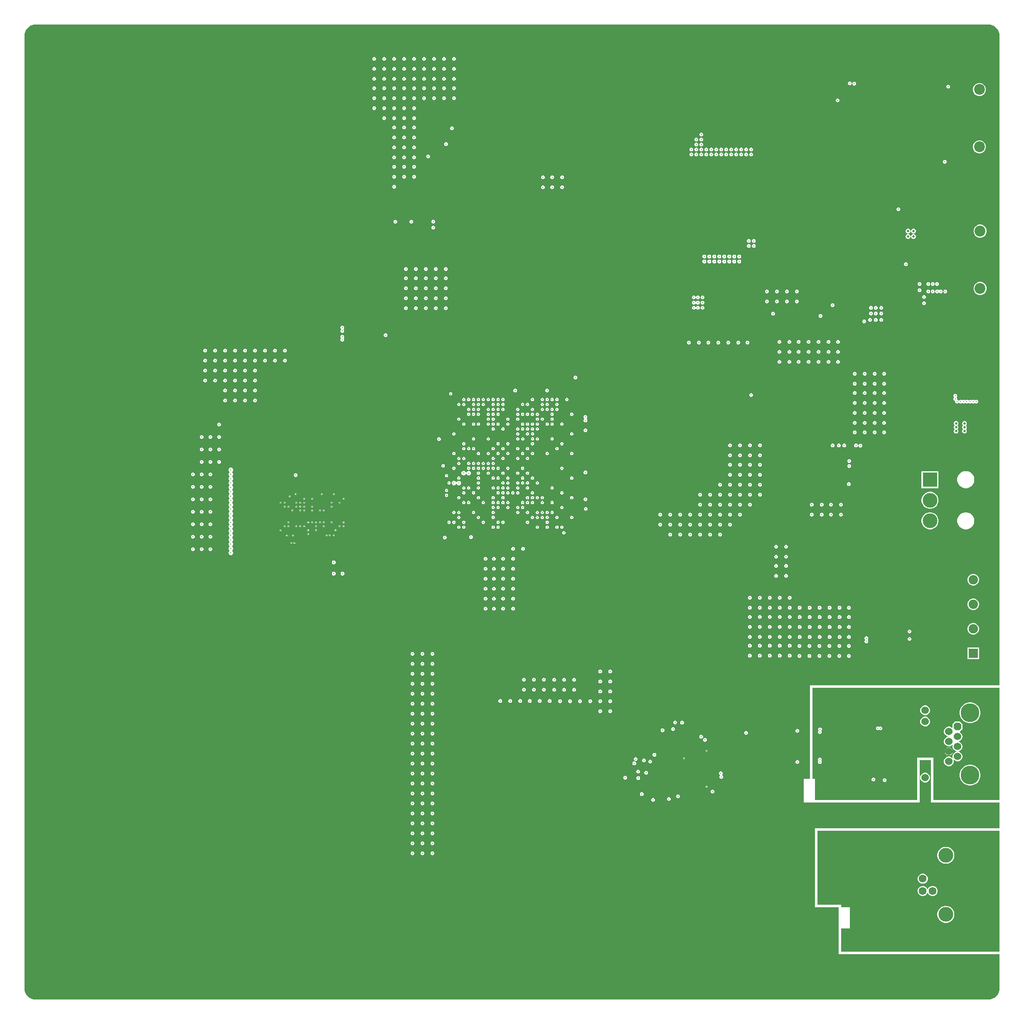
<source format=gbr>
%TF.GenerationSoftware,Altium Limited,Altium Designer,23.11.1 (41)*%
G04 Layer_Physical_Order=11*
G04 Layer_Color=16776960*
%FSLAX45Y45*%
%MOMM*%
%TF.SameCoordinates,75D3B97C-BFDA-4FAF-9EB3-CC348FD6A853*%
%TF.FilePolarity,Positive*%
%TF.FileFunction,Copper,L11,Inr,Signal*%
%TF.Part,Single*%
G01*
G75*
%TA.AperFunction,ComponentPad*%
%ADD86C,6.20000*%
%ADD87C,2.20000*%
%ADD88C,3.81000*%
G04:AMPARAMS|DCode=89|XSize=1.524mm|YSize=1.524mm|CornerRadius=0mm|HoleSize=0mm|Usage=FLASHONLY|Rotation=90.000|XOffset=0mm|YOffset=0mm|HoleType=Round|Shape=Octagon|*
%AMOCTAGOND89*
4,1,8,0.38100,0.76200,-0.38100,0.76200,-0.76200,0.38100,-0.76200,-0.38100,-0.38100,-0.76200,0.38100,-0.76200,0.76200,-0.38100,0.76200,0.38100,0.38100,0.76200,0.0*
%
%ADD89OCTAGOND89*%

%ADD90C,1.52400*%
%ADD91C,3.00000*%
%ADD92C,1.60000*%
%ADD93C,0.60000*%
%ADD94R,1.90500X1.90500*%
%ADD95C,1.90500*%
%ADD96R,3.00000X3.00000*%
%TA.AperFunction,ViaPad*%
%ADD97C,0.30480*%
%ADD98C,0.50000*%
%ADD99C,0.55880*%
%ADD100C,0.50800*%
G36*
X19940903Y4140200D02*
X18592799D01*
Y5003800D01*
X18262601D01*
Y4140200D01*
X16179800D01*
Y4572000D01*
X16128999D01*
Y6426200D01*
X19940903D01*
Y4140200D01*
D02*
G37*
G36*
Y1054100D02*
X16713200D01*
Y1524000D01*
X16891000D01*
Y1955800D01*
X16713200D01*
Y2006600D01*
X16230600D01*
Y3517900D01*
X19940903D01*
Y1054100D01*
D02*
G37*
G36*
X304790Y19940903D02*
X19710355Y19938708D01*
X19721997Y19940240D01*
X19755463Y19936945D01*
X19798793Y19923801D01*
X19838727Y19902455D01*
X19873729Y19873729D01*
X19902455Y19838727D01*
X19923801Y19798793D01*
X19936945Y19755463D01*
X19941177Y19712482D01*
X19940903Y19710399D01*
Y6477000D01*
X16078200D01*
Y4572000D01*
X15951199D01*
Y4089400D01*
X18313400D01*
Y4686300D01*
Y4953000D01*
X18542000D01*
Y4089400D01*
X19940903D01*
Y3568700D01*
X16179800D01*
Y1955800D01*
X16662399D01*
Y1003300D01*
X19940903D01*
Y304799D01*
X19941177Y302718D01*
X19936945Y259738D01*
X19923801Y216407D01*
X19902455Y176473D01*
X19873729Y141471D01*
X19838727Y112745D01*
X19798793Y91400D01*
X19755463Y78256D01*
X19722792Y75038D01*
X19710400Y74296D01*
X19697710Y74294D01*
X317485D01*
X304800Y74296D01*
X292408Y75038D01*
X259738Y78256D01*
X216407Y91400D01*
X176473Y112745D01*
X141471Y141471D01*
X112745Y176473D01*
X91400Y216407D01*
X78256Y259738D01*
X75038Y292408D01*
X74296Y304800D01*
X74294Y317485D01*
Y19697710D01*
X74296Y19710400D01*
X75038Y19722792D01*
X78256Y19755463D01*
X91400Y19798793D01*
X112745Y19838727D01*
X141471Y19873729D01*
X176473Y19902455D01*
X216407Y19923801D01*
X259738Y19936945D01*
X302714Y19941177D01*
X304790Y19940903D01*
D02*
G37*
%LPC*%
G36*
X18438438Y6068059D02*
X18412357D01*
X18387161Y6061308D01*
X18364574Y6048266D01*
X18346130Y6029823D01*
X18333089Y6007234D01*
X18326337Y5982040D01*
Y5955957D01*
X18333089Y5930763D01*
X18346130Y5908175D01*
X18364574Y5889731D01*
X18387161Y5876690D01*
X18412357Y5869939D01*
X18438438D01*
X18463634Y5876690D01*
X18486221Y5889731D01*
X18504665Y5908175D01*
X18517706Y5930763D01*
X18524457Y5955957D01*
Y5982040D01*
X18517706Y6007234D01*
X18504665Y6029823D01*
X18486221Y6048266D01*
X18463634Y6061308D01*
X18438438Y6068059D01*
D02*
G37*
G36*
X19360812Y6131559D02*
X19318784D01*
X19277563Y6123359D01*
X19238734Y6107276D01*
X19203789Y6083926D01*
X19174071Y6054208D01*
X19150720Y6019263D01*
X19134637Y5980434D01*
X19126437Y5939213D01*
Y5897185D01*
X19134637Y5855964D01*
X19150720Y5817135D01*
X19174071Y5782190D01*
X19203789Y5752471D01*
X19238734Y5729122D01*
X19277563Y5713038D01*
X19318784Y5704839D01*
X19360812D01*
X19402032Y5713038D01*
X19440862Y5729122D01*
X19475807Y5752471D01*
X19505525Y5782190D01*
X19528876Y5817135D01*
X19544958Y5855964D01*
X19553157Y5897185D01*
Y5939213D01*
X19544958Y5980434D01*
X19528876Y6019263D01*
X19505525Y6054208D01*
X19475807Y6083926D01*
X19440862Y6107276D01*
X19402032Y6123359D01*
X19360812Y6131559D01*
D02*
G37*
G36*
X18438438Y5839459D02*
X18412357D01*
X18387161Y5832708D01*
X18364574Y5819666D01*
X18346130Y5801223D01*
X18333089Y5778634D01*
X18326337Y5753440D01*
Y5727357D01*
X18333089Y5702163D01*
X18346130Y5679575D01*
X18364574Y5661131D01*
X18387161Y5648090D01*
X18412357Y5641339D01*
X18438438D01*
X18463634Y5648090D01*
X18486221Y5661131D01*
X18504665Y5679575D01*
X18517706Y5702163D01*
X18524457Y5727357D01*
Y5753440D01*
X18517706Y5778634D01*
X18504665Y5801223D01*
X18486221Y5819666D01*
X18463634Y5832708D01*
X18438438Y5839459D01*
D02*
G37*
G36*
X17522150Y5638800D02*
X17506993D01*
X17492989Y5633000D01*
X17487901Y5627912D01*
X17482812Y5633000D01*
X17468810Y5638800D01*
X17453653D01*
X17439648Y5633000D01*
X17428932Y5622282D01*
X17423131Y5608279D01*
Y5593122D01*
X17428932Y5579118D01*
X17439648Y5568401D01*
X17453653Y5562600D01*
X17468810D01*
X17482812Y5568401D01*
X17487901Y5573489D01*
X17492989Y5568401D01*
X17506993Y5562600D01*
X17522150D01*
X17536153Y5568401D01*
X17546870Y5579118D01*
X17552670Y5593122D01*
Y5608279D01*
X17546870Y5622282D01*
X17536153Y5633000D01*
X17522150Y5638800D01*
D02*
G37*
G36*
X19135327Y5737859D02*
X19036267D01*
X18986737Y5688329D01*
Y5615144D01*
X18975005Y5610284D01*
X18968822Y5616466D01*
X18946233Y5629508D01*
X18921039Y5636259D01*
X18894955D01*
X18869762Y5629508D01*
X18847173Y5616466D01*
X18828729Y5598023D01*
X18815688Y5575434D01*
X18808937Y5550240D01*
Y5524157D01*
X18815688Y5498963D01*
X18828729Y5476375D01*
X18847173Y5457931D01*
X18869762Y5444890D01*
X18879901Y5442173D01*
Y5429025D01*
X18869762Y5426308D01*
X18847173Y5413266D01*
X18828729Y5394823D01*
X18815688Y5372234D01*
X18808937Y5347040D01*
Y5320957D01*
X18815688Y5295763D01*
X18828729Y5273175D01*
X18847173Y5254731D01*
X18869762Y5241690D01*
X18894955Y5234939D01*
X18921039D01*
X18946233Y5241690D01*
X18968822Y5254731D01*
X18978735Y5264645D01*
X18990121Y5258071D01*
X18986737Y5245440D01*
Y5219357D01*
X18993488Y5194163D01*
X19006531Y5171575D01*
X19024973Y5153131D01*
X19047562Y5140090D01*
X19057701Y5137373D01*
Y5124225D01*
X19047562Y5121508D01*
X19024973Y5108466D01*
X19006531Y5090023D01*
X18993488Y5067434D01*
X18986737Y5042240D01*
Y5016157D01*
X18990121Y5003527D01*
X18978735Y4996953D01*
X18968822Y5006866D01*
X18946233Y5019908D01*
X18921039Y5026659D01*
X18894955D01*
X18869762Y5019908D01*
X18847173Y5006866D01*
X18828729Y4988423D01*
X18815688Y4965834D01*
X18808937Y4940640D01*
Y4914557D01*
X18815688Y4889363D01*
X18828729Y4866775D01*
X18847173Y4848331D01*
X18869762Y4835290D01*
X18894955Y4828539D01*
X18921039D01*
X18946233Y4835290D01*
X18968822Y4848331D01*
X18987265Y4866775D01*
X19000307Y4889363D01*
X19007057Y4914557D01*
Y4940640D01*
X19003673Y4953271D01*
X19015060Y4959845D01*
X19024973Y4949931D01*
X19047562Y4936890D01*
X19072755Y4930139D01*
X19098839D01*
X19124033Y4936890D01*
X19146622Y4949931D01*
X19165065Y4968375D01*
X19178107Y4990963D01*
X19184857Y5016157D01*
Y5042240D01*
X19178107Y5067434D01*
X19165065Y5090023D01*
X19146622Y5108466D01*
X19124033Y5121508D01*
X19113895Y5124225D01*
Y5137373D01*
X19124033Y5140090D01*
X19146622Y5153131D01*
X19165065Y5171575D01*
X19178107Y5194163D01*
X19184857Y5219357D01*
Y5245440D01*
X19178107Y5270634D01*
X19165065Y5293223D01*
X19146622Y5311666D01*
X19124033Y5324708D01*
X19113895Y5327425D01*
Y5340573D01*
X19124033Y5343290D01*
X19146622Y5356331D01*
X19165065Y5374775D01*
X19178107Y5397363D01*
X19184857Y5422557D01*
Y5448640D01*
X19178107Y5473834D01*
X19165065Y5496423D01*
X19146622Y5514866D01*
X19135986Y5521007D01*
X19132304Y5537797D01*
X19133678Y5539739D01*
X19135327D01*
X19184857Y5589269D01*
Y5688329D01*
X19135327Y5737859D01*
D02*
G37*
G36*
X16290042Y5618469D02*
X16274886D01*
X16260881Y5612669D01*
X16250163Y5601951D01*
X16244363Y5587948D01*
Y5572790D01*
X16250163Y5558787D01*
X16255984Y5552966D01*
X16249100Y5546082D01*
X16243300Y5532079D01*
Y5516921D01*
X16249100Y5502918D01*
X16259818Y5492200D01*
X16273820Y5486400D01*
X16288979D01*
X16302982Y5492200D01*
X16313699Y5502918D01*
X16319501Y5516921D01*
Y5532079D01*
X16313699Y5546082D01*
X16307880Y5551903D01*
X16314763Y5558787D01*
X16320563Y5572790D01*
Y5587948D01*
X16314763Y5601951D01*
X16304045Y5612669D01*
X16290042Y5618469D01*
D02*
G37*
G36*
X18918364Y5209539D02*
X18897630D01*
X18877605Y5204173D01*
X18859650Y5193806D01*
X18844991Y5179146D01*
X18834624Y5161191D01*
X18829257Y5141165D01*
Y5120432D01*
X18834624Y5100406D01*
X18844991Y5082451D01*
X18859650Y5067791D01*
X18877605Y5057425D01*
X18897630Y5052059D01*
X18918364D01*
X18938390Y5057425D01*
X18956345Y5067791D01*
X18971005Y5082451D01*
X18981371Y5100406D01*
X18986737Y5120432D01*
Y5141165D01*
X18981371Y5161191D01*
X18971005Y5179146D01*
X18956345Y5193806D01*
X18938390Y5204173D01*
X18918364Y5209539D01*
D02*
G37*
G36*
X16288979Y5003800D02*
X16273820D01*
X16259818Y4998000D01*
X16249100Y4987282D01*
X16243300Y4973279D01*
Y4958121D01*
X16249100Y4944118D01*
X16254189Y4939030D01*
X16249100Y4933942D01*
X16243300Y4919939D01*
Y4904781D01*
X16249100Y4890778D01*
X16259818Y4880060D01*
X16273820Y4874260D01*
X16288979D01*
X16302982Y4880060D01*
X16313699Y4890778D01*
X16319501Y4904781D01*
Y4919939D01*
X16313699Y4933942D01*
X16308612Y4939030D01*
X16313699Y4944118D01*
X16319501Y4958121D01*
Y4973279D01*
X16313699Y4987282D01*
X16302982Y4998000D01*
X16288979Y5003800D01*
D02*
G37*
G36*
X17381178Y4597400D02*
X17366022D01*
X17352019Y4591600D01*
X17341299Y4580882D01*
X17335500Y4566879D01*
Y4551721D01*
X17341299Y4537718D01*
X17352019Y4527000D01*
X17366022Y4521200D01*
X17381178D01*
X17395181Y4527000D01*
X17405901Y4537718D01*
X17411700Y4551721D01*
Y4566879D01*
X17405901Y4580882D01*
X17395181Y4591600D01*
X17381178Y4597400D01*
D02*
G37*
G36*
X17609779Y4584700D02*
X17594621D01*
X17580618Y4578900D01*
X17569901Y4568182D01*
X17564101Y4554179D01*
Y4539021D01*
X17569901Y4525018D01*
X17580618Y4514300D01*
X17594621Y4508500D01*
X17609779D01*
X17623782Y4514300D01*
X17634500Y4525018D01*
X17640300Y4539021D01*
Y4554179D01*
X17634500Y4568182D01*
X17623782Y4578900D01*
X17609779Y4584700D01*
D02*
G37*
G36*
X19360812Y4861559D02*
X19318784D01*
X19277563Y4853359D01*
X19238734Y4837276D01*
X19203789Y4813926D01*
X19174071Y4784208D01*
X19150720Y4749263D01*
X19134637Y4710434D01*
X19126437Y4669213D01*
Y4627185D01*
X19134637Y4585964D01*
X19150720Y4547135D01*
X19174071Y4512190D01*
X19203789Y4482471D01*
X19238734Y4459122D01*
X19277563Y4443038D01*
X19318784Y4434839D01*
X19360812D01*
X19402032Y4443038D01*
X19440862Y4459122D01*
X19475807Y4482471D01*
X19505525Y4512190D01*
X19528876Y4547135D01*
X19544958Y4585964D01*
X19553157Y4627185D01*
Y4669213D01*
X19544958Y4710434D01*
X19528876Y4749263D01*
X19505525Y4784208D01*
X19475807Y4813926D01*
X19440862Y4837276D01*
X19402032Y4853359D01*
X19360812Y4861559D01*
D02*
G37*
G36*
X18863824Y3187859D02*
X18829774D01*
X18796378Y3181216D01*
X18764919Y3168186D01*
X18736607Y3149268D01*
X18712531Y3125191D01*
X18693613Y3096879D01*
X18680582Y3065420D01*
X18673940Y3032024D01*
Y2997974D01*
X18680582Y2964578D01*
X18693613Y2933119D01*
X18712531Y2904807D01*
X18736607Y2880730D01*
X18764919Y2861812D01*
X18796378Y2848782D01*
X18829774Y2842139D01*
X18863824D01*
X18897220Y2848782D01*
X18928679Y2861812D01*
X18956992Y2880730D01*
X18981068Y2904807D01*
X18999985Y2933119D01*
X19013016Y2964578D01*
X19019659Y2997974D01*
Y3032024D01*
X19013016Y3065420D01*
X18999985Y3096879D01*
X18981068Y3125191D01*
X18956992Y3149268D01*
X18928679Y3168186D01*
X18897220Y3181216D01*
X18863824Y3187859D01*
D02*
G37*
G36*
X18390344Y2640862D02*
X18363260D01*
X18337100Y2633852D01*
X18313644Y2620310D01*
X18294495Y2601160D01*
X18280952Y2577705D01*
X18273943Y2551544D01*
Y2524461D01*
X18280952Y2498300D01*
X18294495Y2474845D01*
X18313644Y2455694D01*
X18337100Y2442152D01*
X18363260Y2435142D01*
X18390344D01*
X18416505Y2442152D01*
X18439960Y2455694D01*
X18459109Y2474845D01*
X18472652Y2498300D01*
X18479662Y2524461D01*
Y2551544D01*
X18472652Y2577705D01*
X18459109Y2601160D01*
X18439960Y2620310D01*
X18416505Y2633852D01*
X18390344Y2640862D01*
D02*
G37*
G36*
X18590344Y2390860D02*
X18563260D01*
X18537099Y2383850D01*
X18513644Y2370308D01*
X18494495Y2351158D01*
X18483830Y2332689D01*
X18469774D01*
X18459109Y2351158D01*
X18439960Y2370308D01*
X18416505Y2383850D01*
X18390344Y2390860D01*
X18363260D01*
X18337100Y2383850D01*
X18313644Y2370308D01*
X18294495Y2351158D01*
X18280952Y2327703D01*
X18273943Y2301542D01*
Y2274458D01*
X18280952Y2248298D01*
X18294495Y2224843D01*
X18313644Y2205692D01*
X18337100Y2192150D01*
X18363260Y2185140D01*
X18390344D01*
X18416505Y2192150D01*
X18439960Y2205692D01*
X18459109Y2224843D01*
X18469774Y2243312D01*
X18483830D01*
X18494495Y2224843D01*
X18513644Y2205692D01*
X18537099Y2192150D01*
X18563260Y2185140D01*
X18590344D01*
X18616504Y2192150D01*
X18639960Y2205692D01*
X18659109Y2224843D01*
X18672652Y2248298D01*
X18679662Y2274458D01*
Y2301542D01*
X18672652Y2327703D01*
X18659109Y2351158D01*
X18639960Y2370308D01*
X18616504Y2383850D01*
X18590344Y2390860D01*
D02*
G37*
G36*
X18863824Y1983858D02*
X18829774D01*
X18796378Y1977216D01*
X18764919Y1964185D01*
X18736607Y1945268D01*
X18712531Y1921190D01*
X18693613Y1892878D01*
X18680582Y1861420D01*
X18673940Y1828024D01*
Y1793973D01*
X18680582Y1760577D01*
X18693613Y1729118D01*
X18712531Y1700807D01*
X18736607Y1676729D01*
X18764919Y1657812D01*
X18796378Y1644781D01*
X18829774Y1638138D01*
X18863824D01*
X18897220Y1644781D01*
X18928679Y1657812D01*
X18956992Y1676729D01*
X18981068Y1700807D01*
X18999985Y1729118D01*
X19013016Y1760577D01*
X19019659Y1793973D01*
Y1828024D01*
X19013016Y1861420D01*
X18999985Y1892878D01*
X18981068Y1921190D01*
X18956992Y1945268D01*
X18928679Y1964185D01*
X18897220Y1977216D01*
X18863824Y1983858D01*
D02*
G37*
G36*
X8834079Y19278600D02*
X8818921D01*
X8804918Y19272800D01*
X8794200Y19262082D01*
X8788400Y19248079D01*
Y19232921D01*
X8794200Y19218918D01*
X8804918Y19208200D01*
X8818921Y19202400D01*
X8834079D01*
X8848082Y19208200D01*
X8858800Y19218918D01*
X8864600Y19232921D01*
Y19248079D01*
X8858800Y19262082D01*
X8848082Y19272800D01*
X8834079Y19278600D01*
D02*
G37*
G36*
X8630879D02*
X8615721D01*
X8601718Y19272800D01*
X8591000Y19262082D01*
X8585200Y19248079D01*
Y19232921D01*
X8591000Y19218918D01*
X8601718Y19208200D01*
X8615721Y19202400D01*
X8630879D01*
X8644882Y19208200D01*
X8655600Y19218918D01*
X8661400Y19232921D01*
Y19248079D01*
X8655600Y19262082D01*
X8644882Y19272800D01*
X8630879Y19278600D01*
D02*
G37*
G36*
X8427679D02*
X8412521D01*
X8398518Y19272800D01*
X8387800Y19262082D01*
X8382000Y19248079D01*
Y19232921D01*
X8387800Y19218918D01*
X8398518Y19208200D01*
X8412521Y19202400D01*
X8427679D01*
X8441682Y19208200D01*
X8452400Y19218918D01*
X8458200Y19232921D01*
Y19248079D01*
X8452400Y19262082D01*
X8441682Y19272800D01*
X8427679Y19278600D01*
D02*
G37*
G36*
X8224479D02*
X8209321D01*
X8195318Y19272800D01*
X8184600Y19262082D01*
X8178800Y19248079D01*
Y19232921D01*
X8184600Y19218918D01*
X8195318Y19208200D01*
X8209321Y19202400D01*
X8224479D01*
X8238482Y19208200D01*
X8249200Y19218918D01*
X8255000Y19232921D01*
Y19248079D01*
X8249200Y19262082D01*
X8238482Y19272800D01*
X8224479Y19278600D01*
D02*
G37*
G36*
X8021279D02*
X8006121D01*
X7992118Y19272800D01*
X7981400Y19262082D01*
X7975600Y19248079D01*
Y19232921D01*
X7981400Y19218918D01*
X7992118Y19208200D01*
X8006121Y19202400D01*
X8021279D01*
X8035282Y19208200D01*
X8046000Y19218918D01*
X8051800Y19232921D01*
Y19248079D01*
X8046000Y19262082D01*
X8035282Y19272800D01*
X8021279Y19278600D01*
D02*
G37*
G36*
X7818079D02*
X7802921D01*
X7788918Y19272800D01*
X7778200Y19262082D01*
X7772400Y19248079D01*
Y19232921D01*
X7778200Y19218918D01*
X7788918Y19208200D01*
X7802921Y19202400D01*
X7818079D01*
X7832082Y19208200D01*
X7842800Y19218918D01*
X7848600Y19232921D01*
Y19248079D01*
X7842800Y19262082D01*
X7832082Y19272800D01*
X7818079Y19278600D01*
D02*
G37*
G36*
X7614879D02*
X7599721D01*
X7585718Y19272800D01*
X7575000Y19262082D01*
X7569200Y19248079D01*
Y19232921D01*
X7575000Y19218918D01*
X7585718Y19208200D01*
X7599721Y19202400D01*
X7614879D01*
X7628882Y19208200D01*
X7639600Y19218918D01*
X7645400Y19232921D01*
Y19248079D01*
X7639600Y19262082D01*
X7628882Y19272800D01*
X7614879Y19278600D01*
D02*
G37*
G36*
X7411679D02*
X7396521D01*
X7382518Y19272800D01*
X7371800Y19262082D01*
X7366000Y19248079D01*
Y19232921D01*
X7371800Y19218918D01*
X7382518Y19208200D01*
X7396521Y19202400D01*
X7411679D01*
X7425682Y19208200D01*
X7436400Y19218918D01*
X7442200Y19232921D01*
Y19248079D01*
X7436400Y19262082D01*
X7425682Y19272800D01*
X7411679Y19278600D01*
D02*
G37*
G36*
X7208479D02*
X7193321D01*
X7179318Y19272800D01*
X7168600Y19262082D01*
X7162800Y19248079D01*
Y19232921D01*
X7168600Y19218918D01*
X7179318Y19208200D01*
X7193321Y19202400D01*
X7208479D01*
X7222482Y19208200D01*
X7233200Y19218918D01*
X7239000Y19232921D01*
Y19248079D01*
X7233200Y19262082D01*
X7222482Y19272800D01*
X7208479Y19278600D01*
D02*
G37*
G36*
X8834079Y19075400D02*
X8818921D01*
X8804918Y19069600D01*
X8794200Y19058882D01*
X8788400Y19044879D01*
Y19029721D01*
X8794200Y19015718D01*
X8804918Y19005000D01*
X8818921Y18999200D01*
X8834079D01*
X8848082Y19005000D01*
X8858800Y19015718D01*
X8864600Y19029721D01*
Y19044879D01*
X8858800Y19058882D01*
X8848082Y19069600D01*
X8834079Y19075400D01*
D02*
G37*
G36*
X8630879D02*
X8615721D01*
X8601718Y19069600D01*
X8591000Y19058882D01*
X8585200Y19044879D01*
Y19029721D01*
X8591000Y19015718D01*
X8601718Y19005000D01*
X8615721Y18999200D01*
X8630879D01*
X8644882Y19005000D01*
X8655600Y19015718D01*
X8661400Y19029721D01*
Y19044879D01*
X8655600Y19058882D01*
X8644882Y19069600D01*
X8630879Y19075400D01*
D02*
G37*
G36*
X8427679D02*
X8412521D01*
X8398518Y19069600D01*
X8387800Y19058882D01*
X8382000Y19044879D01*
Y19029721D01*
X8387800Y19015718D01*
X8398518Y19005000D01*
X8412521Y18999200D01*
X8427679D01*
X8441682Y19005000D01*
X8452400Y19015718D01*
X8458200Y19029721D01*
Y19044879D01*
X8452400Y19058882D01*
X8441682Y19069600D01*
X8427679Y19075400D01*
D02*
G37*
G36*
X8224479D02*
X8209321D01*
X8195318Y19069600D01*
X8184600Y19058882D01*
X8178800Y19044879D01*
Y19029721D01*
X8184600Y19015718D01*
X8195318Y19005000D01*
X8209321Y18999200D01*
X8224479D01*
X8238482Y19005000D01*
X8249200Y19015718D01*
X8255000Y19029721D01*
Y19044879D01*
X8249200Y19058882D01*
X8238482Y19069600D01*
X8224479Y19075400D01*
D02*
G37*
G36*
X8021279D02*
X8006121D01*
X7992118Y19069600D01*
X7981400Y19058882D01*
X7975600Y19044879D01*
Y19029721D01*
X7981400Y19015718D01*
X7992118Y19005000D01*
X8006121Y18999200D01*
X8021279D01*
X8035282Y19005000D01*
X8046000Y19015718D01*
X8051800Y19029721D01*
Y19044879D01*
X8046000Y19058882D01*
X8035282Y19069600D01*
X8021279Y19075400D01*
D02*
G37*
G36*
X7818079D02*
X7802921D01*
X7788918Y19069600D01*
X7778200Y19058882D01*
X7772400Y19044879D01*
Y19029721D01*
X7778200Y19015718D01*
X7788918Y19005000D01*
X7802921Y18999200D01*
X7818079D01*
X7832082Y19005000D01*
X7842800Y19015718D01*
X7848600Y19029721D01*
Y19044879D01*
X7842800Y19058882D01*
X7832082Y19069600D01*
X7818079Y19075400D01*
D02*
G37*
G36*
X7614879D02*
X7599721D01*
X7585718Y19069600D01*
X7575000Y19058882D01*
X7569200Y19044879D01*
Y19029721D01*
X7575000Y19015718D01*
X7585718Y19005000D01*
X7599721Y18999200D01*
X7614879D01*
X7628882Y19005000D01*
X7639600Y19015718D01*
X7645400Y19029721D01*
Y19044879D01*
X7639600Y19058882D01*
X7628882Y19069600D01*
X7614879Y19075400D01*
D02*
G37*
G36*
X7411679D02*
X7396521D01*
X7382518Y19069600D01*
X7371800Y19058882D01*
X7366000Y19044879D01*
Y19029721D01*
X7371800Y19015718D01*
X7382518Y19005000D01*
X7396521Y18999200D01*
X7411679D01*
X7425682Y19005000D01*
X7436400Y19015718D01*
X7442200Y19029721D01*
Y19044879D01*
X7436400Y19058882D01*
X7425682Y19069600D01*
X7411679Y19075400D01*
D02*
G37*
G36*
X7208479D02*
X7193321D01*
X7179318Y19069600D01*
X7168600Y19058882D01*
X7162800Y19044879D01*
Y19029721D01*
X7168600Y19015718D01*
X7179318Y19005000D01*
X7193321Y18999200D01*
X7208479D01*
X7222482Y19005000D01*
X7233200Y19015718D01*
X7239000Y19029721D01*
Y19044879D01*
X7233200Y19058882D01*
X7222482Y19069600D01*
X7208479Y19075400D01*
D02*
G37*
G36*
X8834079Y18872200D02*
X8818921D01*
X8804918Y18866400D01*
X8794200Y18855682D01*
X8788400Y18841679D01*
Y18826521D01*
X8794200Y18812518D01*
X8804918Y18801801D01*
X8818921Y18796001D01*
X8834079D01*
X8848082Y18801801D01*
X8858800Y18812518D01*
X8864600Y18826521D01*
Y18841679D01*
X8858800Y18855682D01*
X8848082Y18866400D01*
X8834079Y18872200D01*
D02*
G37*
G36*
X8630879D02*
X8615721D01*
X8601718Y18866400D01*
X8591000Y18855682D01*
X8585200Y18841679D01*
Y18826521D01*
X8591000Y18812518D01*
X8601718Y18801801D01*
X8615721Y18796001D01*
X8630879D01*
X8644882Y18801801D01*
X8655600Y18812518D01*
X8661400Y18826521D01*
Y18841679D01*
X8655600Y18855682D01*
X8644882Y18866400D01*
X8630879Y18872200D01*
D02*
G37*
G36*
X8427679D02*
X8412521D01*
X8398518Y18866400D01*
X8387800Y18855682D01*
X8382000Y18841679D01*
Y18826521D01*
X8387800Y18812518D01*
X8398518Y18801801D01*
X8412521Y18796001D01*
X8427679D01*
X8441682Y18801801D01*
X8452400Y18812518D01*
X8458200Y18826521D01*
Y18841679D01*
X8452400Y18855682D01*
X8441682Y18866400D01*
X8427679Y18872200D01*
D02*
G37*
G36*
X8224479D02*
X8209321D01*
X8195318Y18866400D01*
X8184600Y18855682D01*
X8178800Y18841679D01*
Y18826521D01*
X8184600Y18812518D01*
X8195318Y18801801D01*
X8209321Y18796001D01*
X8224479D01*
X8238482Y18801801D01*
X8249200Y18812518D01*
X8255000Y18826521D01*
Y18841679D01*
X8249200Y18855682D01*
X8238482Y18866400D01*
X8224479Y18872200D01*
D02*
G37*
G36*
X8021279D02*
X8006121D01*
X7992118Y18866400D01*
X7981400Y18855682D01*
X7975600Y18841679D01*
Y18826521D01*
X7981400Y18812518D01*
X7992118Y18801801D01*
X8006121Y18796001D01*
X8021279D01*
X8035282Y18801801D01*
X8046000Y18812518D01*
X8051800Y18826521D01*
Y18841679D01*
X8046000Y18855682D01*
X8035282Y18866400D01*
X8021279Y18872200D01*
D02*
G37*
G36*
X7818079D02*
X7802921D01*
X7788918Y18866400D01*
X7778200Y18855682D01*
X7772400Y18841679D01*
Y18826521D01*
X7778200Y18812518D01*
X7788918Y18801801D01*
X7802921Y18796001D01*
X7818079D01*
X7832082Y18801801D01*
X7842800Y18812518D01*
X7848600Y18826521D01*
Y18841679D01*
X7842800Y18855682D01*
X7832082Y18866400D01*
X7818079Y18872200D01*
D02*
G37*
G36*
X7614879D02*
X7599721D01*
X7585718Y18866400D01*
X7575000Y18855682D01*
X7569200Y18841679D01*
Y18826521D01*
X7575000Y18812518D01*
X7585718Y18801801D01*
X7599721Y18796001D01*
X7614879D01*
X7628882Y18801801D01*
X7639600Y18812518D01*
X7645400Y18826521D01*
Y18841679D01*
X7639600Y18855682D01*
X7628882Y18866400D01*
X7614879Y18872200D01*
D02*
G37*
G36*
X7411679D02*
X7396521D01*
X7382518Y18866400D01*
X7371800Y18855682D01*
X7366000Y18841679D01*
Y18826521D01*
X7371800Y18812518D01*
X7382518Y18801801D01*
X7396521Y18796001D01*
X7411679D01*
X7425682Y18801801D01*
X7436400Y18812518D01*
X7442200Y18826521D01*
Y18841679D01*
X7436400Y18855682D01*
X7425682Y18866400D01*
X7411679Y18872200D01*
D02*
G37*
G36*
X7208479D02*
X7193321D01*
X7179318Y18866400D01*
X7168600Y18855682D01*
X7162800Y18841679D01*
Y18826521D01*
X7168600Y18812518D01*
X7179318Y18801801D01*
X7193321Y18796001D01*
X7208479D01*
X7222482Y18801801D01*
X7233200Y18812518D01*
X7239000Y18826521D01*
Y18841679D01*
X7233200Y18855682D01*
X7222482Y18866400D01*
X7208479Y18872200D01*
D02*
G37*
G36*
X16898579Y18780760D02*
X16883421D01*
X16869418Y18774960D01*
X16858701Y18764243D01*
X16852901Y18750240D01*
Y18735081D01*
X16858701Y18721078D01*
X16869418Y18710361D01*
X16883421Y18704559D01*
X16898579D01*
X16912582Y18710361D01*
X16923300Y18721078D01*
X16929100Y18735081D01*
Y18750240D01*
X16923300Y18764243D01*
X16912582Y18774960D01*
X16898579Y18780760D01*
D02*
G37*
G36*
X16987479Y18775681D02*
X16972321D01*
X16958318Y18769881D01*
X16947600Y18759161D01*
X16941800Y18745158D01*
Y18730000D01*
X16947600Y18715997D01*
X16958318Y18705280D01*
X16972321Y18699480D01*
X16987479D01*
X17001482Y18705280D01*
X17012199Y18715997D01*
X17017999Y18730000D01*
Y18745158D01*
X17012199Y18759161D01*
X17001482Y18769881D01*
X16987479Y18775681D01*
D02*
G37*
G36*
X18905179Y18713451D02*
X18890021D01*
X18876018Y18707651D01*
X18865300Y18696931D01*
X18859500Y18682928D01*
Y18667770D01*
X18865300Y18653767D01*
X18876018Y18643050D01*
X18890021Y18637250D01*
X18905179D01*
X18919182Y18643050D01*
X18929900Y18653767D01*
X18935699Y18667770D01*
Y18682928D01*
X18929900Y18696931D01*
X18919182Y18707651D01*
X18905179Y18713451D01*
D02*
G37*
G36*
X8834079Y18681700D02*
X8818921D01*
X8804918Y18675900D01*
X8794200Y18665182D01*
X8788400Y18651180D01*
Y18636021D01*
X8794200Y18622018D01*
X8804918Y18611301D01*
X8818921Y18605499D01*
X8834079D01*
X8848082Y18611301D01*
X8858800Y18622018D01*
X8864600Y18636021D01*
Y18651180D01*
X8858800Y18665182D01*
X8848082Y18675900D01*
X8834079Y18681700D01*
D02*
G37*
G36*
X8630879D02*
X8615721D01*
X8601718Y18675900D01*
X8591000Y18665182D01*
X8585200Y18651180D01*
Y18636021D01*
X8591000Y18622018D01*
X8601718Y18611301D01*
X8615721Y18605499D01*
X8630879D01*
X8644882Y18611301D01*
X8655600Y18622018D01*
X8661400Y18636021D01*
Y18651180D01*
X8655600Y18665182D01*
X8644882Y18675900D01*
X8630879Y18681700D01*
D02*
G37*
G36*
X8427679D02*
X8412521D01*
X8398518Y18675900D01*
X8387800Y18665182D01*
X8382000Y18651180D01*
Y18636021D01*
X8387800Y18622018D01*
X8398518Y18611301D01*
X8412521Y18605499D01*
X8427679D01*
X8441682Y18611301D01*
X8452400Y18622018D01*
X8458200Y18636021D01*
Y18651180D01*
X8452400Y18665182D01*
X8441682Y18675900D01*
X8427679Y18681700D01*
D02*
G37*
G36*
X8224479D02*
X8209321D01*
X8195318Y18675900D01*
X8184600Y18665182D01*
X8178800Y18651180D01*
Y18636021D01*
X8184600Y18622018D01*
X8195318Y18611301D01*
X8209321Y18605499D01*
X8224479D01*
X8238482Y18611301D01*
X8249200Y18622018D01*
X8255000Y18636021D01*
Y18651180D01*
X8249200Y18665182D01*
X8238482Y18675900D01*
X8224479Y18681700D01*
D02*
G37*
G36*
X8021279D02*
X8006121D01*
X7992118Y18675900D01*
X7981400Y18665182D01*
X7975600Y18651180D01*
Y18636021D01*
X7981400Y18622018D01*
X7992118Y18611301D01*
X8006121Y18605499D01*
X8021279D01*
X8035282Y18611301D01*
X8046000Y18622018D01*
X8051800Y18636021D01*
Y18651180D01*
X8046000Y18665182D01*
X8035282Y18675900D01*
X8021279Y18681700D01*
D02*
G37*
G36*
X7818079D02*
X7802921D01*
X7788918Y18675900D01*
X7778200Y18665182D01*
X7772400Y18651180D01*
Y18636021D01*
X7778200Y18622018D01*
X7788918Y18611301D01*
X7802921Y18605499D01*
X7818079D01*
X7832082Y18611301D01*
X7842800Y18622018D01*
X7848600Y18636021D01*
Y18651180D01*
X7842800Y18665182D01*
X7832082Y18675900D01*
X7818079Y18681700D01*
D02*
G37*
G36*
X7614879D02*
X7599721D01*
X7585718Y18675900D01*
X7575000Y18665182D01*
X7569200Y18651180D01*
Y18636021D01*
X7575000Y18622018D01*
X7585718Y18611301D01*
X7599721Y18605499D01*
X7614879D01*
X7628882Y18611301D01*
X7639600Y18622018D01*
X7645400Y18636021D01*
Y18651180D01*
X7639600Y18665182D01*
X7628882Y18675900D01*
X7614879Y18681700D01*
D02*
G37*
G36*
X7411679D02*
X7396521D01*
X7382518Y18675900D01*
X7371800Y18665182D01*
X7366000Y18651180D01*
Y18636021D01*
X7371800Y18622018D01*
X7382518Y18611301D01*
X7396521Y18605499D01*
X7411679D01*
X7425682Y18611301D01*
X7436400Y18622018D01*
X7442200Y18636021D01*
Y18651180D01*
X7436400Y18665182D01*
X7425682Y18675900D01*
X7411679Y18681700D01*
D02*
G37*
G36*
X7208479D02*
X7193321D01*
X7179318Y18675900D01*
X7168600Y18665182D01*
X7162800Y18651180D01*
Y18636021D01*
X7168600Y18622018D01*
X7179318Y18611301D01*
X7193321Y18605499D01*
X7208479D01*
X7222482Y18611301D01*
X7233200Y18622018D01*
X7239000Y18636021D01*
Y18651180D01*
X7233200Y18665182D01*
X7222482Y18675900D01*
X7208479Y18681700D01*
D02*
G37*
G36*
X19547549Y18748518D02*
X19512567D01*
X19478777Y18739465D01*
X19448482Y18721973D01*
X19423744Y18697237D01*
X19406253Y18666940D01*
X19397198Y18633150D01*
Y18598167D01*
X19406253Y18564377D01*
X19423744Y18534081D01*
X19448482Y18509344D01*
X19478777Y18491853D01*
X19512567Y18482799D01*
X19547549D01*
X19581342Y18491853D01*
X19611636Y18509344D01*
X19636372Y18534081D01*
X19653865Y18564377D01*
X19662920Y18598167D01*
Y18633150D01*
X19653865Y18666940D01*
X19636372Y18697237D01*
X19611636Y18721973D01*
X19581342Y18739465D01*
X19547549Y18748518D01*
D02*
G37*
G36*
X8834079Y18478500D02*
X8818921D01*
X8804918Y18472701D01*
X8794200Y18461983D01*
X8788400Y18447980D01*
Y18432822D01*
X8794200Y18418819D01*
X8804918Y18408099D01*
X8818921Y18402299D01*
X8834079D01*
X8848082Y18408099D01*
X8858800Y18418819D01*
X8864600Y18432822D01*
Y18447980D01*
X8858800Y18461983D01*
X8848082Y18472701D01*
X8834079Y18478500D01*
D02*
G37*
G36*
X8630879D02*
X8615721D01*
X8601718Y18472701D01*
X8591000Y18461983D01*
X8585200Y18447980D01*
Y18432822D01*
X8591000Y18418819D01*
X8601718Y18408099D01*
X8615721Y18402299D01*
X8630879D01*
X8644882Y18408099D01*
X8655600Y18418819D01*
X8661400Y18432822D01*
Y18447980D01*
X8655600Y18461983D01*
X8644882Y18472701D01*
X8630879Y18478500D01*
D02*
G37*
G36*
X8427679D02*
X8412521D01*
X8398518Y18472701D01*
X8387800Y18461983D01*
X8382000Y18447980D01*
Y18432822D01*
X8387800Y18418819D01*
X8398518Y18408099D01*
X8412521Y18402299D01*
X8427679D01*
X8441682Y18408099D01*
X8452400Y18418819D01*
X8458200Y18432822D01*
Y18447980D01*
X8452400Y18461983D01*
X8441682Y18472701D01*
X8427679Y18478500D01*
D02*
G37*
G36*
X8224479D02*
X8209321D01*
X8195318Y18472701D01*
X8184600Y18461983D01*
X8178800Y18447980D01*
Y18432822D01*
X8184600Y18418819D01*
X8195318Y18408099D01*
X8209321Y18402299D01*
X8224479D01*
X8238482Y18408099D01*
X8249200Y18418819D01*
X8255000Y18432822D01*
Y18447980D01*
X8249200Y18461983D01*
X8238482Y18472701D01*
X8224479Y18478500D01*
D02*
G37*
G36*
X8021279D02*
X8006121D01*
X7992118Y18472701D01*
X7981400Y18461983D01*
X7975600Y18447980D01*
Y18432822D01*
X7981400Y18418819D01*
X7992118Y18408099D01*
X8006121Y18402299D01*
X8021279D01*
X8035282Y18408099D01*
X8046000Y18418819D01*
X8051800Y18432822D01*
Y18447980D01*
X8046000Y18461983D01*
X8035282Y18472701D01*
X8021279Y18478500D01*
D02*
G37*
G36*
X7818079D02*
X7802921D01*
X7788918Y18472701D01*
X7778200Y18461983D01*
X7772400Y18447980D01*
Y18432822D01*
X7778200Y18418819D01*
X7788918Y18408099D01*
X7802921Y18402299D01*
X7818079D01*
X7832082Y18408099D01*
X7842800Y18418819D01*
X7848600Y18432822D01*
Y18447980D01*
X7842800Y18461983D01*
X7832082Y18472701D01*
X7818079Y18478500D01*
D02*
G37*
G36*
X7614879D02*
X7599721D01*
X7585718Y18472701D01*
X7575000Y18461983D01*
X7569200Y18447980D01*
Y18432822D01*
X7575000Y18418819D01*
X7585718Y18408099D01*
X7599721Y18402299D01*
X7614879D01*
X7628882Y18408099D01*
X7639600Y18418819D01*
X7645400Y18432822D01*
Y18447980D01*
X7639600Y18461983D01*
X7628882Y18472701D01*
X7614879Y18478500D01*
D02*
G37*
G36*
X7411679D02*
X7396521D01*
X7382518Y18472701D01*
X7371800Y18461983D01*
X7366000Y18447980D01*
Y18432822D01*
X7371800Y18418819D01*
X7382518Y18408099D01*
X7396521Y18402299D01*
X7411679D01*
X7425682Y18408099D01*
X7436400Y18418819D01*
X7442200Y18432822D01*
Y18447980D01*
X7436400Y18461983D01*
X7425682Y18472701D01*
X7411679Y18478500D01*
D02*
G37*
G36*
X7208479D02*
X7193321D01*
X7179318Y18472701D01*
X7168600Y18461983D01*
X7162800Y18447980D01*
Y18432822D01*
X7168600Y18418819D01*
X7179318Y18408099D01*
X7193321Y18402299D01*
X7208479D01*
X7222482Y18408099D01*
X7233200Y18418819D01*
X7239000Y18432822D01*
Y18447980D01*
X7233200Y18461983D01*
X7222482Y18472701D01*
X7208479Y18478500D01*
D02*
G37*
G36*
X16649660Y18432780D02*
X16634502D01*
X16620499Y18426981D01*
X16609779Y18416261D01*
X16603979Y18402258D01*
Y18387102D01*
X16609779Y18373099D01*
X16620499Y18362379D01*
X16634502Y18356580D01*
X16649660D01*
X16663663Y18362379D01*
X16674380Y18373099D01*
X16680180Y18387102D01*
Y18402258D01*
X16674380Y18416261D01*
X16663663Y18426981D01*
X16649660Y18432780D01*
D02*
G37*
G36*
X8021279Y18275301D02*
X8006121D01*
X7992118Y18269501D01*
X7981400Y18258781D01*
X7975600Y18244778D01*
Y18229620D01*
X7981400Y18215617D01*
X7992118Y18204900D01*
X8006121Y18199100D01*
X8021279D01*
X8035282Y18204900D01*
X8046000Y18215617D01*
X8051800Y18229620D01*
Y18244778D01*
X8046000Y18258781D01*
X8035282Y18269501D01*
X8021279Y18275301D01*
D02*
G37*
G36*
X7818079D02*
X7802921D01*
X7788918Y18269501D01*
X7778200Y18258781D01*
X7772400Y18244778D01*
Y18229620D01*
X7778200Y18215617D01*
X7788918Y18204900D01*
X7802921Y18199100D01*
X7818079D01*
X7832082Y18204900D01*
X7842800Y18215617D01*
X7848600Y18229620D01*
Y18244778D01*
X7842800Y18258781D01*
X7832082Y18269501D01*
X7818079Y18275301D01*
D02*
G37*
G36*
X7614879D02*
X7599721D01*
X7585718Y18269501D01*
X7575000Y18258781D01*
X7569200Y18244778D01*
Y18229620D01*
X7575000Y18215617D01*
X7585718Y18204900D01*
X7599721Y18199100D01*
X7614879D01*
X7628882Y18204900D01*
X7639600Y18215617D01*
X7645400Y18229620D01*
Y18244778D01*
X7639600Y18258781D01*
X7628882Y18269501D01*
X7614879Y18275301D01*
D02*
G37*
G36*
X7411679D02*
X7396521D01*
X7382518Y18269501D01*
X7371800Y18258781D01*
X7366000Y18244778D01*
Y18229620D01*
X7371800Y18215617D01*
X7382518Y18204900D01*
X7396521Y18199100D01*
X7411679D01*
X7425682Y18204900D01*
X7436400Y18215617D01*
X7442200Y18229620D01*
Y18244778D01*
X7436400Y18258781D01*
X7425682Y18269501D01*
X7411679Y18275301D01*
D02*
G37*
G36*
X7208479D02*
X7193321D01*
X7179318Y18269501D01*
X7168600Y18258781D01*
X7162800Y18244778D01*
Y18229620D01*
X7168600Y18215617D01*
X7179318Y18204900D01*
X7193321Y18199100D01*
X7208479D01*
X7222482Y18204900D01*
X7233200Y18215617D01*
X7239000Y18229620D01*
Y18244778D01*
X7233200Y18258781D01*
X7222482Y18269501D01*
X7208479Y18275301D01*
D02*
G37*
G36*
X8021279Y18072099D02*
X8006121D01*
X7992118Y18066299D01*
X7981400Y18055582D01*
X7975600Y18041579D01*
Y18026421D01*
X7981400Y18012418D01*
X7992118Y18001700D01*
X8006121Y17995900D01*
X8021279D01*
X8035282Y18001700D01*
X8046000Y18012418D01*
X8051800Y18026421D01*
Y18041579D01*
X8046000Y18055582D01*
X8035282Y18066299D01*
X8021279Y18072099D01*
D02*
G37*
G36*
X7818079D02*
X7802921D01*
X7788918Y18066299D01*
X7778200Y18055582D01*
X7772400Y18041579D01*
Y18026421D01*
X7778200Y18012418D01*
X7788918Y18001700D01*
X7802921Y17995900D01*
X7818079D01*
X7832082Y18001700D01*
X7842800Y18012418D01*
X7848600Y18026421D01*
Y18041579D01*
X7842800Y18055582D01*
X7832082Y18066299D01*
X7818079Y18072099D01*
D02*
G37*
G36*
X7614879D02*
X7599721D01*
X7585718Y18066299D01*
X7575000Y18055582D01*
X7569200Y18041579D01*
Y18026421D01*
X7575000Y18012418D01*
X7585718Y18001700D01*
X7599721Y17995900D01*
X7614879D01*
X7628882Y18001700D01*
X7639600Y18012418D01*
X7645400Y18026421D01*
Y18041579D01*
X7639600Y18055582D01*
X7628882Y18066299D01*
X7614879Y18072099D01*
D02*
G37*
G36*
X7411679D02*
X7396521D01*
X7382518Y18066299D01*
X7371800Y18055582D01*
X7366000Y18041579D01*
Y18026421D01*
X7371800Y18012418D01*
X7382518Y18001700D01*
X7396521Y17995900D01*
X7411679D01*
X7425682Y18001700D01*
X7436400Y18012418D01*
X7442200Y18026421D01*
Y18041579D01*
X7436400Y18055582D01*
X7425682Y18066299D01*
X7411679Y18072099D01*
D02*
G37*
G36*
X8021279Y17881599D02*
X8006121D01*
X7992118Y17875800D01*
X7981400Y17865082D01*
X7975600Y17851079D01*
Y17835921D01*
X7981400Y17821918D01*
X7992118Y17811200D01*
X8006121Y17805400D01*
X8021279D01*
X8035282Y17811200D01*
X8046000Y17821918D01*
X8051800Y17835921D01*
Y17851079D01*
X8046000Y17865082D01*
X8035282Y17875800D01*
X8021279Y17881599D01*
D02*
G37*
G36*
X7818079D02*
X7802921D01*
X7788918Y17875800D01*
X7778200Y17865082D01*
X7772400Y17851079D01*
Y17835921D01*
X7778200Y17821918D01*
X7788918Y17811200D01*
X7802921Y17805400D01*
X7818079D01*
X7832082Y17811200D01*
X7842800Y17821918D01*
X7848600Y17835921D01*
Y17851079D01*
X7842800Y17865082D01*
X7832082Y17875800D01*
X7818079Y17881599D01*
D02*
G37*
G36*
X7614879D02*
X7599721D01*
X7585718Y17875800D01*
X7575000Y17865082D01*
X7569200Y17851079D01*
Y17835921D01*
X7575000Y17821918D01*
X7585718Y17811200D01*
X7599721Y17805400D01*
X7614879D01*
X7628882Y17811200D01*
X7639600Y17821918D01*
X7645400Y17835921D01*
Y17851079D01*
X7639600Y17865082D01*
X7628882Y17875800D01*
X7614879Y17881599D01*
D02*
G37*
G36*
X8793880Y17863437D02*
X8778723D01*
X8764720Y17857637D01*
X8754002Y17846919D01*
X8748201Y17832916D01*
Y17817760D01*
X8754002Y17803755D01*
X8764720Y17793037D01*
X8778723Y17787238D01*
X8793880D01*
X8807883Y17793037D01*
X8818601Y17803755D01*
X8824401Y17817760D01*
Y17832916D01*
X8818601Y17846919D01*
X8807883Y17857637D01*
X8793880Y17863437D01*
D02*
G37*
G36*
X13874193Y17735207D02*
X13859036D01*
X13845033Y17729407D01*
X13834315Y17718689D01*
X13828514Y17704686D01*
Y17689529D01*
X13834315Y17675525D01*
X13845033Y17664807D01*
X13859036Y17659007D01*
X13874193D01*
X13888196Y17664807D01*
X13898914Y17675525D01*
X13904713Y17689529D01*
Y17704686D01*
X13898914Y17718689D01*
X13888196Y17729407D01*
X13874193Y17735207D01*
D02*
G37*
G36*
X8021279Y17678400D02*
X8006121D01*
X7992118Y17672600D01*
X7981400Y17661882D01*
X7975600Y17647879D01*
Y17632721D01*
X7981400Y17618718D01*
X7992118Y17608000D01*
X8006121Y17602200D01*
X8021279D01*
X8035282Y17608000D01*
X8046000Y17618718D01*
X8051800Y17632721D01*
Y17647879D01*
X8046000Y17661882D01*
X8035282Y17672600D01*
X8021279Y17678400D01*
D02*
G37*
G36*
X7818079D02*
X7802921D01*
X7788918Y17672600D01*
X7778200Y17661882D01*
X7772400Y17647879D01*
Y17632721D01*
X7778200Y17618718D01*
X7788918Y17608000D01*
X7802921Y17602200D01*
X7818079D01*
X7832082Y17608000D01*
X7842800Y17618718D01*
X7848600Y17632721D01*
Y17647879D01*
X7842800Y17661882D01*
X7832082Y17672600D01*
X7818079Y17678400D01*
D02*
G37*
G36*
X7614879D02*
X7599721D01*
X7585718Y17672600D01*
X7575000Y17661882D01*
X7569200Y17647879D01*
Y17632721D01*
X7575000Y17618718D01*
X7585718Y17608000D01*
X7599721Y17602200D01*
X7614879D01*
X7628882Y17608000D01*
X7639600Y17618718D01*
X7645400Y17632721D01*
Y17647879D01*
X7639600Y17661882D01*
X7628882Y17672600D01*
X7614879Y17678400D01*
D02*
G37*
G36*
X13874193Y17633607D02*
X13859036D01*
X13845033Y17627808D01*
X13834315Y17617088D01*
X13828514Y17603085D01*
Y17587929D01*
X13834315Y17573924D01*
X13845033Y17563206D01*
X13859036Y17557407D01*
X13874193D01*
X13888196Y17563206D01*
X13898914Y17573924D01*
X13904713Y17587929D01*
Y17603085D01*
X13898914Y17617088D01*
X13888196Y17627808D01*
X13874193Y17633607D01*
D02*
G37*
G36*
X13772594D02*
X13757436D01*
X13743433Y17627808D01*
X13732715Y17617088D01*
X13726913Y17603085D01*
Y17587929D01*
X13732715Y17573924D01*
X13743433Y17563206D01*
X13757436Y17557407D01*
X13772594D01*
X13786597Y17563206D01*
X13797314Y17573924D01*
X13803114Y17587929D01*
Y17603085D01*
X13797314Y17617088D01*
X13786597Y17627808D01*
X13772594Y17633607D01*
D02*
G37*
G36*
X8670715Y17542171D02*
X8655558D01*
X8641554Y17536371D01*
X8630837Y17525653D01*
X8625036Y17511650D01*
Y17496492D01*
X8630837Y17482489D01*
X8641554Y17471771D01*
X8655558Y17465971D01*
X8670715D01*
X8684718Y17471771D01*
X8695436Y17482489D01*
X8701236Y17496492D01*
Y17511650D01*
X8695436Y17525653D01*
X8684718Y17536371D01*
X8670715Y17542171D01*
D02*
G37*
G36*
X13874193Y17532007D02*
X13859036D01*
X13845033Y17526207D01*
X13834315Y17515489D01*
X13828514Y17501486D01*
Y17486330D01*
X13834315Y17472325D01*
X13845033Y17461607D01*
X13859036Y17455807D01*
X13874193D01*
X13888196Y17461607D01*
X13898914Y17472325D01*
X13904713Y17486330D01*
Y17501486D01*
X13898914Y17515489D01*
X13888196Y17526207D01*
X13874193Y17532007D01*
D02*
G37*
G36*
X13772594D02*
X13757436D01*
X13743433Y17526207D01*
X13732715Y17515489D01*
X13726913Y17501486D01*
Y17486330D01*
X13732715Y17472325D01*
X13743433Y17461607D01*
X13757436Y17455807D01*
X13772594D01*
X13786597Y17461607D01*
X13797314Y17472325D01*
X13803114Y17486330D01*
Y17501486D01*
X13797314Y17515489D01*
X13786597Y17526207D01*
X13772594Y17532007D01*
D02*
G37*
G36*
X8021279Y17475200D02*
X8006121D01*
X7992118Y17469400D01*
X7981400Y17458682D01*
X7975600Y17444679D01*
Y17429521D01*
X7981400Y17415518D01*
X7992118Y17404800D01*
X8006121Y17399001D01*
X8021279D01*
X8035282Y17404800D01*
X8046000Y17415518D01*
X8051800Y17429521D01*
Y17444679D01*
X8046000Y17458682D01*
X8035282Y17469400D01*
X8021279Y17475200D01*
D02*
G37*
G36*
X7818079D02*
X7802921D01*
X7788918Y17469400D01*
X7778200Y17458682D01*
X7772400Y17444679D01*
Y17429521D01*
X7778200Y17415518D01*
X7788918Y17404800D01*
X7802921Y17399001D01*
X7818079D01*
X7832082Y17404800D01*
X7842800Y17415518D01*
X7848600Y17429521D01*
Y17444679D01*
X7842800Y17458682D01*
X7832082Y17469400D01*
X7818079Y17475200D01*
D02*
G37*
G36*
X7614879D02*
X7599721D01*
X7585718Y17469400D01*
X7575000Y17458682D01*
X7569200Y17444679D01*
Y17429521D01*
X7575000Y17415518D01*
X7585718Y17404800D01*
X7599721Y17399001D01*
X7614879D01*
X7628882Y17404800D01*
X7639600Y17415518D01*
X7645400Y17429521D01*
Y17444679D01*
X7639600Y17458682D01*
X7628882Y17469400D01*
X7614879Y17475200D01*
D02*
G37*
G36*
X14890193Y17430408D02*
X14875037D01*
X14861034Y17424606D01*
X14850314Y17413889D01*
X14844514Y17399886D01*
Y17384729D01*
X14850314Y17370724D01*
X14861034Y17360007D01*
X14875037Y17354207D01*
X14890193D01*
X14904196Y17360007D01*
X14914914Y17370724D01*
X14920714Y17384729D01*
Y17399886D01*
X14914914Y17413889D01*
X14904196Y17424606D01*
X14890193Y17430408D01*
D02*
G37*
G36*
X14788593D02*
X14773436D01*
X14759433Y17424606D01*
X14748715Y17413889D01*
X14742914Y17399886D01*
Y17384729D01*
X14748715Y17370724D01*
X14759433Y17360007D01*
X14773436Y17354207D01*
X14788593D01*
X14802596Y17360007D01*
X14813313Y17370724D01*
X14819115Y17384729D01*
Y17399886D01*
X14813313Y17413889D01*
X14802596Y17424606D01*
X14788593Y17430408D01*
D02*
G37*
G36*
X14686993D02*
X14671835D01*
X14657832Y17424606D01*
X14647115Y17413889D01*
X14641315Y17399886D01*
Y17384729D01*
X14647115Y17370724D01*
X14657832Y17360007D01*
X14671835Y17354207D01*
X14686993D01*
X14700996Y17360007D01*
X14711714Y17370724D01*
X14717514Y17384729D01*
Y17399886D01*
X14711714Y17413889D01*
X14700996Y17424606D01*
X14686993Y17430408D01*
D02*
G37*
G36*
X14585393D02*
X14570236D01*
X14556233Y17424606D01*
X14545515Y17413889D01*
X14539714Y17399886D01*
Y17384729D01*
X14545515Y17370724D01*
X14556233Y17360007D01*
X14570236Y17354207D01*
X14585393D01*
X14599396Y17360007D01*
X14610114Y17370724D01*
X14615913Y17384729D01*
Y17399886D01*
X14610114Y17413889D01*
X14599396Y17424606D01*
X14585393Y17430408D01*
D02*
G37*
G36*
X14483794D02*
X14468636D01*
X14454633Y17424606D01*
X14443915Y17413889D01*
X14438113Y17399886D01*
Y17384729D01*
X14443915Y17370724D01*
X14454633Y17360007D01*
X14468636Y17354207D01*
X14483794D01*
X14497797Y17360007D01*
X14508514Y17370724D01*
X14514314Y17384729D01*
Y17399886D01*
X14508514Y17413889D01*
X14497797Y17424606D01*
X14483794Y17430408D01*
D02*
G37*
G36*
X14382193D02*
X14367036D01*
X14353033Y17424606D01*
X14342316Y17413889D01*
X14336514Y17399886D01*
Y17384729D01*
X14342316Y17370724D01*
X14353033Y17360007D01*
X14367036Y17354207D01*
X14382193D01*
X14396196Y17360007D01*
X14406914Y17370724D01*
X14412714Y17384729D01*
Y17399886D01*
X14406914Y17413889D01*
X14396196Y17424606D01*
X14382193Y17430408D01*
D02*
G37*
G36*
X14280592D02*
X14265436D01*
X14251433Y17424606D01*
X14240715Y17413889D01*
X14234914Y17399886D01*
Y17384729D01*
X14240715Y17370724D01*
X14251433Y17360007D01*
X14265436Y17354207D01*
X14280592D01*
X14294595Y17360007D01*
X14305315Y17370724D01*
X14311115Y17384729D01*
Y17399886D01*
X14305315Y17413889D01*
X14294595Y17424606D01*
X14280592Y17430408D01*
D02*
G37*
G36*
X14178993D02*
X14163837D01*
X14149834Y17424606D01*
X14139114Y17413889D01*
X14133315Y17399886D01*
Y17384729D01*
X14139114Y17370724D01*
X14149834Y17360007D01*
X14163837Y17354207D01*
X14178993D01*
X14192996Y17360007D01*
X14203714Y17370724D01*
X14209514Y17384729D01*
Y17399886D01*
X14203714Y17413889D01*
X14192996Y17424606D01*
X14178993Y17430408D01*
D02*
G37*
G36*
X14077393D02*
X14062236D01*
X14048233Y17424606D01*
X14037515Y17413889D01*
X14031714Y17399886D01*
Y17384729D01*
X14037515Y17370724D01*
X14048233Y17360007D01*
X14062236Y17354207D01*
X14077393D01*
X14091396Y17360007D01*
X14102113Y17370724D01*
X14107915Y17384729D01*
Y17399886D01*
X14102113Y17413889D01*
X14091396Y17424606D01*
X14077393Y17430408D01*
D02*
G37*
G36*
X13975793D02*
X13960635D01*
X13946632Y17424606D01*
X13935915Y17413889D01*
X13930115Y17399886D01*
Y17384729D01*
X13935915Y17370724D01*
X13946632Y17360007D01*
X13960635Y17354207D01*
X13975793D01*
X13989796Y17360007D01*
X14000514Y17370724D01*
X14006314Y17384729D01*
Y17399886D01*
X14000514Y17413889D01*
X13989796Y17424606D01*
X13975793Y17430408D01*
D02*
G37*
G36*
X13874193D02*
X13859036D01*
X13845033Y17424606D01*
X13834315Y17413889D01*
X13828514Y17399886D01*
Y17384729D01*
X13834315Y17370724D01*
X13845033Y17360007D01*
X13859036Y17354207D01*
X13874193D01*
X13888196Y17360007D01*
X13898914Y17370724D01*
X13904713Y17384729D01*
Y17399886D01*
X13898914Y17413889D01*
X13888196Y17424606D01*
X13874193Y17430408D01*
D02*
G37*
G36*
X13772594D02*
X13757436D01*
X13743433Y17424606D01*
X13732715Y17413889D01*
X13726913Y17399886D01*
Y17384729D01*
X13732715Y17370724D01*
X13743433Y17360007D01*
X13757436Y17354207D01*
X13772594D01*
X13786597Y17360007D01*
X13797314Y17370724D01*
X13803114Y17384729D01*
Y17399886D01*
X13797314Y17413889D01*
X13786597Y17424606D01*
X13772594Y17430408D01*
D02*
G37*
G36*
X13670993D02*
X13655836D01*
X13641833Y17424606D01*
X13631116Y17413889D01*
X13625314Y17399886D01*
Y17384729D01*
X13631116Y17370724D01*
X13641833Y17360007D01*
X13655836Y17354207D01*
X13670993D01*
X13684996Y17360007D01*
X13695714Y17370724D01*
X13701514Y17384729D01*
Y17399886D01*
X13695714Y17413889D01*
X13684996Y17424606D01*
X13670993Y17430408D01*
D02*
G37*
G36*
X19547549Y17580119D02*
X19512567D01*
X19478777Y17571065D01*
X19448482Y17553574D01*
X19423744Y17528838D01*
X19406253Y17498541D01*
X19397198Y17464751D01*
Y17429767D01*
X19406253Y17395976D01*
X19423744Y17365681D01*
X19448482Y17340944D01*
X19478777Y17323453D01*
X19512567Y17314400D01*
X19547549D01*
X19581342Y17323453D01*
X19611636Y17340944D01*
X19636372Y17365681D01*
X19653865Y17395976D01*
X19662920Y17429767D01*
Y17464751D01*
X19653865Y17498541D01*
X19636372Y17528838D01*
X19611636Y17553574D01*
X19581342Y17571065D01*
X19547549Y17580119D01*
D02*
G37*
G36*
X14890193Y17328807D02*
X14875037D01*
X14861034Y17323007D01*
X14850314Y17312289D01*
X14844514Y17298286D01*
Y17283128D01*
X14850314Y17269125D01*
X14861034Y17258408D01*
X14875037Y17252608D01*
X14890193D01*
X14904196Y17258408D01*
X14914914Y17269125D01*
X14920714Y17283128D01*
Y17298286D01*
X14914914Y17312289D01*
X14904196Y17323007D01*
X14890193Y17328807D01*
D02*
G37*
G36*
X14788593D02*
X14773436D01*
X14759433Y17323007D01*
X14748715Y17312289D01*
X14742914Y17298286D01*
Y17283128D01*
X14748715Y17269125D01*
X14759433Y17258408D01*
X14773436Y17252608D01*
X14788593D01*
X14802596Y17258408D01*
X14813313Y17269125D01*
X14819115Y17283128D01*
Y17298286D01*
X14813313Y17312289D01*
X14802596Y17323007D01*
X14788593Y17328807D01*
D02*
G37*
G36*
X14686993D02*
X14671835D01*
X14657832Y17323007D01*
X14647115Y17312289D01*
X14641315Y17298286D01*
Y17283128D01*
X14647115Y17269125D01*
X14657832Y17258408D01*
X14671835Y17252608D01*
X14686993D01*
X14700996Y17258408D01*
X14711714Y17269125D01*
X14717514Y17283128D01*
Y17298286D01*
X14711714Y17312289D01*
X14700996Y17323007D01*
X14686993Y17328807D01*
D02*
G37*
G36*
X14585393D02*
X14570236D01*
X14556233Y17323007D01*
X14545515Y17312289D01*
X14539714Y17298286D01*
Y17283128D01*
X14545515Y17269125D01*
X14556233Y17258408D01*
X14570236Y17252608D01*
X14585393D01*
X14599396Y17258408D01*
X14610114Y17269125D01*
X14615913Y17283128D01*
Y17298286D01*
X14610114Y17312289D01*
X14599396Y17323007D01*
X14585393Y17328807D01*
D02*
G37*
G36*
X14483794D02*
X14468636D01*
X14454633Y17323007D01*
X14443915Y17312289D01*
X14438113Y17298286D01*
Y17283128D01*
X14443915Y17269125D01*
X14454633Y17258408D01*
X14468636Y17252608D01*
X14483794D01*
X14497797Y17258408D01*
X14508514Y17269125D01*
X14514314Y17283128D01*
Y17298286D01*
X14508514Y17312289D01*
X14497797Y17323007D01*
X14483794Y17328807D01*
D02*
G37*
G36*
X14382193D02*
X14367036D01*
X14353033Y17323007D01*
X14342316Y17312289D01*
X14336514Y17298286D01*
Y17283128D01*
X14342316Y17269125D01*
X14353033Y17258408D01*
X14367036Y17252608D01*
X14382193D01*
X14396196Y17258408D01*
X14406914Y17269125D01*
X14412714Y17283128D01*
Y17298286D01*
X14406914Y17312289D01*
X14396196Y17323007D01*
X14382193Y17328807D01*
D02*
G37*
G36*
X14280592D02*
X14265436D01*
X14251433Y17323007D01*
X14240715Y17312289D01*
X14234914Y17298286D01*
Y17283128D01*
X14240715Y17269125D01*
X14251433Y17258408D01*
X14265436Y17252608D01*
X14280592D01*
X14294595Y17258408D01*
X14305315Y17269125D01*
X14311115Y17283128D01*
Y17298286D01*
X14305315Y17312289D01*
X14294595Y17323007D01*
X14280592Y17328807D01*
D02*
G37*
G36*
X14178993D02*
X14163837D01*
X14149834Y17323007D01*
X14139114Y17312289D01*
X14133315Y17298286D01*
Y17283128D01*
X14139114Y17269125D01*
X14149834Y17258408D01*
X14163837Y17252608D01*
X14178993D01*
X14192996Y17258408D01*
X14203714Y17269125D01*
X14209514Y17283128D01*
Y17298286D01*
X14203714Y17312289D01*
X14192996Y17323007D01*
X14178993Y17328807D01*
D02*
G37*
G36*
X14077393D02*
X14062236D01*
X14048233Y17323007D01*
X14037515Y17312289D01*
X14031714Y17298286D01*
Y17283128D01*
X14037515Y17269125D01*
X14048233Y17258408D01*
X14062236Y17252608D01*
X14077393D01*
X14091396Y17258408D01*
X14102113Y17269125D01*
X14107915Y17283128D01*
Y17298286D01*
X14102113Y17312289D01*
X14091396Y17323007D01*
X14077393Y17328807D01*
D02*
G37*
G36*
X13975793D02*
X13960635D01*
X13946632Y17323007D01*
X13935915Y17312289D01*
X13930115Y17298286D01*
Y17283128D01*
X13935915Y17269125D01*
X13946632Y17258408D01*
X13960635Y17252608D01*
X13975793D01*
X13989796Y17258408D01*
X14000514Y17269125D01*
X14006314Y17283128D01*
Y17298286D01*
X14000514Y17312289D01*
X13989796Y17323007D01*
X13975793Y17328807D01*
D02*
G37*
G36*
X13874193D02*
X13859036D01*
X13845033Y17323007D01*
X13834315Y17312289D01*
X13828514Y17298286D01*
Y17283128D01*
X13834315Y17269125D01*
X13845033Y17258408D01*
X13859036Y17252608D01*
X13874193D01*
X13888196Y17258408D01*
X13898914Y17269125D01*
X13904713Y17283128D01*
Y17298286D01*
X13898914Y17312289D01*
X13888196Y17323007D01*
X13874193Y17328807D01*
D02*
G37*
G36*
X13772594D02*
X13757436D01*
X13743433Y17323007D01*
X13732715Y17312289D01*
X13726913Y17298286D01*
Y17283128D01*
X13732715Y17269125D01*
X13743433Y17258408D01*
X13757436Y17252608D01*
X13772594D01*
X13786597Y17258408D01*
X13797314Y17269125D01*
X13803114Y17283128D01*
Y17298286D01*
X13797314Y17312289D01*
X13786597Y17323007D01*
X13772594Y17328807D01*
D02*
G37*
G36*
X13670993D02*
X13655836D01*
X13641833Y17323007D01*
X13631116Y17312289D01*
X13625314Y17298286D01*
Y17283128D01*
X13631116Y17269125D01*
X13641833Y17258408D01*
X13655836Y17252608D01*
X13670993D01*
X13684996Y17258408D01*
X13695714Y17269125D01*
X13701514Y17283128D01*
Y17298286D01*
X13695714Y17312289D01*
X13684996Y17323007D01*
X13670993Y17328807D01*
D02*
G37*
G36*
X8306875Y17290060D02*
X8291717D01*
X8277714Y17284261D01*
X8266996Y17273543D01*
X8261196Y17259540D01*
Y17244383D01*
X8266996Y17230379D01*
X8277714Y17219662D01*
X8291717Y17213861D01*
X8306875D01*
X8320878Y17219662D01*
X8331596Y17230379D01*
X8337396Y17244383D01*
Y17259540D01*
X8331596Y17273543D01*
X8320878Y17284261D01*
X8306875Y17290060D01*
D02*
G37*
G36*
X8021279Y17272000D02*
X8006121D01*
X7992118Y17266200D01*
X7981400Y17255482D01*
X7975600Y17241479D01*
Y17226321D01*
X7981400Y17212318D01*
X7992118Y17201601D01*
X8006121Y17195799D01*
X8021279D01*
X8035282Y17201601D01*
X8046000Y17212318D01*
X8051800Y17226321D01*
Y17241479D01*
X8046000Y17255482D01*
X8035282Y17266200D01*
X8021279Y17272000D01*
D02*
G37*
G36*
X7818079D02*
X7802921D01*
X7788918Y17266200D01*
X7778200Y17255482D01*
X7772400Y17241479D01*
Y17226321D01*
X7778200Y17212318D01*
X7788918Y17201601D01*
X7802921Y17195799D01*
X7818079D01*
X7832082Y17201601D01*
X7842800Y17212318D01*
X7848600Y17226321D01*
Y17241479D01*
X7842800Y17255482D01*
X7832082Y17266200D01*
X7818079Y17272000D01*
D02*
G37*
G36*
X7614879D02*
X7599721D01*
X7585718Y17266200D01*
X7575000Y17255482D01*
X7569200Y17241479D01*
Y17226321D01*
X7575000Y17212318D01*
X7585718Y17201601D01*
X7599721Y17195799D01*
X7614879D01*
X7628882Y17201601D01*
X7639600Y17212318D01*
X7645400Y17226321D01*
Y17241479D01*
X7639600Y17255482D01*
X7628882Y17266200D01*
X7614879Y17272000D01*
D02*
G37*
G36*
X18831519Y17183099D02*
X18816360D01*
X18802357Y17177299D01*
X18791640Y17166582D01*
X18785840Y17152579D01*
Y17137421D01*
X18791640Y17123418D01*
X18802357Y17112700D01*
X18816360Y17106900D01*
X18831519D01*
X18845522Y17112700D01*
X18856239Y17123418D01*
X18862041Y17137421D01*
Y17152579D01*
X18856239Y17166582D01*
X18845522Y17177299D01*
X18831519Y17183099D01*
D02*
G37*
G36*
X8021279Y17081500D02*
X8006121D01*
X7992118Y17075700D01*
X7981400Y17064983D01*
X7975600Y17050980D01*
Y17035822D01*
X7981400Y17021819D01*
X7992118Y17011099D01*
X8006121Y17005299D01*
X8021279D01*
X8035282Y17011099D01*
X8046000Y17021819D01*
X8051800Y17035822D01*
Y17050980D01*
X8046000Y17064983D01*
X8035282Y17075700D01*
X8021279Y17081500D01*
D02*
G37*
G36*
X7818079D02*
X7802921D01*
X7788918Y17075700D01*
X7778200Y17064983D01*
X7772400Y17050980D01*
Y17035822D01*
X7778200Y17021819D01*
X7788918Y17011099D01*
X7802921Y17005299D01*
X7818079D01*
X7832082Y17011099D01*
X7842800Y17021819D01*
X7848600Y17035822D01*
Y17050980D01*
X7842800Y17064983D01*
X7832082Y17075700D01*
X7818079Y17081500D01*
D02*
G37*
G36*
X7614879D02*
X7599721D01*
X7585718Y17075700D01*
X7575000Y17064983D01*
X7569200Y17050980D01*
Y17035822D01*
X7575000Y17021819D01*
X7585718Y17011099D01*
X7599721Y17005299D01*
X7614879D01*
X7628882Y17011099D01*
X7639600Y17021819D01*
X7645400Y17035822D01*
Y17050980D01*
X7639600Y17064983D01*
X7628882Y17075700D01*
X7614879Y17081500D01*
D02*
G37*
G36*
X8021279Y16878300D02*
X8006121D01*
X7992118Y16872501D01*
X7981400Y16861781D01*
X7975600Y16847778D01*
Y16832620D01*
X7981400Y16818617D01*
X7992118Y16807899D01*
X8006121Y16802100D01*
X8021279D01*
X8035282Y16807899D01*
X8046000Y16818617D01*
X8051800Y16832620D01*
Y16847778D01*
X8046000Y16861781D01*
X8035282Y16872501D01*
X8021279Y16878300D01*
D02*
G37*
G36*
X7818079D02*
X7802921D01*
X7788918Y16872501D01*
X7778200Y16861781D01*
X7772400Y16847778D01*
Y16832620D01*
X7778200Y16818617D01*
X7788918Y16807899D01*
X7802921Y16802100D01*
X7818079D01*
X7832082Y16807899D01*
X7842800Y16818617D01*
X7848600Y16832620D01*
Y16847778D01*
X7842800Y16861781D01*
X7832082Y16872501D01*
X7818079Y16878300D01*
D02*
G37*
G36*
X7614879D02*
X7599721D01*
X7585718Y16872501D01*
X7575000Y16861781D01*
X7569200Y16847778D01*
Y16832620D01*
X7575000Y16818617D01*
X7585718Y16807899D01*
X7599721Y16802100D01*
X7614879D01*
X7628882Y16807899D01*
X7639600Y16818617D01*
X7645400Y16832620D01*
Y16847778D01*
X7639600Y16861781D01*
X7628882Y16872501D01*
X7614879Y16878300D01*
D02*
G37*
G36*
X11039502Y16865601D02*
X11024345D01*
X11010342Y16859801D01*
X10999624Y16849081D01*
X10993824Y16835078D01*
Y16819920D01*
X10999624Y16805917D01*
X11010342Y16795200D01*
X11024345Y16789400D01*
X11039502D01*
X11053505Y16795200D01*
X11064223Y16805917D01*
X11070024Y16819920D01*
Y16835078D01*
X11064223Y16849081D01*
X11053505Y16859801D01*
X11039502Y16865601D01*
D02*
G37*
G36*
X10836302D02*
X10821145D01*
X10807142Y16859801D01*
X10796424Y16849081D01*
X10790624Y16835078D01*
Y16819920D01*
X10796424Y16805917D01*
X10807142Y16795200D01*
X10821145Y16789400D01*
X10836302D01*
X10850305Y16795200D01*
X10861023Y16805917D01*
X10866824Y16819920D01*
Y16835078D01*
X10861023Y16849081D01*
X10850305Y16859801D01*
X10836302Y16865601D01*
D02*
G37*
G36*
X10645802D02*
X10630645D01*
X10616642Y16859801D01*
X10605924Y16849081D01*
X10600124Y16835078D01*
Y16819920D01*
X10605924Y16805917D01*
X10616642Y16795200D01*
X10630645Y16789400D01*
X10645802D01*
X10659805Y16795200D01*
X10670523Y16805917D01*
X10676324Y16819920D01*
Y16835078D01*
X10670523Y16849081D01*
X10659805Y16859801D01*
X10645802Y16865601D01*
D02*
G37*
G36*
X7614879Y16675101D02*
X7599721D01*
X7585718Y16669299D01*
X7575000Y16658582D01*
X7569200Y16644579D01*
Y16629420D01*
X7575000Y16615417D01*
X7585718Y16604700D01*
X7599721Y16598900D01*
X7614879D01*
X7628882Y16604700D01*
X7639600Y16615417D01*
X7645400Y16629420D01*
Y16644579D01*
X7639600Y16658582D01*
X7628882Y16669299D01*
X7614879Y16675101D01*
D02*
G37*
G36*
X11039502Y16662399D02*
X11024345D01*
X11010342Y16656599D01*
X10999624Y16645882D01*
X10993824Y16631879D01*
Y16616721D01*
X10999624Y16602718D01*
X11010342Y16592000D01*
X11024345Y16586200D01*
X11039502D01*
X11053505Y16592000D01*
X11064223Y16602718D01*
X11070024Y16616721D01*
Y16631879D01*
X11064223Y16645882D01*
X11053505Y16656599D01*
X11039502Y16662399D01*
D02*
G37*
G36*
X10836302D02*
X10821145D01*
X10807142Y16656599D01*
X10796424Y16645882D01*
X10790624Y16631879D01*
Y16616721D01*
X10796424Y16602718D01*
X10807142Y16592000D01*
X10821145Y16586200D01*
X10836302D01*
X10850305Y16592000D01*
X10861023Y16602718D01*
X10866824Y16616721D01*
Y16631879D01*
X10861023Y16645882D01*
X10850305Y16656599D01*
X10836302Y16662399D01*
D02*
G37*
G36*
X10645802D02*
X10630645D01*
X10616642Y16656599D01*
X10605924Y16645882D01*
X10600124Y16631879D01*
Y16616721D01*
X10605924Y16602718D01*
X10616642Y16592000D01*
X10630645Y16586200D01*
X10645802D01*
X10659805Y16592000D01*
X10670523Y16602718D01*
X10676324Y16616721D01*
Y16631879D01*
X10670523Y16645882D01*
X10659805Y16656599D01*
X10645802Y16662399D01*
D02*
G37*
G36*
X17887798Y16215639D02*
X17872639D01*
X17858636Y16209839D01*
X17847919Y16199121D01*
X17842117Y16185118D01*
Y16169962D01*
X17847919Y16155959D01*
X17858636Y16145239D01*
X17872639Y16139439D01*
X17887798D01*
X17901801Y16145239D01*
X17912518Y16155959D01*
X17918318Y16169962D01*
Y16185118D01*
X17912518Y16199121D01*
X17901801Y16209839D01*
X17887798Y16215639D01*
D02*
G37*
G36*
X8412439Y15963351D02*
X8397281D01*
X8383278Y15957552D01*
X8372560Y15946834D01*
X8366760Y15932831D01*
Y15917674D01*
X8372560Y15903670D01*
X8383278Y15892952D01*
X8397281Y15887152D01*
X8412439D01*
X8426442Y15892952D01*
X8437160Y15903670D01*
X8442960Y15917674D01*
Y15932831D01*
X8437160Y15946834D01*
X8426442Y15957552D01*
X8412439Y15963351D01*
D02*
G37*
G36*
X7965304Y15959872D02*
X7950147D01*
X7936144Y15954073D01*
X7925426Y15943355D01*
X7919626Y15929352D01*
Y15914195D01*
X7925426Y15900191D01*
X7936144Y15889474D01*
X7950147Y15883673D01*
X7965304D01*
X7979308Y15889474D01*
X7990025Y15900191D01*
X7995826Y15914195D01*
Y15929352D01*
X7990025Y15943355D01*
X7979308Y15954073D01*
X7965304Y15959872D01*
D02*
G37*
G36*
X7637797D02*
X7622640D01*
X7608636Y15954073D01*
X7597919Y15943355D01*
X7592118Y15929352D01*
Y15914195D01*
X7597919Y15900191D01*
X7608636Y15889474D01*
X7622640Y15883673D01*
X7637797D01*
X7651800Y15889474D01*
X7662518Y15900191D01*
X7668318Y15914195D01*
Y15929352D01*
X7662518Y15943355D01*
X7651800Y15954073D01*
X7637797Y15959872D01*
D02*
G37*
G36*
X8412439Y15838351D02*
X8397281D01*
X8383278Y15832552D01*
X8372560Y15821834D01*
X8366760Y15807831D01*
Y15792674D01*
X8372560Y15778670D01*
X8383278Y15767952D01*
X8397281Y15762152D01*
X8412439D01*
X8426442Y15767952D01*
X8437160Y15778670D01*
X8442960Y15792674D01*
Y15807831D01*
X8437160Y15821834D01*
X8426442Y15832552D01*
X8412439Y15838351D01*
D02*
G37*
G36*
X18197449Y15780602D02*
X18178407D01*
X18160818Y15773315D01*
X18147356Y15759853D01*
X18140068Y15742261D01*
Y15723221D01*
X18147356Y15705630D01*
X18160818Y15692168D01*
X18178407Y15684882D01*
X18197449D01*
X18215039Y15692168D01*
X18228502Y15705630D01*
X18235788Y15723221D01*
Y15742261D01*
X18228502Y15759853D01*
X18215039Y15773315D01*
X18197449Y15780602D01*
D02*
G37*
G36*
X18087447D02*
X18068407D01*
X18050816Y15773315D01*
X18037352Y15759853D01*
X18030066Y15742261D01*
Y15723221D01*
X18037352Y15705630D01*
X18050816Y15692168D01*
X18068407Y15684882D01*
X18087447D01*
X18105035Y15692168D01*
X18118500Y15705630D01*
X18125786Y15723221D01*
Y15742261D01*
X18118500Y15759853D01*
X18105035Y15773315D01*
X18087447Y15780602D01*
D02*
G37*
G36*
X19562788Y15864133D02*
X19527806D01*
X19494016Y15855080D01*
X19463721Y15837589D01*
X19438983Y15812851D01*
X19421492Y15782555D01*
X19412437Y15748766D01*
Y15713782D01*
X19421492Y15679991D01*
X19438983Y15649695D01*
X19463721Y15624959D01*
X19494016Y15607468D01*
X19527806Y15598413D01*
X19562788D01*
X19596581Y15607468D01*
X19626875Y15624959D01*
X19651611Y15649695D01*
X19669102Y15679991D01*
X19678157Y15713782D01*
Y15748766D01*
X19669102Y15782555D01*
X19651611Y15812851D01*
X19626875Y15837589D01*
X19596581Y15855080D01*
X19562788Y15864133D01*
D02*
G37*
G36*
X18197449Y15670599D02*
X18178407D01*
X18160818Y15663313D01*
X18147356Y15649849D01*
X18140068Y15632259D01*
Y15613219D01*
X18147356Y15595628D01*
X18160818Y15582166D01*
X18178407Y15574879D01*
X18197449D01*
X18215039Y15582166D01*
X18228502Y15595628D01*
X18235788Y15613219D01*
Y15632259D01*
X18228502Y15649849D01*
X18215039Y15663313D01*
X18197449Y15670599D01*
D02*
G37*
G36*
X18087447D02*
X18068407D01*
X18050816Y15663313D01*
X18037352Y15649849D01*
X18030066Y15632259D01*
Y15613219D01*
X18037352Y15595628D01*
X18050816Y15582166D01*
X18068407Y15574879D01*
X18087447D01*
X18105035Y15582166D01*
X18118500Y15595628D01*
X18125786Y15613219D01*
Y15632259D01*
X18118500Y15649849D01*
X18105035Y15663313D01*
X18087447Y15670599D01*
D02*
G37*
G36*
X14942780Y15568402D02*
X14927621D01*
X14913618Y15562601D01*
X14902901Y15551884D01*
X14897099Y15537880D01*
Y15522723D01*
X14902901Y15508720D01*
X14913618Y15498003D01*
X14927621Y15492203D01*
X14942780D01*
X14956783Y15498003D01*
X14967500Y15508720D01*
X14973300Y15522723D01*
Y15537880D01*
X14967500Y15551884D01*
X14956783Y15562601D01*
X14942780Y15568402D01*
D02*
G37*
G36*
X14841179D02*
X14826021D01*
X14812018Y15562601D01*
X14801300Y15551884D01*
X14795500Y15537880D01*
Y15522723D01*
X14801300Y15508720D01*
X14812018Y15498003D01*
X14826021Y15492203D01*
X14841179D01*
X14855182Y15498003D01*
X14865900Y15508720D01*
X14871700Y15522723D01*
Y15537880D01*
X14865900Y15551884D01*
X14855182Y15562601D01*
X14841179Y15568402D01*
D02*
G37*
G36*
X14942780Y15466801D02*
X14927621D01*
X14913618Y15461002D01*
X14902901Y15450284D01*
X14897099Y15436279D01*
Y15421123D01*
X14902901Y15407120D01*
X14913618Y15396402D01*
X14927621Y15390602D01*
X14942780D01*
X14956783Y15396402D01*
X14967500Y15407120D01*
X14973300Y15421123D01*
Y15436279D01*
X14967500Y15450284D01*
X14956783Y15461002D01*
X14942780Y15466801D01*
D02*
G37*
G36*
X14841179D02*
X14826021D01*
X14812018Y15461002D01*
X14801300Y15450284D01*
X14795500Y15436279D01*
Y15421123D01*
X14801300Y15407120D01*
X14812018Y15396402D01*
X14826021Y15390602D01*
X14841179D01*
X14855182Y15396402D01*
X14865900Y15407120D01*
X14871700Y15421123D01*
Y15436279D01*
X14865900Y15450284D01*
X14855182Y15461002D01*
X14841179Y15466801D01*
D02*
G37*
G36*
X14647185Y15253474D02*
X14632027D01*
X14618024Y15247675D01*
X14607304Y15236957D01*
X14601505Y15222952D01*
Y15207796D01*
X14607304Y15193793D01*
X14618024Y15183075D01*
X14632027Y15177275D01*
X14647185D01*
X14661188Y15183075D01*
X14671906Y15193793D01*
X14677705Y15207796D01*
Y15222952D01*
X14671906Y15236957D01*
X14661188Y15247675D01*
X14647185Y15253474D01*
D02*
G37*
G36*
X14545584D02*
X14530426D01*
X14516423Y15247675D01*
X14505705Y15236957D01*
X14499905Y15222952D01*
Y15207796D01*
X14505705Y15193793D01*
X14516423Y15183075D01*
X14530426Y15177275D01*
X14545584D01*
X14559587Y15183075D01*
X14570305Y15193793D01*
X14576105Y15207796D01*
Y15222952D01*
X14570305Y15236957D01*
X14559587Y15247675D01*
X14545584Y15253474D01*
D02*
G37*
G36*
X14443983D02*
X14428825D01*
X14414822Y15247675D01*
X14404105Y15236957D01*
X14398305Y15222952D01*
Y15207796D01*
X14404105Y15193793D01*
X14414822Y15183075D01*
X14428825Y15177275D01*
X14443983D01*
X14457986Y15183075D01*
X14468706Y15193793D01*
X14474506Y15207796D01*
Y15222952D01*
X14468706Y15236957D01*
X14457986Y15247675D01*
X14443983Y15253474D01*
D02*
G37*
G36*
X14342384D02*
X14327226D01*
X14313223Y15247675D01*
X14302505Y15236957D01*
X14296706Y15222952D01*
Y15207796D01*
X14302505Y15193793D01*
X14313223Y15183075D01*
X14327226Y15177275D01*
X14342384D01*
X14356387Y15183075D01*
X14367105Y15193793D01*
X14372905Y15207796D01*
Y15222952D01*
X14367105Y15236957D01*
X14356387Y15247675D01*
X14342384Y15253474D01*
D02*
G37*
G36*
X14240784D02*
X14225626D01*
X14211623Y15247675D01*
X14200905Y15236957D01*
X14195105Y15222952D01*
Y15207796D01*
X14200905Y15193793D01*
X14211623Y15183075D01*
X14225626Y15177275D01*
X14240784D01*
X14254787Y15183075D01*
X14265504Y15193793D01*
X14271304Y15207796D01*
Y15222952D01*
X14265504Y15236957D01*
X14254787Y15247675D01*
X14240784Y15253474D01*
D02*
G37*
G36*
X14139185D02*
X14124026D01*
X14110023Y15247675D01*
X14099306Y15236957D01*
X14093504Y15222952D01*
Y15207796D01*
X14099306Y15193793D01*
X14110023Y15183075D01*
X14124026Y15177275D01*
X14139185D01*
X14153188Y15183075D01*
X14163905Y15193793D01*
X14169705Y15207796D01*
Y15222952D01*
X14163905Y15236957D01*
X14153188Y15247675D01*
X14139185Y15253474D01*
D02*
G37*
G36*
X14037584D02*
X14022426D01*
X14008423Y15247675D01*
X13997705Y15236957D01*
X13991905Y15222952D01*
Y15207796D01*
X13997705Y15193793D01*
X14008423Y15183075D01*
X14022426Y15177275D01*
X14037584D01*
X14051587Y15183075D01*
X14062305Y15193793D01*
X14068105Y15207796D01*
Y15222952D01*
X14062305Y15236957D01*
X14051587Y15247675D01*
X14037584Y15253474D01*
D02*
G37*
G36*
X13935983D02*
X13920827D01*
X13906824Y15247675D01*
X13896104Y15236957D01*
X13890305Y15222952D01*
Y15207796D01*
X13896104Y15193793D01*
X13906824Y15183075D01*
X13920827Y15177275D01*
X13935983D01*
X13949986Y15183075D01*
X13960706Y15193793D01*
X13966505Y15207796D01*
Y15222952D01*
X13960706Y15236957D01*
X13949986Y15247675D01*
X13935983Y15253474D01*
D02*
G37*
G36*
X14647185Y15151875D02*
X14632027D01*
X14618024Y15146074D01*
X14607304Y15135358D01*
X14601505Y15121353D01*
Y15106197D01*
X14607304Y15092194D01*
X14618024Y15081474D01*
X14632027Y15075674D01*
X14647185D01*
X14661188Y15081474D01*
X14671906Y15092194D01*
X14677705Y15106197D01*
Y15121353D01*
X14671906Y15135358D01*
X14661188Y15146074D01*
X14647185Y15151875D01*
D02*
G37*
G36*
X14545584D02*
X14530426D01*
X14516423Y15146074D01*
X14505705Y15135358D01*
X14499905Y15121353D01*
Y15106197D01*
X14505705Y15092194D01*
X14516423Y15081474D01*
X14530426Y15075674D01*
X14545584D01*
X14559587Y15081474D01*
X14570305Y15092194D01*
X14576105Y15106197D01*
Y15121353D01*
X14570305Y15135358D01*
X14559587Y15146074D01*
X14545584Y15151875D01*
D02*
G37*
G36*
X14443983D02*
X14428825D01*
X14414822Y15146074D01*
X14404105Y15135358D01*
X14398305Y15121353D01*
Y15106197D01*
X14404105Y15092194D01*
X14414822Y15081474D01*
X14428825Y15075674D01*
X14443983D01*
X14457986Y15081474D01*
X14468706Y15092194D01*
X14474506Y15106197D01*
Y15121353D01*
X14468706Y15135358D01*
X14457986Y15146074D01*
X14443983Y15151875D01*
D02*
G37*
G36*
X14342384D02*
X14327226D01*
X14313223Y15146074D01*
X14302505Y15135358D01*
X14296706Y15121353D01*
Y15106197D01*
X14302505Y15092194D01*
X14313223Y15081474D01*
X14327226Y15075674D01*
X14342384D01*
X14356387Y15081474D01*
X14367105Y15092194D01*
X14372905Y15106197D01*
Y15121353D01*
X14367105Y15135358D01*
X14356387Y15146074D01*
X14342384Y15151875D01*
D02*
G37*
G36*
X14240784D02*
X14225626D01*
X14211623Y15146074D01*
X14200905Y15135358D01*
X14195105Y15121353D01*
Y15106197D01*
X14200905Y15092194D01*
X14211623Y15081474D01*
X14225626Y15075674D01*
X14240784D01*
X14254787Y15081474D01*
X14265504Y15092194D01*
X14271304Y15106197D01*
Y15121353D01*
X14265504Y15135358D01*
X14254787Y15146074D01*
X14240784Y15151875D01*
D02*
G37*
G36*
X14139185D02*
X14124026D01*
X14110023Y15146074D01*
X14099306Y15135358D01*
X14093504Y15121353D01*
Y15106197D01*
X14099306Y15092194D01*
X14110023Y15081474D01*
X14124026Y15075674D01*
X14139185D01*
X14153188Y15081474D01*
X14163905Y15092194D01*
X14169705Y15106197D01*
Y15121353D01*
X14163905Y15135358D01*
X14153188Y15146074D01*
X14139185Y15151875D01*
D02*
G37*
G36*
X14037584D02*
X14022426D01*
X14008423Y15146074D01*
X13997705Y15135358D01*
X13991905Y15121353D01*
Y15106197D01*
X13997705Y15092194D01*
X14008423Y15081474D01*
X14022426Y15075674D01*
X14037584D01*
X14051587Y15081474D01*
X14062305Y15092194D01*
X14068105Y15106197D01*
Y15121353D01*
X14062305Y15135358D01*
X14051587Y15146074D01*
X14037584Y15151875D01*
D02*
G37*
G36*
X13935983D02*
X13920827D01*
X13906824Y15146074D01*
X13896104Y15135358D01*
X13890305Y15121353D01*
Y15106197D01*
X13896104Y15092194D01*
X13906824Y15081474D01*
X13920827Y15075674D01*
X13935983D01*
X13949986Y15081474D01*
X13960706Y15092194D01*
X13966505Y15106197D01*
Y15121353D01*
X13960706Y15135358D01*
X13949986Y15146074D01*
X13935983Y15151875D01*
D02*
G37*
G36*
X18041553Y15095219D02*
X18026396D01*
X18012393Y15089420D01*
X18001675Y15078702D01*
X17995876Y15064699D01*
Y15049541D01*
X18001675Y15035538D01*
X18012393Y15024820D01*
X18026396Y15019020D01*
X18041553D01*
X18055556Y15024820D01*
X18066273Y15035538D01*
X18072075Y15049541D01*
Y15064699D01*
X18066273Y15078702D01*
X18055556Y15089420D01*
X18041553Y15095219D01*
D02*
G37*
G36*
X8668979Y14998700D02*
X8653821D01*
X8639818Y14992900D01*
X8629100Y14982182D01*
X8623300Y14968179D01*
Y14953021D01*
X8629100Y14939018D01*
X8639818Y14928300D01*
X8653821Y14922501D01*
X8668979D01*
X8682982Y14928300D01*
X8693700Y14939018D01*
X8699500Y14953021D01*
Y14968179D01*
X8693700Y14982182D01*
X8682982Y14992900D01*
X8668979Y14998700D01*
D02*
G37*
G36*
X8465779D02*
X8450621D01*
X8436618Y14992900D01*
X8425900Y14982182D01*
X8420100Y14968179D01*
Y14953021D01*
X8425900Y14939018D01*
X8436618Y14928300D01*
X8450621Y14922501D01*
X8465779D01*
X8479782Y14928300D01*
X8490500Y14939018D01*
X8496300Y14953021D01*
Y14968179D01*
X8490500Y14982182D01*
X8479782Y14992900D01*
X8465779Y14998700D01*
D02*
G37*
G36*
X8262579D02*
X8247421D01*
X8233418Y14992900D01*
X8222700Y14982182D01*
X8216900Y14968179D01*
Y14953021D01*
X8222700Y14939018D01*
X8233418Y14928300D01*
X8247421Y14922501D01*
X8262579D01*
X8276582Y14928300D01*
X8287300Y14939018D01*
X8293100Y14953021D01*
Y14968179D01*
X8287300Y14982182D01*
X8276582Y14992900D01*
X8262579Y14998700D01*
D02*
G37*
G36*
X8059379D02*
X8044221D01*
X8030218Y14992900D01*
X8019500Y14982182D01*
X8013700Y14968179D01*
Y14953021D01*
X8019500Y14939018D01*
X8030218Y14928300D01*
X8044221Y14922501D01*
X8059379D01*
X8073382Y14928300D01*
X8084100Y14939018D01*
X8089900Y14953021D01*
Y14968179D01*
X8084100Y14982182D01*
X8073382Y14992900D01*
X8059379Y14998700D01*
D02*
G37*
G36*
X7856179D02*
X7841021D01*
X7827018Y14992900D01*
X7816300Y14982182D01*
X7810500Y14968179D01*
Y14953021D01*
X7816300Y14939018D01*
X7827018Y14928300D01*
X7841021Y14922501D01*
X7856179D01*
X7870182Y14928300D01*
X7880900Y14939018D01*
X7886700Y14953021D01*
Y14968179D01*
X7880900Y14982182D01*
X7870182Y14992900D01*
X7856179Y14998700D01*
D02*
G37*
G36*
X8668979Y14808200D02*
X8653821D01*
X8639818Y14802400D01*
X8629100Y14791682D01*
X8623300Y14777679D01*
Y14762521D01*
X8629100Y14748518D01*
X8639818Y14737801D01*
X8653821Y14732001D01*
X8668979D01*
X8682982Y14737801D01*
X8693700Y14748518D01*
X8699500Y14762521D01*
Y14777679D01*
X8693700Y14791682D01*
X8682982Y14802400D01*
X8668979Y14808200D01*
D02*
G37*
G36*
X8465779D02*
X8450621D01*
X8436618Y14802400D01*
X8425900Y14791682D01*
X8420100Y14777679D01*
Y14762521D01*
X8425900Y14748518D01*
X8436618Y14737801D01*
X8450621Y14732001D01*
X8465779D01*
X8479782Y14737801D01*
X8490500Y14748518D01*
X8496300Y14762521D01*
Y14777679D01*
X8490500Y14791682D01*
X8479782Y14802400D01*
X8465779Y14808200D01*
D02*
G37*
G36*
X8262579D02*
X8247421D01*
X8233418Y14802400D01*
X8222700Y14791682D01*
X8216900Y14777679D01*
Y14762521D01*
X8222700Y14748518D01*
X8233418Y14737801D01*
X8247421Y14732001D01*
X8262579D01*
X8276582Y14737801D01*
X8287300Y14748518D01*
X8293100Y14762521D01*
Y14777679D01*
X8287300Y14791682D01*
X8276582Y14802400D01*
X8262579Y14808200D01*
D02*
G37*
G36*
X8059379D02*
X8044221D01*
X8030218Y14802400D01*
X8019500Y14791682D01*
X8013700Y14777679D01*
Y14762521D01*
X8019500Y14748518D01*
X8030218Y14737801D01*
X8044221Y14732001D01*
X8059379D01*
X8073382Y14737801D01*
X8084100Y14748518D01*
X8089900Y14762521D01*
Y14777679D01*
X8084100Y14791682D01*
X8073382Y14802400D01*
X8059379Y14808200D01*
D02*
G37*
G36*
X7856179D02*
X7841021D01*
X7827018Y14802400D01*
X7816300Y14791682D01*
X7810500Y14777679D01*
Y14762521D01*
X7816300Y14748518D01*
X7827018Y14737801D01*
X7841021Y14732001D01*
X7856179D01*
X7870182Y14737801D01*
X7880900Y14748518D01*
X7886700Y14762521D01*
Y14777679D01*
X7880900Y14791682D01*
X7870182Y14802400D01*
X7856179Y14808200D01*
D02*
G37*
G36*
X18676579Y14693900D02*
X18661421D01*
X18647418Y14688100D01*
X18636700Y14677382D01*
X18630901Y14663379D01*
Y14648221D01*
X18636700Y14634218D01*
X18647418Y14623500D01*
X18661421Y14617700D01*
X18676579D01*
X18690582Y14623500D01*
X18701300Y14634218D01*
X18707100Y14648221D01*
Y14663379D01*
X18701300Y14677382D01*
X18690582Y14688100D01*
X18676579Y14693900D01*
D02*
G37*
G36*
X18587679D02*
X18572520D01*
X18558517Y14688100D01*
X18547800Y14677382D01*
X18542000Y14663379D01*
Y14648221D01*
X18547800Y14634218D01*
X18558517Y14623500D01*
X18572520Y14617700D01*
X18587679D01*
X18601682Y14623500D01*
X18612399Y14634218D01*
X18618201Y14648221D01*
Y14663379D01*
X18612399Y14677382D01*
X18601682Y14688100D01*
X18587679Y14693900D01*
D02*
G37*
G36*
X18498779D02*
X18483621D01*
X18469618Y14688100D01*
X18458900Y14677382D01*
X18453101Y14663379D01*
Y14648221D01*
X18458900Y14634218D01*
X18469618Y14623500D01*
X18483621Y14617700D01*
X18498779D01*
X18512782Y14623500D01*
X18523500Y14634218D01*
X18529300Y14648221D01*
Y14663379D01*
X18523500Y14677382D01*
X18512782Y14688100D01*
X18498779Y14693900D01*
D02*
G37*
G36*
X18320979D02*
X18305821D01*
X18291818Y14688100D01*
X18281100Y14677382D01*
X18275301Y14663379D01*
Y14648221D01*
X18281100Y14634218D01*
X18291818Y14623500D01*
X18305821Y14617700D01*
X18320979D01*
X18334982Y14623500D01*
X18345700Y14634218D01*
X18351500Y14648221D01*
Y14663379D01*
X18345700Y14677382D01*
X18334982Y14688100D01*
X18320979Y14693900D01*
D02*
G37*
G36*
X8668979Y14605000D02*
X8653821D01*
X8639818Y14599200D01*
X8629100Y14588483D01*
X8623300Y14574480D01*
Y14559322D01*
X8629100Y14545319D01*
X8639818Y14534599D01*
X8653821Y14528799D01*
X8668979D01*
X8682982Y14534599D01*
X8693700Y14545319D01*
X8699500Y14559322D01*
Y14574480D01*
X8693700Y14588483D01*
X8682982Y14599200D01*
X8668979Y14605000D01*
D02*
G37*
G36*
X8465779D02*
X8450621D01*
X8436618Y14599200D01*
X8425900Y14588483D01*
X8420100Y14574480D01*
Y14559322D01*
X8425900Y14545319D01*
X8436618Y14534599D01*
X8450621Y14528799D01*
X8465779D01*
X8479782Y14534599D01*
X8490500Y14545319D01*
X8496300Y14559322D01*
Y14574480D01*
X8490500Y14588483D01*
X8479782Y14599200D01*
X8465779Y14605000D01*
D02*
G37*
G36*
X8262579D02*
X8247421D01*
X8233418Y14599200D01*
X8222700Y14588483D01*
X8216900Y14574480D01*
Y14559322D01*
X8222700Y14545319D01*
X8233418Y14534599D01*
X8247421Y14528799D01*
X8262579D01*
X8276582Y14534599D01*
X8287300Y14545319D01*
X8293100Y14559322D01*
Y14574480D01*
X8287300Y14588483D01*
X8276582Y14599200D01*
X8262579Y14605000D01*
D02*
G37*
G36*
X8059379D02*
X8044221D01*
X8030218Y14599200D01*
X8019500Y14588483D01*
X8013700Y14574480D01*
Y14559322D01*
X8019500Y14545319D01*
X8030218Y14534599D01*
X8044221Y14528799D01*
X8059379D01*
X8073382Y14534599D01*
X8084100Y14545319D01*
X8089900Y14559322D01*
Y14574480D01*
X8084100Y14588483D01*
X8073382Y14599200D01*
X8059379Y14605000D01*
D02*
G37*
G36*
X7856179D02*
X7841021D01*
X7827018Y14599200D01*
X7816300Y14588483D01*
X7810500Y14574480D01*
Y14559322D01*
X7816300Y14545319D01*
X7827018Y14534599D01*
X7841021Y14528799D01*
X7856179D01*
X7870182Y14534599D01*
X7880900Y14545319D01*
X7886700Y14559322D01*
Y14574480D01*
X7880900Y14588483D01*
X7870182Y14599200D01*
X7856179Y14605000D01*
D02*
G37*
G36*
X18752779Y14541499D02*
X18737621D01*
X18723618Y14535699D01*
X18714418Y14526498D01*
X18707100Y14525653D01*
X18699782Y14526498D01*
X18690582Y14535699D01*
X18676579Y14541499D01*
X18661421D01*
X18647418Y14535699D01*
X18636700Y14524982D01*
X18630901Y14510979D01*
Y14495821D01*
X18636700Y14481818D01*
X18647418Y14471100D01*
X18661421Y14465300D01*
X18676579D01*
X18690582Y14471100D01*
X18699782Y14480301D01*
X18707100Y14481146D01*
X18714418Y14480301D01*
X18723618Y14471100D01*
X18737621Y14465300D01*
X18752779D01*
X18766782Y14471100D01*
X18777499Y14481818D01*
X18783299Y14495821D01*
Y14510979D01*
X18777499Y14524982D01*
X18766782Y14535699D01*
X18752779Y14541499D01*
D02*
G37*
G36*
X18320979Y14566901D02*
X18305821D01*
X18291818Y14561099D01*
X18281100Y14550381D01*
X18275301Y14536378D01*
Y14521220D01*
X18281100Y14507217D01*
X18291818Y14496500D01*
X18305821Y14490700D01*
X18320979D01*
X18334982Y14496500D01*
X18345700Y14507217D01*
X18351500Y14521220D01*
Y14536378D01*
X18345700Y14550381D01*
X18334982Y14561099D01*
X18320979Y14566901D01*
D02*
G37*
G36*
X18841679Y14541499D02*
X18826521D01*
X18812518Y14535699D01*
X18801801Y14524982D01*
X18796001Y14510979D01*
Y14495821D01*
X18801801Y14481818D01*
X18812518Y14471100D01*
X18826521Y14465300D01*
X18841679D01*
X18855682Y14471100D01*
X18866400Y14481818D01*
X18872200Y14495821D01*
Y14510979D01*
X18866400Y14524982D01*
X18855682Y14535699D01*
X18841679Y14541499D01*
D02*
G37*
G36*
X18587679D02*
X18572520D01*
X18558517Y14535699D01*
X18547800Y14524982D01*
X18542000Y14510979D01*
Y14495821D01*
X18547800Y14481818D01*
X18558517Y14471100D01*
X18572520Y14465300D01*
X18587679D01*
X18601682Y14471100D01*
X18612399Y14481818D01*
X18618201Y14495821D01*
Y14510979D01*
X18612399Y14524982D01*
X18601682Y14535699D01*
X18587679Y14541499D01*
D02*
G37*
G36*
X18498779D02*
X18483621D01*
X18469618Y14535699D01*
X18458900Y14524982D01*
X18453101Y14510979D01*
Y14495821D01*
X18458900Y14481818D01*
X18469618Y14471100D01*
X18483621Y14465300D01*
X18498779D01*
X18512782Y14471100D01*
X18523500Y14481818D01*
X18529300Y14495821D01*
Y14510979D01*
X18523500Y14524982D01*
X18512782Y14535699D01*
X18498779Y14541499D01*
D02*
G37*
G36*
X15819080D02*
X15803922D01*
X15789919Y14535699D01*
X15779201Y14524982D01*
X15773399Y14510979D01*
Y14495821D01*
X15779201Y14481818D01*
X15789919Y14471100D01*
X15803922Y14465300D01*
X15819080D01*
X15833083Y14471100D01*
X15843800Y14481818D01*
X15849600Y14495821D01*
Y14510979D01*
X15843800Y14524982D01*
X15833083Y14535699D01*
X15819080Y14541499D01*
D02*
G37*
G36*
X15615878D02*
X15600722D01*
X15586719Y14535699D01*
X15575999Y14524982D01*
X15570200Y14510979D01*
Y14495821D01*
X15575999Y14481818D01*
X15586719Y14471100D01*
X15600722Y14465300D01*
X15615878D01*
X15629881Y14471100D01*
X15640601Y14481818D01*
X15646400Y14495821D01*
Y14510979D01*
X15640601Y14524982D01*
X15629881Y14535699D01*
X15615878Y14541499D01*
D02*
G37*
G36*
X15412679D02*
X15397520D01*
X15383517Y14535699D01*
X15372800Y14524982D01*
X15367000Y14510979D01*
Y14495821D01*
X15372800Y14481818D01*
X15383517Y14471100D01*
X15397520Y14465300D01*
X15412679D01*
X15426682Y14471100D01*
X15437399Y14481818D01*
X15443201Y14495821D01*
Y14510979D01*
X15437399Y14524982D01*
X15426682Y14535699D01*
X15412679Y14541499D01*
D02*
G37*
G36*
X15209479D02*
X15194321D01*
X15180318Y14535699D01*
X15169600Y14524982D01*
X15163800Y14510979D01*
Y14495821D01*
X15169600Y14481818D01*
X15180318Y14471100D01*
X15194321Y14465300D01*
X15209479D01*
X15223482Y14471100D01*
X15234200Y14481818D01*
X15239999Y14495821D01*
Y14510979D01*
X15234200Y14524982D01*
X15223482Y14535699D01*
X15209479Y14541499D01*
D02*
G37*
G36*
X19562788Y14695734D02*
X19527806D01*
X19494016Y14686679D01*
X19463721Y14669188D01*
X19438983Y14644450D01*
X19421492Y14614156D01*
X19412437Y14580365D01*
Y14545383D01*
X19421492Y14511591D01*
X19438983Y14481294D01*
X19463721Y14456560D01*
X19494016Y14439067D01*
X19527806Y14430013D01*
X19562788D01*
X19596581Y14439067D01*
X19626875Y14456560D01*
X19651611Y14481294D01*
X19669102Y14511591D01*
X19678157Y14545383D01*
Y14580365D01*
X19669102Y14614156D01*
X19651611Y14644450D01*
X19626875Y14669188D01*
X19596581Y14686679D01*
X19562788Y14695734D01*
D02*
G37*
G36*
X18409879Y14427200D02*
X18394720D01*
X18380717Y14421400D01*
X18370000Y14410683D01*
X18364200Y14396680D01*
Y14381522D01*
X18370000Y14367519D01*
X18380717Y14356799D01*
X18394720Y14350999D01*
X18409879D01*
X18423882Y14356799D01*
X18434599Y14367519D01*
X18440401Y14381522D01*
Y14396680D01*
X18434599Y14410683D01*
X18423882Y14421400D01*
X18409879Y14427200D01*
D02*
G37*
G36*
X13897980Y14420374D02*
X13882823D01*
X13868820Y14414574D01*
X13858102Y14403856D01*
X13852301Y14389853D01*
Y14374695D01*
X13858102Y14360692D01*
X13868820Y14349974D01*
X13882823Y14344174D01*
X13897980D01*
X13911983Y14349974D01*
X13922701Y14360692D01*
X13928500Y14374695D01*
Y14389853D01*
X13922701Y14403856D01*
X13911983Y14414574D01*
X13897980Y14420374D01*
D02*
G37*
G36*
X13719733D02*
X13704576D01*
X13690573Y14414574D01*
X13679855Y14403856D01*
X13674054Y14389853D01*
Y14374695D01*
X13679855Y14360692D01*
X13690573Y14349974D01*
X13704576Y14344174D01*
X13719733D01*
X13733736Y14349974D01*
X13744453Y14360692D01*
X13746518Y14365675D01*
X13760265D01*
X13762651Y14359912D01*
X13773369Y14349194D01*
X13787372Y14343394D01*
X13802528D01*
X13816533Y14349194D01*
X13827251Y14359912D01*
X13833051Y14373917D01*
Y14389073D01*
X13827251Y14403076D01*
X13816533Y14413794D01*
X13802528Y14419594D01*
X13787372D01*
X13773369Y14413794D01*
X13762651Y14403076D01*
X13760587Y14398094D01*
X13746841D01*
X13744453Y14403856D01*
X13733736Y14414574D01*
X13719733Y14420374D01*
D02*
G37*
G36*
X8668979Y14401801D02*
X8653821D01*
X8639818Y14396001D01*
X8629100Y14385281D01*
X8623300Y14371278D01*
Y14356120D01*
X8629100Y14342117D01*
X8639818Y14331400D01*
X8653821Y14325600D01*
X8668979D01*
X8682982Y14331400D01*
X8693700Y14342117D01*
X8699500Y14356120D01*
Y14371278D01*
X8693700Y14385281D01*
X8682982Y14396001D01*
X8668979Y14401801D01*
D02*
G37*
G36*
X8465779D02*
X8450621D01*
X8436618Y14396001D01*
X8425900Y14385281D01*
X8420100Y14371278D01*
Y14356120D01*
X8425900Y14342117D01*
X8436618Y14331400D01*
X8450621Y14325600D01*
X8465779D01*
X8479782Y14331400D01*
X8490500Y14342117D01*
X8496300Y14356120D01*
Y14371278D01*
X8490500Y14385281D01*
X8479782Y14396001D01*
X8465779Y14401801D01*
D02*
G37*
G36*
X8262579D02*
X8247421D01*
X8233418Y14396001D01*
X8222700Y14385281D01*
X8216900Y14371278D01*
Y14356120D01*
X8222700Y14342117D01*
X8233418Y14331400D01*
X8247421Y14325600D01*
X8262579D01*
X8276582Y14331400D01*
X8287300Y14342117D01*
X8293100Y14356120D01*
Y14371278D01*
X8287300Y14385281D01*
X8276582Y14396001D01*
X8262579Y14401801D01*
D02*
G37*
G36*
X8059379D02*
X8044221D01*
X8030218Y14396001D01*
X8019500Y14385281D01*
X8013700Y14371278D01*
Y14356120D01*
X8019500Y14342117D01*
X8030218Y14331400D01*
X8044221Y14325600D01*
X8059379D01*
X8073382Y14331400D01*
X8084100Y14342117D01*
X8089900Y14356120D01*
Y14371278D01*
X8084100Y14385281D01*
X8073382Y14396001D01*
X8059379Y14401801D01*
D02*
G37*
G36*
X7856179D02*
X7841021D01*
X7827018Y14396001D01*
X7816300Y14385281D01*
X7810500Y14371278D01*
Y14356120D01*
X7816300Y14342117D01*
X7827018Y14331400D01*
X7841021Y14325600D01*
X7856179D01*
X7870182Y14331400D01*
X7880900Y14342117D01*
X7886700Y14356120D01*
Y14371278D01*
X7880900Y14385281D01*
X7870182Y14396001D01*
X7856179Y14401801D01*
D02*
G37*
G36*
X13802528Y14313680D02*
X13787372D01*
X13773369Y14307880D01*
X13762651Y14297162D01*
X13760426Y14291789D01*
X13746680D01*
X13744453Y14297162D01*
X13733736Y14307880D01*
X13719733Y14313680D01*
X13704576D01*
X13690573Y14307880D01*
X13679855Y14297162D01*
X13674054Y14283157D01*
Y14268001D01*
X13679855Y14253998D01*
X13690573Y14243280D01*
X13704576Y14237480D01*
X13719733D01*
X13733736Y14243280D01*
X13744453Y14253998D01*
X13746680Y14259370D01*
X13760426D01*
X13762651Y14253998D01*
X13773369Y14243280D01*
X13787372Y14237480D01*
X13802528D01*
X13816533Y14243280D01*
X13827251Y14253998D01*
X13833051Y14268001D01*
Y14283157D01*
X13827251Y14297162D01*
X13816533Y14307880D01*
X13802528Y14313680D01*
D02*
G37*
G36*
X15819080Y14338300D02*
X15803922D01*
X15789919Y14332500D01*
X15779201Y14321782D01*
X15773399Y14307779D01*
Y14292621D01*
X15779201Y14278618D01*
X15789919Y14267900D01*
X15803922Y14262100D01*
X15819080D01*
X15833083Y14267900D01*
X15843800Y14278618D01*
X15849600Y14292621D01*
Y14307779D01*
X15843800Y14321782D01*
X15833083Y14332500D01*
X15819080Y14338300D01*
D02*
G37*
G36*
X15615878D02*
X15600722D01*
X15586719Y14332500D01*
X15575999Y14321782D01*
X15570200Y14307779D01*
Y14292621D01*
X15575999Y14278618D01*
X15586719Y14267900D01*
X15600722Y14262100D01*
X15615878D01*
X15629881Y14267900D01*
X15640601Y14278618D01*
X15646400Y14292621D01*
Y14307779D01*
X15640601Y14321782D01*
X15629881Y14332500D01*
X15615878Y14338300D01*
D02*
G37*
G36*
X15412679D02*
X15397520D01*
X15383517Y14332500D01*
X15372800Y14321782D01*
X15367000Y14307779D01*
Y14292621D01*
X15372800Y14278618D01*
X15383517Y14267900D01*
X15397520Y14262100D01*
X15412679D01*
X15426682Y14267900D01*
X15437399Y14278618D01*
X15443201Y14292621D01*
Y14307779D01*
X15437399Y14321782D01*
X15426682Y14332500D01*
X15412679Y14338300D01*
D02*
G37*
G36*
X15209479D02*
X15194321D01*
X15180318Y14332500D01*
X15169600Y14321782D01*
X15163800Y14307779D01*
Y14292621D01*
X15169600Y14278618D01*
X15180318Y14267900D01*
X15194321Y14262100D01*
X15209479D01*
X15223482Y14267900D01*
X15234200Y14278618D01*
X15239999Y14292621D01*
Y14307779D01*
X15234200Y14321782D01*
X15223482Y14332500D01*
X15209479Y14338300D01*
D02*
G37*
G36*
X13897980Y14313680D02*
X13882823D01*
X13868820Y14307880D01*
X13858102Y14297162D01*
X13852301Y14283157D01*
Y14268001D01*
X13858102Y14253998D01*
X13868820Y14243280D01*
X13882823Y14237480D01*
X13897980D01*
X13911983Y14243280D01*
X13922701Y14253998D01*
X13928500Y14268001D01*
Y14283157D01*
X13922701Y14297162D01*
X13911983Y14307880D01*
X13897980Y14313680D01*
D02*
G37*
G36*
X18409879Y14300200D02*
X18394720D01*
X18380717Y14294400D01*
X18370000Y14283682D01*
X18364200Y14269679D01*
Y14254521D01*
X18370000Y14240518D01*
X18380717Y14229800D01*
X18394720Y14224001D01*
X18409879D01*
X18423882Y14229800D01*
X18434599Y14240518D01*
X18440401Y14254521D01*
Y14269679D01*
X18434599Y14283682D01*
X18423882Y14294400D01*
X18409879Y14300200D01*
D02*
G37*
G36*
X16546185Y14262100D02*
X16531029D01*
X16517026Y14256300D01*
X16506308Y14245583D01*
X16500508Y14231580D01*
Y14216422D01*
X16506308Y14202419D01*
X16517026Y14191701D01*
X16531029Y14185899D01*
X16546185D01*
X16560190Y14191701D01*
X16570908Y14202419D01*
X16576707Y14216422D01*
Y14231580D01*
X16570908Y14245583D01*
X16560190Y14256300D01*
X16546185Y14262100D01*
D02*
G37*
G36*
X13802528Y14206985D02*
X13787372D01*
X13773369Y14201186D01*
X13762651Y14190466D01*
X13760426Y14185095D01*
X13746680D01*
X13744453Y14190466D01*
X13733736Y14201186D01*
X13719733Y14206985D01*
X13704576D01*
X13690573Y14201186D01*
X13679855Y14190466D01*
X13674054Y14176463D01*
Y14161307D01*
X13679855Y14147304D01*
X13690573Y14136586D01*
X13704576Y14130786D01*
X13719733D01*
X13733736Y14136586D01*
X13744453Y14147304D01*
X13746680Y14152676D01*
X13760426D01*
X13762651Y14147304D01*
X13773369Y14136586D01*
X13787372Y14130786D01*
X13802528D01*
X13816533Y14136586D01*
X13827251Y14147304D01*
X13833051Y14161307D01*
Y14176463D01*
X13827251Y14190466D01*
X13816533Y14201186D01*
X13802528Y14206985D01*
D02*
G37*
G36*
X13897980D02*
X13882823D01*
X13868820Y14201186D01*
X13858102Y14190466D01*
X13852301Y14176463D01*
Y14161307D01*
X13858102Y14147304D01*
X13868820Y14136586D01*
X13882823Y14130786D01*
X13897980D01*
X13911983Y14136586D01*
X13922701Y14147304D01*
X13928500Y14161307D01*
Y14176463D01*
X13922701Y14190466D01*
X13911983Y14201186D01*
X13897980Y14206985D01*
D02*
G37*
G36*
X17539255Y14206229D02*
X17524098D01*
X17510095Y14200427D01*
X17499377Y14189711D01*
X17493578Y14175706D01*
Y14160550D01*
X17499377Y14146547D01*
X17510095Y14135829D01*
X17524098Y14130029D01*
X17539255D01*
X17553259Y14135829D01*
X17563977Y14146547D01*
X17569777Y14160550D01*
Y14175706D01*
X17563977Y14189711D01*
X17553259Y14200427D01*
X17539255Y14206229D01*
D02*
G37*
G36*
X17424956D02*
X17409798D01*
X17395795Y14200427D01*
X17385077Y14189711D01*
X17379277Y14175706D01*
Y14160550D01*
X17385077Y14146547D01*
X17395795Y14135829D01*
X17409798Y14130029D01*
X17424956D01*
X17438959Y14135829D01*
X17449677Y14146547D01*
X17455476Y14160550D01*
Y14175706D01*
X17449677Y14189711D01*
X17438959Y14200427D01*
X17424956Y14206229D01*
D02*
G37*
G36*
X17330379D02*
X17315221D01*
X17301218Y14200427D01*
X17290500Y14189711D01*
X17284700Y14175706D01*
Y14160550D01*
X17290500Y14146547D01*
X17301218Y14135829D01*
X17315221Y14130029D01*
X17330379D01*
X17344382Y14135829D01*
X17355099Y14146547D01*
X17360899Y14160550D01*
Y14175706D01*
X17355099Y14189711D01*
X17344382Y14200427D01*
X17330379Y14206229D01*
D02*
G37*
G36*
X8668979Y14198599D02*
X8653821D01*
X8639818Y14192799D01*
X8629100Y14182082D01*
X8623300Y14168079D01*
Y14152921D01*
X8629100Y14138918D01*
X8639818Y14128200D01*
X8653821Y14122400D01*
X8668979D01*
X8682982Y14128200D01*
X8693700Y14138918D01*
X8699500Y14152921D01*
Y14168079D01*
X8693700Y14182082D01*
X8682982Y14192799D01*
X8668979Y14198599D01*
D02*
G37*
G36*
X8465779D02*
X8450621D01*
X8436618Y14192799D01*
X8425900Y14182082D01*
X8420100Y14168079D01*
Y14152921D01*
X8425900Y14138918D01*
X8436618Y14128200D01*
X8450621Y14122400D01*
X8465779D01*
X8479782Y14128200D01*
X8490500Y14138918D01*
X8496300Y14152921D01*
Y14168079D01*
X8490500Y14182082D01*
X8479782Y14192799D01*
X8465779Y14198599D01*
D02*
G37*
G36*
X8262579D02*
X8247421D01*
X8233418Y14192799D01*
X8222700Y14182082D01*
X8216900Y14168079D01*
Y14152921D01*
X8222700Y14138918D01*
X8233418Y14128200D01*
X8247421Y14122400D01*
X8262579D01*
X8276582Y14128200D01*
X8287300Y14138918D01*
X8293100Y14152921D01*
Y14168079D01*
X8287300Y14182082D01*
X8276582Y14192799D01*
X8262579Y14198599D01*
D02*
G37*
G36*
X8059379D02*
X8044221D01*
X8030218Y14192799D01*
X8019500Y14182082D01*
X8013700Y14168079D01*
Y14152921D01*
X8019500Y14138918D01*
X8030218Y14128200D01*
X8044221Y14122400D01*
X8059379D01*
X8073382Y14128200D01*
X8084100Y14138918D01*
X8089900Y14152921D01*
Y14168079D01*
X8084100Y14182082D01*
X8073382Y14192799D01*
X8059379Y14198599D01*
D02*
G37*
G36*
X7856179D02*
X7841021D01*
X7827018Y14192799D01*
X7816300Y14182082D01*
X7810500Y14168079D01*
Y14152921D01*
X7816300Y14138918D01*
X7827018Y14128200D01*
X7841021Y14122400D01*
X7856179D01*
X7870182Y14128200D01*
X7880900Y14138918D01*
X7886700Y14152921D01*
Y14168079D01*
X7880900Y14182082D01*
X7870182Y14192799D01*
X7856179Y14198599D01*
D02*
G37*
G36*
X17539255Y14091164D02*
X17524098D01*
X17510095Y14085362D01*
X17499377Y14074644D01*
X17493578Y14060641D01*
Y14045485D01*
X17499377Y14031482D01*
X17510095Y14020764D01*
X17524098Y14014964D01*
X17539255D01*
X17553259Y14020764D01*
X17563977Y14031482D01*
X17569777Y14045485D01*
Y14060641D01*
X17563977Y14074644D01*
X17553259Y14085362D01*
X17539255Y14091164D01*
D02*
G37*
G36*
X17424956D02*
X17409798D01*
X17395795Y14085362D01*
X17385077Y14074644D01*
X17379277Y14060641D01*
Y14045485D01*
X17385077Y14031482D01*
X17395795Y14020764D01*
X17409798Y14014964D01*
X17424956D01*
X17438959Y14020764D01*
X17449677Y14031482D01*
X17455476Y14045485D01*
Y14060641D01*
X17449677Y14074644D01*
X17438959Y14085362D01*
X17424956Y14091164D01*
D02*
G37*
G36*
X17330379D02*
X17315221D01*
X17301218Y14085362D01*
X17290500Y14074644D01*
X17284700Y14060641D01*
Y14045485D01*
X17290500Y14031482D01*
X17301218Y14020764D01*
X17315221Y14014964D01*
X17330379D01*
X17344382Y14020764D01*
X17355099Y14031482D01*
X17360899Y14045485D01*
Y14060641D01*
X17355099Y14074644D01*
X17344382Y14085362D01*
X17330379Y14091164D01*
D02*
G37*
G36*
X15334119Y14086105D02*
X15318962D01*
X15304958Y14080305D01*
X15294241Y14069588D01*
X15288440Y14055585D01*
Y14040427D01*
X15294241Y14026424D01*
X15304958Y14015706D01*
X15318962Y14009906D01*
X15334119D01*
X15348122Y14015706D01*
X15358839Y14026424D01*
X15364639Y14040427D01*
Y14055585D01*
X15358839Y14069588D01*
X15348122Y14080305D01*
X15334119Y14086105D01*
D02*
G37*
G36*
X16299139Y14042728D02*
X16283981D01*
X16269978Y14036926D01*
X16259261Y14026208D01*
X16253461Y14012206D01*
Y13997049D01*
X16259261Y13983044D01*
X16269978Y13972328D01*
X16283981Y13966527D01*
X16299139D01*
X16313142Y13972328D01*
X16323860Y13983044D01*
X16329660Y13997049D01*
Y14012206D01*
X16323860Y14026208D01*
X16313142Y14036926D01*
X16299139Y14042728D01*
D02*
G37*
G36*
X17539255Y13958656D02*
X17524098D01*
X17510095Y13952856D01*
X17499377Y13942139D01*
X17493578Y13928136D01*
Y13912978D01*
X17499377Y13898975D01*
X17510095Y13888257D01*
X17524098Y13882457D01*
X17539255D01*
X17553259Y13888257D01*
X17563977Y13898975D01*
X17569777Y13912978D01*
Y13928136D01*
X17563977Y13942139D01*
X17553259Y13952856D01*
X17539255Y13958656D01*
D02*
G37*
G36*
X17424956D02*
X17409798D01*
X17395795Y13952856D01*
X17385077Y13942139D01*
X17379277Y13928136D01*
Y13912978D01*
X17385077Y13898975D01*
X17395795Y13888257D01*
X17409798Y13882457D01*
X17424956D01*
X17438959Y13888257D01*
X17449677Y13898975D01*
X17455476Y13912978D01*
Y13928136D01*
X17449677Y13942139D01*
X17438959Y13952856D01*
X17424956Y13958656D01*
D02*
G37*
G36*
X17310655D02*
X17295499D01*
X17281496Y13952856D01*
X17270776Y13942139D01*
X17264977Y13928136D01*
Y13912978D01*
X17270776Y13898975D01*
X17281496Y13888257D01*
X17295499Y13882457D01*
X17310655D01*
X17324660Y13888257D01*
X17335378Y13898975D01*
X17341177Y13912978D01*
Y13928136D01*
X17335378Y13942139D01*
X17324660Y13952856D01*
X17310655Y13958656D01*
D02*
G37*
G36*
X17190678Y13931900D02*
X17175520D01*
X17161517Y13926100D01*
X17150800Y13915382D01*
X17145000Y13901379D01*
Y13886221D01*
X17150800Y13872218D01*
X17161517Y13861501D01*
X17175520Y13855701D01*
X17190678D01*
X17204681Y13861501D01*
X17215401Y13872218D01*
X17221201Y13886221D01*
Y13901379D01*
X17215401Y13915382D01*
X17204681Y13926100D01*
X17190678Y13931900D01*
D02*
G37*
G36*
X6560997Y13803717D02*
X6545840D01*
X6531837Y13797917D01*
X6521119Y13787199D01*
X6515318Y13773196D01*
Y13758038D01*
X6521119Y13744035D01*
X6525420Y13739734D01*
X6530651Y13731438D01*
X6525420Y13723141D01*
X6521119Y13718840D01*
X6515318Y13704837D01*
Y13689680D01*
X6521119Y13675676D01*
X6531837Y13664958D01*
X6545840Y13659158D01*
X6560997D01*
X6575000Y13664958D01*
X6585718Y13675676D01*
X6591518Y13689680D01*
Y13704837D01*
X6585718Y13718840D01*
X6581417Y13723141D01*
X6576186Y13731438D01*
X6581417Y13739734D01*
X6585718Y13744035D01*
X6591518Y13758038D01*
Y13773196D01*
X6585718Y13787199D01*
X6575000Y13797917D01*
X6560997Y13803717D01*
D02*
G37*
G36*
X7442159Y13648691D02*
X7427001D01*
X7412998Y13642891D01*
X7402280Y13632173D01*
X7396480Y13618170D01*
Y13603014D01*
X7402280Y13589009D01*
X7412998Y13578291D01*
X7427001Y13572491D01*
X7442159D01*
X7456162Y13578291D01*
X7466880Y13589009D01*
X7472680Y13603014D01*
Y13618170D01*
X7466880Y13632173D01*
X7456162Y13642891D01*
X7442159Y13648691D01*
D02*
G37*
G36*
X6560997Y13617224D02*
X6545840D01*
X6531837Y13611423D01*
X6521119Y13600706D01*
X6515318Y13586702D01*
Y13571545D01*
X6521119Y13557542D01*
X6530841Y13547820D01*
X6521119Y13538097D01*
X6515318Y13524094D01*
Y13508937D01*
X6521119Y13494933D01*
X6531837Y13484216D01*
X6545840Y13478415D01*
X6560997D01*
X6575000Y13484216D01*
X6585718Y13494933D01*
X6591518Y13508937D01*
Y13524094D01*
X6585718Y13538097D01*
X6575996Y13547820D01*
X6585718Y13557542D01*
X6591518Y13571545D01*
Y13586702D01*
X6585718Y13600706D01*
X6575000Y13611423D01*
X6560997Y13617224D01*
D02*
G37*
G36*
X16657278Y13512801D02*
X16642120D01*
X16628117Y13507001D01*
X16617400Y13496281D01*
X16611600Y13482278D01*
Y13467120D01*
X16617400Y13453117D01*
X16628117Y13442400D01*
X16642120Y13436600D01*
X16657278D01*
X16671281Y13442400D01*
X16682001Y13453117D01*
X16687801Y13467120D01*
Y13482278D01*
X16682001Y13496281D01*
X16671281Y13507001D01*
X16657278Y13512801D01*
D02*
G37*
G36*
X16466779D02*
X16451620D01*
X16437617Y13507001D01*
X16426900Y13496281D01*
X16421100Y13482278D01*
Y13467120D01*
X16426900Y13453117D01*
X16437617Y13442400D01*
X16451620Y13436600D01*
X16466779D01*
X16480782Y13442400D01*
X16491499Y13453117D01*
X16497301Y13467120D01*
Y13482278D01*
X16491499Y13496281D01*
X16480782Y13507001D01*
X16466779Y13512801D01*
D02*
G37*
G36*
X16263579D02*
X16248421D01*
X16234418Y13507001D01*
X16223700Y13496281D01*
X16217900Y13482278D01*
Y13467120D01*
X16223700Y13453117D01*
X16234418Y13442400D01*
X16248421Y13436600D01*
X16263579D01*
X16277582Y13442400D01*
X16288300Y13453117D01*
X16294099Y13467120D01*
Y13482278D01*
X16288300Y13496281D01*
X16277582Y13507001D01*
X16263579Y13512801D01*
D02*
G37*
G36*
X16060379D02*
X16045221D01*
X16031218Y13507001D01*
X16020500Y13496281D01*
X16014700Y13482278D01*
Y13467120D01*
X16020500Y13453117D01*
X16031218Y13442400D01*
X16045221Y13436600D01*
X16060379D01*
X16074382Y13442400D01*
X16085100Y13453117D01*
X16090900Y13467120D01*
Y13482278D01*
X16085100Y13496281D01*
X16074382Y13507001D01*
X16060379Y13512801D01*
D02*
G37*
G36*
X15857179D02*
X15842021D01*
X15828018Y13507001D01*
X15817300Y13496281D01*
X15811501Y13482278D01*
Y13467120D01*
X15817300Y13453117D01*
X15828018Y13442400D01*
X15842021Y13436600D01*
X15857179D01*
X15871182Y13442400D01*
X15881900Y13453117D01*
X15887700Y13467120D01*
Y13482278D01*
X15881900Y13496281D01*
X15871182Y13507001D01*
X15857179Y13512801D01*
D02*
G37*
G36*
X15666679D02*
X15651521D01*
X15637518Y13507001D01*
X15626801Y13496281D01*
X15621001Y13482278D01*
Y13467120D01*
X15626801Y13453117D01*
X15637518Y13442400D01*
X15651521Y13436600D01*
X15666679D01*
X15680682Y13442400D01*
X15691400Y13453117D01*
X15697200Y13467120D01*
Y13482278D01*
X15691400Y13496281D01*
X15680682Y13507001D01*
X15666679Y13512801D01*
D02*
G37*
G36*
X15463480D02*
X15448322D01*
X15434319Y13507001D01*
X15423599Y13496281D01*
X15417799Y13482278D01*
Y13467120D01*
X15423599Y13453117D01*
X15434319Y13442400D01*
X15448322Y13436600D01*
X15463480D01*
X15477483Y13442400D01*
X15488200Y13453117D01*
X15494000Y13467120D01*
Y13482278D01*
X15488200Y13496281D01*
X15477483Y13507001D01*
X15463480Y13512801D01*
D02*
G37*
G36*
X14815779Y13500101D02*
X14800621D01*
X14786618Y13494299D01*
X14775900Y13483582D01*
X14770100Y13469579D01*
Y13454420D01*
X14775900Y13440417D01*
X14786618Y13429700D01*
X14800621Y13423900D01*
X14815779D01*
X14829782Y13429700D01*
X14840500Y13440417D01*
X14846300Y13454420D01*
Y13469579D01*
X14840500Y13483582D01*
X14829782Y13494299D01*
X14815779Y13500101D01*
D02*
G37*
G36*
X14625279D02*
X14610121D01*
X14596118Y13494299D01*
X14585400Y13483582D01*
X14579601Y13469579D01*
Y13454420D01*
X14585400Y13440417D01*
X14596118Y13429700D01*
X14610121Y13423900D01*
X14625279D01*
X14639282Y13429700D01*
X14650000Y13440417D01*
X14655800Y13454420D01*
Y13469579D01*
X14650000Y13483582D01*
X14639282Y13494299D01*
X14625279Y13500101D01*
D02*
G37*
G36*
X14422079D02*
X14406921D01*
X14392918Y13494299D01*
X14382201Y13483582D01*
X14376401Y13469579D01*
Y13454420D01*
X14382201Y13440417D01*
X14392918Y13429700D01*
X14406921Y13423900D01*
X14422079D01*
X14436082Y13429700D01*
X14446800Y13440417D01*
X14452600Y13454420D01*
Y13469579D01*
X14446800Y13483582D01*
X14436082Y13494299D01*
X14422079Y13500101D01*
D02*
G37*
G36*
X14218880D02*
X14203722D01*
X14189719Y13494299D01*
X14178999Y13483582D01*
X14173199Y13469579D01*
Y13454420D01*
X14178999Y13440417D01*
X14189719Y13429700D01*
X14203722Y13423900D01*
X14218880D01*
X14232883Y13429700D01*
X14243600Y13440417D01*
X14249400Y13454420D01*
Y13469579D01*
X14243600Y13483582D01*
X14232883Y13494299D01*
X14218880Y13500101D01*
D02*
G37*
G36*
X14015678D02*
X14000520D01*
X13986517Y13494299D01*
X13975800Y13483582D01*
X13970000Y13469579D01*
Y13454420D01*
X13975800Y13440417D01*
X13986517Y13429700D01*
X14000520Y13423900D01*
X14015678D01*
X14029681Y13429700D01*
X14040401Y13440417D01*
X14046201Y13454420D01*
Y13469579D01*
X14040401Y13483582D01*
X14029681Y13494299D01*
X14015678Y13500101D01*
D02*
G37*
G36*
X13825179D02*
X13810020D01*
X13796017Y13494299D01*
X13785300Y13483582D01*
X13779500Y13469579D01*
Y13454420D01*
X13785300Y13440417D01*
X13796017Y13429700D01*
X13810020Y13423900D01*
X13825179D01*
X13839182Y13429700D01*
X13849899Y13440417D01*
X13855701Y13454420D01*
Y13469579D01*
X13849899Y13483582D01*
X13839182Y13494299D01*
X13825179Y13500101D01*
D02*
G37*
G36*
X13621979D02*
X13606821D01*
X13592818Y13494299D01*
X13582100Y13483582D01*
X13576300Y13469579D01*
Y13454420D01*
X13582100Y13440417D01*
X13592818Y13429700D01*
X13606821Y13423900D01*
X13621979D01*
X13635982Y13429700D01*
X13646700Y13440417D01*
X13652499Y13454420D01*
Y13469579D01*
X13646700Y13483582D01*
X13635982Y13494299D01*
X13621979Y13500101D01*
D02*
G37*
G36*
X5392379Y13335001D02*
X5377221D01*
X5363218Y13329201D01*
X5352500Y13318481D01*
X5346700Y13304478D01*
Y13289320D01*
X5352500Y13275317D01*
X5363218Y13264600D01*
X5377221Y13258800D01*
X5392379D01*
X5406382Y13264600D01*
X5417100Y13275317D01*
X5422900Y13289320D01*
Y13304478D01*
X5417100Y13318481D01*
X5406382Y13329201D01*
X5392379Y13335001D01*
D02*
G37*
G36*
X5189179D02*
X5174021D01*
X5160018Y13329201D01*
X5149300Y13318481D01*
X5143500Y13304478D01*
Y13289320D01*
X5149300Y13275317D01*
X5160018Y13264600D01*
X5174021Y13258800D01*
X5189179D01*
X5203182Y13264600D01*
X5213900Y13275317D01*
X5219700Y13289320D01*
Y13304478D01*
X5213900Y13318481D01*
X5203182Y13329201D01*
X5189179Y13335001D01*
D02*
G37*
G36*
X4985979D02*
X4970821D01*
X4956818Y13329201D01*
X4946100Y13318481D01*
X4940300Y13304478D01*
Y13289320D01*
X4946100Y13275317D01*
X4956818Y13264600D01*
X4970821Y13258800D01*
X4985979D01*
X4999982Y13264600D01*
X5010700Y13275317D01*
X5016500Y13289320D01*
Y13304478D01*
X5010700Y13318481D01*
X4999982Y13329201D01*
X4985979Y13335001D01*
D02*
G37*
G36*
X4782779D02*
X4767621D01*
X4753618Y13329201D01*
X4742900Y13318481D01*
X4737100Y13304478D01*
Y13289320D01*
X4742900Y13275317D01*
X4753618Y13264600D01*
X4767621Y13258800D01*
X4782779D01*
X4796782Y13264600D01*
X4807500Y13275317D01*
X4813300Y13289320D01*
Y13304478D01*
X4807500Y13318481D01*
X4796782Y13329201D01*
X4782779Y13335001D01*
D02*
G37*
G36*
X4579579D02*
X4564421D01*
X4550418Y13329201D01*
X4539700Y13318481D01*
X4533900Y13304478D01*
Y13289320D01*
X4539700Y13275317D01*
X4550418Y13264600D01*
X4564421Y13258800D01*
X4579579D01*
X4593582Y13264600D01*
X4604300Y13275317D01*
X4610100Y13289320D01*
Y13304478D01*
X4604300Y13318481D01*
X4593582Y13329201D01*
X4579579Y13335001D01*
D02*
G37*
G36*
X4376379D02*
X4361221D01*
X4347218Y13329201D01*
X4336500Y13318481D01*
X4330700Y13304478D01*
Y13289320D01*
X4336500Y13275317D01*
X4347218Y13264600D01*
X4361221Y13258800D01*
X4376379D01*
X4390382Y13264600D01*
X4401100Y13275317D01*
X4406900Y13289320D01*
Y13304478D01*
X4401100Y13318481D01*
X4390382Y13329201D01*
X4376379Y13335001D01*
D02*
G37*
G36*
X4173179D02*
X4158021D01*
X4144018Y13329201D01*
X4133300Y13318481D01*
X4127500Y13304478D01*
Y13289320D01*
X4133300Y13275317D01*
X4144018Y13264600D01*
X4158021Y13258800D01*
X4173179D01*
X4187182Y13264600D01*
X4197900Y13275317D01*
X4203700Y13289320D01*
Y13304478D01*
X4197900Y13318481D01*
X4187182Y13329201D01*
X4173179Y13335001D01*
D02*
G37*
G36*
X3969979D02*
X3954821D01*
X3940818Y13329201D01*
X3930100Y13318481D01*
X3924300Y13304478D01*
Y13289320D01*
X3930100Y13275317D01*
X3940818Y13264600D01*
X3954821Y13258800D01*
X3969979D01*
X3983982Y13264600D01*
X3994700Y13275317D01*
X4000500Y13289320D01*
Y13304478D01*
X3994700Y13318481D01*
X3983982Y13329201D01*
X3969979Y13335001D01*
D02*
G37*
G36*
X3766779D02*
X3751621D01*
X3737618Y13329201D01*
X3726900Y13318481D01*
X3721100Y13304478D01*
Y13289320D01*
X3726900Y13275317D01*
X3737618Y13264600D01*
X3751621Y13258800D01*
X3766779D01*
X3780782Y13264600D01*
X3791500Y13275317D01*
X3797300Y13289320D01*
Y13304478D01*
X3791500Y13318481D01*
X3780782Y13329201D01*
X3766779Y13335001D01*
D02*
G37*
G36*
X16657278Y13309599D02*
X16642120D01*
X16628117Y13303799D01*
X16617400Y13293082D01*
X16611600Y13279079D01*
Y13263921D01*
X16617400Y13249918D01*
X16628117Y13239200D01*
X16642120Y13233400D01*
X16657278D01*
X16671281Y13239200D01*
X16682001Y13249918D01*
X16687801Y13263921D01*
Y13279079D01*
X16682001Y13293082D01*
X16671281Y13303799D01*
X16657278Y13309599D01*
D02*
G37*
G36*
X16466779D02*
X16451620D01*
X16437617Y13303799D01*
X16426900Y13293082D01*
X16421100Y13279079D01*
Y13263921D01*
X16426900Y13249918D01*
X16437617Y13239200D01*
X16451620Y13233400D01*
X16466779D01*
X16480782Y13239200D01*
X16491499Y13249918D01*
X16497301Y13263921D01*
Y13279079D01*
X16491499Y13293082D01*
X16480782Y13303799D01*
X16466779Y13309599D01*
D02*
G37*
G36*
X16263579D02*
X16248421D01*
X16234418Y13303799D01*
X16223700Y13293082D01*
X16217900Y13279079D01*
Y13263921D01*
X16223700Y13249918D01*
X16234418Y13239200D01*
X16248421Y13233400D01*
X16263579D01*
X16277582Y13239200D01*
X16288300Y13249918D01*
X16294099Y13263921D01*
Y13279079D01*
X16288300Y13293082D01*
X16277582Y13303799D01*
X16263579Y13309599D01*
D02*
G37*
G36*
X16060379D02*
X16045221D01*
X16031218Y13303799D01*
X16020500Y13293082D01*
X16014700Y13279079D01*
Y13263921D01*
X16020500Y13249918D01*
X16031218Y13239200D01*
X16045221Y13233400D01*
X16060379D01*
X16074382Y13239200D01*
X16085100Y13249918D01*
X16090900Y13263921D01*
Y13279079D01*
X16085100Y13293082D01*
X16074382Y13303799D01*
X16060379Y13309599D01*
D02*
G37*
G36*
X15857179D02*
X15842021D01*
X15828018Y13303799D01*
X15817300Y13293082D01*
X15811501Y13279079D01*
Y13263921D01*
X15817300Y13249918D01*
X15828018Y13239200D01*
X15842021Y13233400D01*
X15857179D01*
X15871182Y13239200D01*
X15881900Y13249918D01*
X15887700Y13263921D01*
Y13279079D01*
X15881900Y13293082D01*
X15871182Y13303799D01*
X15857179Y13309599D01*
D02*
G37*
G36*
X15666679D02*
X15651521D01*
X15637518Y13303799D01*
X15626801Y13293082D01*
X15621001Y13279079D01*
Y13263921D01*
X15626801Y13249918D01*
X15637518Y13239200D01*
X15651521Y13233400D01*
X15666679D01*
X15680682Y13239200D01*
X15691400Y13249918D01*
X15697200Y13263921D01*
Y13279079D01*
X15691400Y13293082D01*
X15680682Y13303799D01*
X15666679Y13309599D01*
D02*
G37*
G36*
X15463480D02*
X15448322D01*
X15434319Y13303799D01*
X15423599Y13293082D01*
X15417799Y13279079D01*
Y13263921D01*
X15423599Y13249918D01*
X15434319Y13239200D01*
X15448322Y13233400D01*
X15463480D01*
X15477483Y13239200D01*
X15488200Y13249918D01*
X15494000Y13263921D01*
Y13279079D01*
X15488200Y13293082D01*
X15477483Y13303799D01*
X15463480Y13309599D01*
D02*
G37*
G36*
X5392379Y13131799D02*
X5377221D01*
X5363218Y13125999D01*
X5352500Y13115282D01*
X5346700Y13101279D01*
Y13086121D01*
X5352500Y13072118D01*
X5363218Y13061400D01*
X5377221Y13055600D01*
X5392379D01*
X5406382Y13061400D01*
X5417100Y13072118D01*
X5422900Y13086121D01*
Y13101279D01*
X5417100Y13115282D01*
X5406382Y13125999D01*
X5392379Y13131799D01*
D02*
G37*
G36*
X5189179D02*
X5174021D01*
X5160018Y13125999D01*
X5149300Y13115282D01*
X5143500Y13101279D01*
Y13086121D01*
X5149300Y13072118D01*
X5160018Y13061400D01*
X5174021Y13055600D01*
X5189179D01*
X5203182Y13061400D01*
X5213900Y13072118D01*
X5219700Y13086121D01*
Y13101279D01*
X5213900Y13115282D01*
X5203182Y13125999D01*
X5189179Y13131799D01*
D02*
G37*
G36*
X4985979D02*
X4970821D01*
X4956818Y13125999D01*
X4946100Y13115282D01*
X4940300Y13101279D01*
Y13086121D01*
X4946100Y13072118D01*
X4956818Y13061400D01*
X4970821Y13055600D01*
X4985979D01*
X4999982Y13061400D01*
X5010700Y13072118D01*
X5016500Y13086121D01*
Y13101279D01*
X5010700Y13115282D01*
X4999982Y13125999D01*
X4985979Y13131799D01*
D02*
G37*
G36*
X4782779D02*
X4767621D01*
X4753618Y13125999D01*
X4742900Y13115282D01*
X4737100Y13101279D01*
Y13086121D01*
X4742900Y13072118D01*
X4753618Y13061400D01*
X4767621Y13055600D01*
X4782779D01*
X4796782Y13061400D01*
X4807500Y13072118D01*
X4813300Y13086121D01*
Y13101279D01*
X4807500Y13115282D01*
X4796782Y13125999D01*
X4782779Y13131799D01*
D02*
G37*
G36*
X4579579D02*
X4564421D01*
X4550418Y13125999D01*
X4539700Y13115282D01*
X4533900Y13101279D01*
Y13086121D01*
X4539700Y13072118D01*
X4550418Y13061400D01*
X4564421Y13055600D01*
X4579579D01*
X4593582Y13061400D01*
X4604300Y13072118D01*
X4610100Y13086121D01*
Y13101279D01*
X4604300Y13115282D01*
X4593582Y13125999D01*
X4579579Y13131799D01*
D02*
G37*
G36*
X4376379D02*
X4361221D01*
X4347218Y13125999D01*
X4336500Y13115282D01*
X4330700Y13101279D01*
Y13086121D01*
X4336500Y13072118D01*
X4347218Y13061400D01*
X4361221Y13055600D01*
X4376379D01*
X4390382Y13061400D01*
X4401100Y13072118D01*
X4406900Y13086121D01*
Y13101279D01*
X4401100Y13115282D01*
X4390382Y13125999D01*
X4376379Y13131799D01*
D02*
G37*
G36*
X4173179D02*
X4158021D01*
X4144018Y13125999D01*
X4133300Y13115282D01*
X4127500Y13101279D01*
Y13086121D01*
X4133300Y13072118D01*
X4144018Y13061400D01*
X4158021Y13055600D01*
X4173179D01*
X4187182Y13061400D01*
X4197900Y13072118D01*
X4203700Y13086121D01*
Y13101279D01*
X4197900Y13115282D01*
X4187182Y13125999D01*
X4173179Y13131799D01*
D02*
G37*
G36*
X3969979D02*
X3954821D01*
X3940818Y13125999D01*
X3930100Y13115282D01*
X3924300Y13101279D01*
Y13086121D01*
X3930100Y13072118D01*
X3940818Y13061400D01*
X3954821Y13055600D01*
X3969979D01*
X3983982Y13061400D01*
X3994700Y13072118D01*
X4000500Y13086121D01*
Y13101279D01*
X3994700Y13115282D01*
X3983982Y13125999D01*
X3969979Y13131799D01*
D02*
G37*
G36*
X3766779D02*
X3751621D01*
X3737618Y13125999D01*
X3726900Y13115282D01*
X3721100Y13101279D01*
Y13086121D01*
X3726900Y13072118D01*
X3737618Y13061400D01*
X3751621Y13055600D01*
X3766779D01*
X3780782Y13061400D01*
X3791500Y13072118D01*
X3797300Y13086121D01*
Y13101279D01*
X3791500Y13115282D01*
X3780782Y13125999D01*
X3766779Y13131799D01*
D02*
G37*
G36*
X16657278Y13106400D02*
X16642120D01*
X16628117Y13100600D01*
X16617400Y13089882D01*
X16611600Y13075879D01*
Y13060721D01*
X16617400Y13046718D01*
X16628117Y13036000D01*
X16642120Y13030200D01*
X16657278D01*
X16671281Y13036000D01*
X16682001Y13046718D01*
X16687801Y13060721D01*
Y13075879D01*
X16682001Y13089882D01*
X16671281Y13100600D01*
X16657278Y13106400D01*
D02*
G37*
G36*
X16466779D02*
X16451620D01*
X16437617Y13100600D01*
X16426900Y13089882D01*
X16421100Y13075879D01*
Y13060721D01*
X16426900Y13046718D01*
X16437617Y13036000D01*
X16451620Y13030200D01*
X16466779D01*
X16480782Y13036000D01*
X16491499Y13046718D01*
X16497301Y13060721D01*
Y13075879D01*
X16491499Y13089882D01*
X16480782Y13100600D01*
X16466779Y13106400D01*
D02*
G37*
G36*
X16263579D02*
X16248421D01*
X16234418Y13100600D01*
X16223700Y13089882D01*
X16217900Y13075879D01*
Y13060721D01*
X16223700Y13046718D01*
X16234418Y13036000D01*
X16248421Y13030200D01*
X16263579D01*
X16277582Y13036000D01*
X16288300Y13046718D01*
X16294099Y13060721D01*
Y13075879D01*
X16288300Y13089882D01*
X16277582Y13100600D01*
X16263579Y13106400D01*
D02*
G37*
G36*
X16060379D02*
X16045221D01*
X16031218Y13100600D01*
X16020500Y13089882D01*
X16014700Y13075879D01*
Y13060721D01*
X16020500Y13046718D01*
X16031218Y13036000D01*
X16045221Y13030200D01*
X16060379D01*
X16074382Y13036000D01*
X16085100Y13046718D01*
X16090900Y13060721D01*
Y13075879D01*
X16085100Y13089882D01*
X16074382Y13100600D01*
X16060379Y13106400D01*
D02*
G37*
G36*
X15857179D02*
X15842021D01*
X15828018Y13100600D01*
X15817300Y13089882D01*
X15811501Y13075879D01*
Y13060721D01*
X15817300Y13046718D01*
X15828018Y13036000D01*
X15842021Y13030200D01*
X15857179D01*
X15871182Y13036000D01*
X15881900Y13046718D01*
X15887700Y13060721D01*
Y13075879D01*
X15881900Y13089882D01*
X15871182Y13100600D01*
X15857179Y13106400D01*
D02*
G37*
G36*
X15666679D02*
X15651521D01*
X15637518Y13100600D01*
X15626801Y13089882D01*
X15621001Y13075879D01*
Y13060721D01*
X15626801Y13046718D01*
X15637518Y13036000D01*
X15651521Y13030200D01*
X15666679D01*
X15680682Y13036000D01*
X15691400Y13046718D01*
X15697200Y13060721D01*
Y13075879D01*
X15691400Y13089882D01*
X15680682Y13100600D01*
X15666679Y13106400D01*
D02*
G37*
G36*
X15463480D02*
X15448322D01*
X15434319Y13100600D01*
X15423599Y13089882D01*
X15417799Y13075879D01*
Y13060721D01*
X15423599Y13046718D01*
X15434319Y13036000D01*
X15448322Y13030200D01*
X15463480D01*
X15477483Y13036000D01*
X15488200Y13046718D01*
X15494000Y13060721D01*
Y13075879D01*
X15488200Y13089882D01*
X15477483Y13100600D01*
X15463480Y13106400D01*
D02*
G37*
G36*
X4782779Y12928600D02*
X4767621D01*
X4753618Y12922800D01*
X4742900Y12912082D01*
X4737100Y12898079D01*
Y12882921D01*
X4742900Y12868918D01*
X4753618Y12858200D01*
X4767621Y12852400D01*
X4782779D01*
X4796782Y12858200D01*
X4807500Y12868918D01*
X4813300Y12882921D01*
Y12898079D01*
X4807500Y12912082D01*
X4796782Y12922800D01*
X4782779Y12928600D01*
D02*
G37*
G36*
X4579579D02*
X4564421D01*
X4550418Y12922800D01*
X4539700Y12912082D01*
X4533900Y12898079D01*
Y12882921D01*
X4539700Y12868918D01*
X4550418Y12858200D01*
X4564421Y12852400D01*
X4579579D01*
X4593582Y12858200D01*
X4604300Y12868918D01*
X4610100Y12882921D01*
Y12898079D01*
X4604300Y12912082D01*
X4593582Y12922800D01*
X4579579Y12928600D01*
D02*
G37*
G36*
X4376379D02*
X4361221D01*
X4347218Y12922800D01*
X4336500Y12912082D01*
X4330700Y12898079D01*
Y12882921D01*
X4336500Y12868918D01*
X4347218Y12858200D01*
X4361221Y12852400D01*
X4376379D01*
X4390382Y12858200D01*
X4401100Y12868918D01*
X4406900Y12882921D01*
Y12898079D01*
X4401100Y12912082D01*
X4390382Y12922800D01*
X4376379Y12928600D01*
D02*
G37*
G36*
X4173179D02*
X4158021D01*
X4144018Y12922800D01*
X4133300Y12912082D01*
X4127500Y12898079D01*
Y12882921D01*
X4133300Y12868918D01*
X4144018Y12858200D01*
X4158021Y12852400D01*
X4173179D01*
X4187182Y12858200D01*
X4197900Y12868918D01*
X4203700Y12882921D01*
Y12898079D01*
X4197900Y12912082D01*
X4187182Y12922800D01*
X4173179Y12928600D01*
D02*
G37*
G36*
X3969979D02*
X3954821D01*
X3940818Y12922800D01*
X3930100Y12912082D01*
X3924300Y12898079D01*
Y12882921D01*
X3930100Y12868918D01*
X3940818Y12858200D01*
X3954821Y12852400D01*
X3969979D01*
X3983982Y12858200D01*
X3994700Y12868918D01*
X4000500Y12882921D01*
Y12898079D01*
X3994700Y12912082D01*
X3983982Y12922800D01*
X3969979Y12928600D01*
D02*
G37*
G36*
X3766779D02*
X3751621D01*
X3737618Y12922800D01*
X3726900Y12912082D01*
X3721100Y12898079D01*
Y12882921D01*
X3726900Y12868918D01*
X3737618Y12858200D01*
X3751621Y12852400D01*
X3766779D01*
X3780782Y12858200D01*
X3791500Y12868918D01*
X3797300Y12882921D01*
Y12898079D01*
X3791500Y12912082D01*
X3780782Y12922800D01*
X3766779Y12928600D01*
D02*
G37*
G36*
X17597079Y12865100D02*
X17581921D01*
X17567918Y12859300D01*
X17557201Y12848582D01*
X17551401Y12834579D01*
Y12819421D01*
X17557201Y12805418D01*
X17567918Y12794700D01*
X17581921Y12788900D01*
X17597079D01*
X17611082Y12794700D01*
X17621800Y12805418D01*
X17627600Y12819421D01*
Y12834579D01*
X17621800Y12848582D01*
X17611082Y12859300D01*
X17597079Y12865100D01*
D02*
G37*
G36*
X17406580D02*
X17391422D01*
X17377419Y12859300D01*
X17366701Y12848582D01*
X17360899Y12834579D01*
Y12819421D01*
X17366701Y12805418D01*
X17377419Y12794700D01*
X17391422Y12788900D01*
X17406580D01*
X17420583Y12794700D01*
X17431300Y12805418D01*
X17437100Y12819421D01*
Y12834579D01*
X17431300Y12848582D01*
X17420583Y12859300D01*
X17406580Y12865100D01*
D02*
G37*
G36*
X17203378D02*
X17188222D01*
X17174219Y12859300D01*
X17163499Y12848582D01*
X17157700Y12834579D01*
Y12819421D01*
X17163499Y12805418D01*
X17174219Y12794700D01*
X17188222Y12788900D01*
X17203378D01*
X17217381Y12794700D01*
X17228101Y12805418D01*
X17233900Y12819421D01*
Y12834579D01*
X17228101Y12848582D01*
X17217381Y12859300D01*
X17203378Y12865100D01*
D02*
G37*
G36*
X17000179D02*
X16985020D01*
X16971017Y12859300D01*
X16960300Y12848582D01*
X16954500Y12834579D01*
Y12819421D01*
X16960300Y12805418D01*
X16971017Y12794700D01*
X16985020Y12788900D01*
X17000179D01*
X17014182Y12794700D01*
X17024899Y12805418D01*
X17030701Y12819421D01*
Y12834579D01*
X17024899Y12848582D01*
X17014182Y12859300D01*
X17000179Y12865100D01*
D02*
G37*
G36*
X11310579Y12788900D02*
X11295421D01*
X11281418Y12783100D01*
X11270700Y12772382D01*
X11264900Y12758379D01*
Y12743221D01*
X11270700Y12729218D01*
X11281418Y12718500D01*
X11295421Y12712700D01*
X11310579D01*
X11324582Y12718500D01*
X11335300Y12729218D01*
X11341100Y12743221D01*
Y12758379D01*
X11335300Y12772382D01*
X11324582Y12783100D01*
X11310579Y12788900D01*
D02*
G37*
G36*
X4782779Y12725400D02*
X4767621D01*
X4753618Y12719600D01*
X4742900Y12708882D01*
X4737100Y12694879D01*
Y12679721D01*
X4742900Y12665718D01*
X4753618Y12655000D01*
X4767621Y12649200D01*
X4782779D01*
X4796782Y12655000D01*
X4807500Y12665718D01*
X4813300Y12679721D01*
Y12694879D01*
X4807500Y12708882D01*
X4796782Y12719600D01*
X4782779Y12725400D01*
D02*
G37*
G36*
X4579579D02*
X4564421D01*
X4550418Y12719600D01*
X4539700Y12708882D01*
X4533900Y12694879D01*
Y12679721D01*
X4539700Y12665718D01*
X4550418Y12655000D01*
X4564421Y12649200D01*
X4579579D01*
X4593582Y12655000D01*
X4604300Y12665718D01*
X4610100Y12679721D01*
Y12694879D01*
X4604300Y12708882D01*
X4593582Y12719600D01*
X4579579Y12725400D01*
D02*
G37*
G36*
X4376379D02*
X4361221D01*
X4347218Y12719600D01*
X4336500Y12708882D01*
X4330700Y12694879D01*
Y12679721D01*
X4336500Y12665718D01*
X4347218Y12655000D01*
X4361221Y12649200D01*
X4376379D01*
X4390382Y12655000D01*
X4401100Y12665718D01*
X4406900Y12679721D01*
Y12694879D01*
X4401100Y12708882D01*
X4390382Y12719600D01*
X4376379Y12725400D01*
D02*
G37*
G36*
X4173179D02*
X4158021D01*
X4144018Y12719600D01*
X4133300Y12708882D01*
X4127500Y12694879D01*
Y12679721D01*
X4133300Y12665718D01*
X4144018Y12655000D01*
X4158021Y12649200D01*
X4173179D01*
X4187182Y12655000D01*
X4197900Y12665718D01*
X4203700Y12679721D01*
Y12694879D01*
X4197900Y12708882D01*
X4187182Y12719600D01*
X4173179Y12725400D01*
D02*
G37*
G36*
X3969979D02*
X3954821D01*
X3940818Y12719600D01*
X3930100Y12708882D01*
X3924300Y12694879D01*
Y12679721D01*
X3930100Y12665718D01*
X3940818Y12655000D01*
X3954821Y12649200D01*
X3969979D01*
X3983982Y12655000D01*
X3994700Y12665718D01*
X4000500Y12679721D01*
Y12694879D01*
X3994700Y12708882D01*
X3983982Y12719600D01*
X3969979Y12725400D01*
D02*
G37*
G36*
X3766779D02*
X3751621D01*
X3737618Y12719600D01*
X3726900Y12708882D01*
X3721100Y12694879D01*
Y12679721D01*
X3726900Y12665718D01*
X3737618Y12655000D01*
X3751621Y12649200D01*
X3766779D01*
X3780782Y12655000D01*
X3791500Y12665718D01*
X3797300Y12679721D01*
Y12694879D01*
X3791500Y12708882D01*
X3780782Y12719600D01*
X3766779Y12725400D01*
D02*
G37*
G36*
X17597079Y12661900D02*
X17581921D01*
X17567918Y12656100D01*
X17557201Y12645382D01*
X17551401Y12631379D01*
Y12616221D01*
X17557201Y12602218D01*
X17567918Y12591500D01*
X17581921Y12585700D01*
X17597079D01*
X17611082Y12591500D01*
X17621800Y12602218D01*
X17627600Y12616221D01*
Y12631379D01*
X17621800Y12645382D01*
X17611082Y12656100D01*
X17597079Y12661900D01*
D02*
G37*
G36*
X17406580D02*
X17391422D01*
X17377419Y12656100D01*
X17366701Y12645382D01*
X17360899Y12631379D01*
Y12616221D01*
X17366701Y12602218D01*
X17377419Y12591500D01*
X17391422Y12585700D01*
X17406580D01*
X17420583Y12591500D01*
X17431300Y12602218D01*
X17437100Y12616221D01*
Y12631379D01*
X17431300Y12645382D01*
X17420583Y12656100D01*
X17406580Y12661900D01*
D02*
G37*
G36*
X17203378D02*
X17188222D01*
X17174219Y12656100D01*
X17163499Y12645382D01*
X17157700Y12631379D01*
Y12616221D01*
X17163499Y12602218D01*
X17174219Y12591500D01*
X17188222Y12585700D01*
X17203378D01*
X17217381Y12591500D01*
X17228101Y12602218D01*
X17233900Y12616221D01*
Y12631379D01*
X17228101Y12645382D01*
X17217381Y12656100D01*
X17203378Y12661900D01*
D02*
G37*
G36*
X17000179D02*
X16985020D01*
X16971017Y12656100D01*
X16960300Y12645382D01*
X16954500Y12631379D01*
Y12616221D01*
X16960300Y12602218D01*
X16971017Y12591500D01*
X16985020Y12585700D01*
X17000179D01*
X17014182Y12591500D01*
X17024899Y12602218D01*
X17030701Y12616221D01*
Y12631379D01*
X17024899Y12645382D01*
X17014182Y12656100D01*
X17000179Y12661900D01*
D02*
G37*
G36*
X4782779Y12522200D02*
X4767621D01*
X4753618Y12516400D01*
X4742900Y12505682D01*
X4737100Y12491679D01*
Y12476521D01*
X4742900Y12462518D01*
X4753618Y12451800D01*
X4767621Y12446000D01*
X4782779D01*
X4796782Y12451800D01*
X4807500Y12462518D01*
X4813300Y12476521D01*
Y12491679D01*
X4807500Y12505682D01*
X4796782Y12516400D01*
X4782779Y12522200D01*
D02*
G37*
G36*
X4579579D02*
X4564421D01*
X4550418Y12516400D01*
X4539700Y12505682D01*
X4533900Y12491679D01*
Y12476521D01*
X4539700Y12462518D01*
X4550418Y12451800D01*
X4564421Y12446000D01*
X4579579D01*
X4593582Y12451800D01*
X4604300Y12462518D01*
X4610100Y12476521D01*
Y12491679D01*
X4604300Y12505682D01*
X4593582Y12516400D01*
X4579579Y12522200D01*
D02*
G37*
G36*
X4376379D02*
X4361221D01*
X4347218Y12516400D01*
X4336500Y12505682D01*
X4330700Y12491679D01*
Y12476521D01*
X4336500Y12462518D01*
X4347218Y12451800D01*
X4361221Y12446000D01*
X4376379D01*
X4390382Y12451800D01*
X4401100Y12462518D01*
X4406900Y12476521D01*
Y12491679D01*
X4401100Y12505682D01*
X4390382Y12516400D01*
X4376379Y12522200D01*
D02*
G37*
G36*
X4173179D02*
X4158021D01*
X4144018Y12516400D01*
X4133300Y12505682D01*
X4127500Y12491679D01*
Y12476521D01*
X4133300Y12462518D01*
X4144018Y12451800D01*
X4158021Y12446000D01*
X4173179D01*
X4187182Y12451800D01*
X4197900Y12462518D01*
X4203700Y12476521D01*
Y12491679D01*
X4197900Y12505682D01*
X4187182Y12516400D01*
X4173179Y12522200D01*
D02*
G37*
G36*
X10082681Y12521463D02*
X10067524D01*
X10053521Y12515663D01*
X10042803Y12504945D01*
X10037003Y12490942D01*
Y12475785D01*
X10042803Y12461782D01*
X10053521Y12451064D01*
X10067524Y12445263D01*
X10082681D01*
X10096685Y12451064D01*
X10107402Y12461782D01*
X10113203Y12475785D01*
Y12490942D01*
X10107402Y12504945D01*
X10096685Y12515663D01*
X10082681Y12521463D01*
D02*
G37*
G36*
X10732679Y12520982D02*
X10717522D01*
X10703518Y12515182D01*
X10692801Y12504464D01*
X10687000Y12490461D01*
Y12475304D01*
X10692801Y12461300D01*
X10703518Y12450583D01*
X10717522Y12444782D01*
X10732679D01*
X10746682Y12450583D01*
X10757400Y12461300D01*
X10763200Y12475304D01*
Y12490461D01*
X10757400Y12504464D01*
X10746682Y12515182D01*
X10732679Y12520982D01*
D02*
G37*
G36*
X17597079Y12471400D02*
X17581921D01*
X17567918Y12465600D01*
X17557201Y12454882D01*
X17551401Y12440879D01*
Y12425721D01*
X17557201Y12411718D01*
X17567918Y12401000D01*
X17581921Y12395200D01*
X17597079D01*
X17611082Y12401000D01*
X17621800Y12411718D01*
X17627600Y12425721D01*
Y12440879D01*
X17621800Y12454882D01*
X17611082Y12465600D01*
X17597079Y12471400D01*
D02*
G37*
G36*
X17406580D02*
X17391422D01*
X17377419Y12465600D01*
X17366701Y12454882D01*
X17360899Y12440879D01*
Y12425721D01*
X17366701Y12411718D01*
X17377419Y12401000D01*
X17391422Y12395200D01*
X17406580D01*
X17420583Y12401000D01*
X17431300Y12411718D01*
X17437100Y12425721D01*
Y12440879D01*
X17431300Y12454882D01*
X17420583Y12465600D01*
X17406580Y12471400D01*
D02*
G37*
G36*
X17203378D02*
X17188222D01*
X17174219Y12465600D01*
X17163499Y12454882D01*
X17157700Y12440879D01*
Y12425721D01*
X17163499Y12411718D01*
X17174219Y12401000D01*
X17188222Y12395200D01*
X17203378D01*
X17217381Y12401000D01*
X17228101Y12411718D01*
X17233900Y12425721D01*
Y12440879D01*
X17228101Y12454882D01*
X17217381Y12465600D01*
X17203378Y12471400D01*
D02*
G37*
G36*
X17000179D02*
X16985020D01*
X16971017Y12465600D01*
X16960300Y12454882D01*
X16954500Y12440879D01*
Y12425721D01*
X16960300Y12411718D01*
X16971017Y12401000D01*
X16985020Y12395200D01*
X17000179D01*
X17014182Y12401000D01*
X17024899Y12411718D01*
X17030701Y12425721D01*
Y12440879D01*
X17024899Y12454882D01*
X17014182Y12465600D01*
X17000179Y12471400D01*
D02*
G37*
G36*
X8765758Y12449862D02*
X8752622D01*
X8740486Y12444835D01*
X8731197Y12435547D01*
X8726170Y12423411D01*
Y12410274D01*
X8731197Y12398138D01*
X8740486Y12388849D01*
X8752622Y12383822D01*
X8765758D01*
X8777895Y12388849D01*
X8787183Y12398138D01*
X8792210Y12410274D01*
Y12423411D01*
X8787183Y12435547D01*
X8777895Y12444835D01*
X8765758Y12449862D01*
D02*
G37*
G36*
X14887308Y12430023D02*
X14872151D01*
X14858147Y12424223D01*
X14847430Y12413505D01*
X14841629Y12399502D01*
Y12384345D01*
X14847430Y12370341D01*
X14858147Y12359623D01*
X14872151Y12353823D01*
X14887308D01*
X14901311Y12359623D01*
X14912029Y12370341D01*
X14917828Y12384345D01*
Y12399502D01*
X14912029Y12413505D01*
X14901311Y12424223D01*
X14887308Y12430023D01*
D02*
G37*
G36*
X9831470Y12333923D02*
X9818333D01*
X9806197Y12328896D01*
X9796908Y12319608D01*
X9791881Y12307471D01*
Y12294335D01*
X9796908Y12282199D01*
X9806197Y12272910D01*
X9818333Y12267883D01*
X9831470D01*
X9843606Y12272910D01*
X9852894Y12282199D01*
X9857921Y12294335D01*
Y12307471D01*
X9852894Y12319608D01*
X9843606Y12328896D01*
X9831470Y12333923D01*
D02*
G37*
G36*
X11131569Y12333122D02*
X11118433D01*
X11106297Y12328095D01*
X11097008Y12318806D01*
X11091981Y12306670D01*
Y12293534D01*
X11097008Y12281398D01*
X11106297Y12272109D01*
X11118433Y12267082D01*
X11131569D01*
X11143705Y12272109D01*
X11152994Y12281398D01*
X11158021Y12293534D01*
Y12306670D01*
X11152994Y12318806D01*
X11143705Y12328095D01*
X11131569Y12333122D01*
D02*
G37*
G36*
X10931669Y12333023D02*
X10918532D01*
X10906396Y12327996D01*
X10897107Y12318707D01*
X10892080Y12306571D01*
Y12293434D01*
X10897107Y12281298D01*
X10906396Y12272009D01*
X10918532Y12266983D01*
X10931669D01*
X10943805Y12272009D01*
X10953093Y12281298D01*
X10958120Y12293434D01*
Y12306571D01*
X10953093Y12318707D01*
X10943805Y12327996D01*
X10931669Y12333023D01*
D02*
G37*
G36*
X10831668D02*
X10818532D01*
X10806396Y12327996D01*
X10797107Y12318707D01*
X10792080Y12306571D01*
Y12293434D01*
X10797107Y12281298D01*
X10806396Y12272009D01*
X10818532Y12266983D01*
X10831668D01*
X10843805Y12272009D01*
X10853093Y12281298D01*
X10858120Y12293434D01*
Y12306571D01*
X10853093Y12318707D01*
X10843805Y12327996D01*
X10831668Y12333023D01*
D02*
G37*
G36*
X10731668D02*
X10718532D01*
X10706396Y12327996D01*
X10697107Y12318707D01*
X10692080Y12306571D01*
Y12293434D01*
X10697107Y12281298D01*
X10706396Y12272009D01*
X10718532Y12266983D01*
X10731668D01*
X10743805Y12272009D01*
X10753093Y12281298D01*
X10758120Y12293434D01*
Y12306571D01*
X10753093Y12318707D01*
X10743805Y12327996D01*
X10731668Y12333023D01*
D02*
G37*
G36*
X10631669D02*
X10618532D01*
X10606396Y12327996D01*
X10597107Y12318707D01*
X10592080Y12306571D01*
Y12293434D01*
X10597107Y12281298D01*
X10606396Y12272009D01*
X10618532Y12266983D01*
X10631669D01*
X10643805Y12272009D01*
X10653094Y12281298D01*
X10658120Y12293434D01*
Y12306571D01*
X10653094Y12318707D01*
X10643805Y12327996D01*
X10631669Y12333023D01*
D02*
G37*
G36*
X9731469D02*
X9718333D01*
X9706197Y12327996D01*
X9696908Y12318707D01*
X9691881Y12306571D01*
Y12293434D01*
X9696908Y12281298D01*
X9706197Y12272009D01*
X9718333Y12266983D01*
X9731469D01*
X9743606Y12272009D01*
X9752894Y12281298D01*
X9757921Y12293434D01*
Y12306571D01*
X9752894Y12318707D01*
X9743606Y12327996D01*
X9731469Y12333023D01*
D02*
G37*
G36*
X9531470D02*
X9518333D01*
X9506197Y12327996D01*
X9496908Y12318707D01*
X9491881Y12306571D01*
Y12293434D01*
X9496908Y12281298D01*
X9506197Y12272009D01*
X9518333Y12266983D01*
X9531470D01*
X9543606Y12272009D01*
X9552895Y12281298D01*
X9557921Y12293434D01*
Y12306571D01*
X9552895Y12318707D01*
X9543606Y12327996D01*
X9531470Y12333023D01*
D02*
G37*
G36*
X9431601D02*
X9418464D01*
X9406328Y12327996D01*
X9397039Y12318707D01*
X9392012Y12306571D01*
Y12293434D01*
X9397039Y12281298D01*
X9406328Y12272009D01*
X9418464Y12266983D01*
X9431601D01*
X9443737Y12272009D01*
X9453026Y12281298D01*
X9458052Y12293434D01*
Y12306571D01*
X9453026Y12318707D01*
X9443737Y12327996D01*
X9431601Y12333023D01*
D02*
G37*
G36*
X9331470D02*
X9318333D01*
X9306197Y12327996D01*
X9296908Y12318707D01*
X9291881Y12306571D01*
Y12293434D01*
X9296908Y12281298D01*
X9306197Y12272009D01*
X9318333Y12266983D01*
X9331470D01*
X9343606Y12272009D01*
X9352894Y12281298D01*
X9357921Y12293434D01*
Y12306571D01*
X9352894Y12318707D01*
X9343606Y12327996D01*
X9331470Y12333023D01*
D02*
G37*
G36*
X9131470D02*
X9118333D01*
X9106197Y12327996D01*
X9096908Y12318707D01*
X9091881Y12306571D01*
Y12293434D01*
X9096908Y12281298D01*
X9106197Y12272009D01*
X9118333Y12266983D01*
X9131470D01*
X9143606Y12272009D01*
X9152895Y12281298D01*
X9157921Y12293434D01*
Y12306571D01*
X9152895Y12318707D01*
X9143606Y12327996D01*
X9131470Y12333023D01*
D02*
G37*
G36*
X9031470D02*
X9018333D01*
X9006197Y12327996D01*
X8996908Y12318707D01*
X8991881Y12306571D01*
Y12293434D01*
X8996908Y12281298D01*
X9006197Y12272009D01*
X9018333Y12266983D01*
X9031470D01*
X9043606Y12272009D01*
X9052895Y12281298D01*
X9057921Y12293434D01*
Y12306571D01*
X9052895Y12318707D01*
X9043606Y12327996D01*
X9031470Y12333023D01*
D02*
G37*
G36*
X10431668Y12333022D02*
X10418532D01*
X10406396Y12327995D01*
X10397107Y12318707D01*
X10392080Y12306571D01*
Y12293434D01*
X10397107Y12281298D01*
X10406396Y12272009D01*
X10418532Y12266982D01*
X10431668D01*
X10443805Y12272009D01*
X10453093Y12281298D01*
X10458120Y12293434D01*
Y12306571D01*
X10453093Y12318707D01*
X10443805Y12327995D01*
X10431668Y12333022D01*
D02*
G37*
G36*
X9231469Y12333021D02*
X9218333D01*
X9206197Y12327994D01*
X9196908Y12318705D01*
X9191881Y12306569D01*
Y12293433D01*
X9196908Y12281297D01*
X9206197Y12272008D01*
X9218333Y12266981D01*
X9231469D01*
X9243606Y12272008D01*
X9252894Y12281297D01*
X9257921Y12293433D01*
Y12306569D01*
X9252894Y12318705D01*
X9243606Y12327994D01*
X9231469Y12333021D01*
D02*
G37*
G36*
X9631470Y12332957D02*
X9618333D01*
X9606197Y12327930D01*
X9596908Y12318642D01*
X9591882Y12306505D01*
Y12293369D01*
X9596908Y12281233D01*
X9606197Y12271944D01*
X9618333Y12266917D01*
X9631470D01*
X9643606Y12271944D01*
X9652895Y12281233D01*
X9657922Y12293369D01*
Y12306505D01*
X9652895Y12318642D01*
X9643606Y12327930D01*
X9631470Y12332957D01*
D02*
G37*
G36*
X4782779Y12319000D02*
X4767621D01*
X4753618Y12313200D01*
X4742900Y12302482D01*
X4737100Y12288479D01*
Y12273321D01*
X4742900Y12259318D01*
X4753618Y12248600D01*
X4767621Y12242800D01*
X4782779D01*
X4796782Y12248600D01*
X4807500Y12259318D01*
X4813300Y12273321D01*
Y12288479D01*
X4807500Y12302482D01*
X4796782Y12313200D01*
X4782779Y12319000D01*
D02*
G37*
G36*
X4579579D02*
X4564421D01*
X4550418Y12313200D01*
X4539700Y12302482D01*
X4533900Y12288479D01*
Y12273321D01*
X4539700Y12259318D01*
X4550418Y12248600D01*
X4564421Y12242800D01*
X4579579D01*
X4593582Y12248600D01*
X4604300Y12259318D01*
X4610100Y12273321D01*
Y12288479D01*
X4604300Y12302482D01*
X4593582Y12313200D01*
X4579579Y12319000D01*
D02*
G37*
G36*
X4376379D02*
X4361221D01*
X4347218Y12313200D01*
X4336500Y12302482D01*
X4330700Y12288479D01*
Y12273321D01*
X4336500Y12259318D01*
X4347218Y12248600D01*
X4361221Y12242800D01*
X4376379D01*
X4390382Y12248600D01*
X4401100Y12259318D01*
X4406900Y12273321D01*
Y12288479D01*
X4401100Y12302482D01*
X4390382Y12313200D01*
X4376379Y12319000D01*
D02*
G37*
G36*
X4173179D02*
X4158021D01*
X4144018Y12313200D01*
X4133300Y12302482D01*
X4127500Y12288479D01*
Y12273321D01*
X4133300Y12259318D01*
X4144018Y12248600D01*
X4158021Y12242800D01*
X4173179D01*
X4187182Y12248600D01*
X4197900Y12259318D01*
X4203700Y12273321D01*
Y12288479D01*
X4197900Y12302482D01*
X4187182Y12313200D01*
X4173179Y12319000D01*
D02*
G37*
G36*
X19048740Y12414959D02*
X19033582D01*
X19019579Y12409158D01*
X19008861Y12398441D01*
X19003061Y12384437D01*
Y12369280D01*
X19008861Y12355277D01*
X19019330Y12344808D01*
X19008861Y12334338D01*
X19003061Y12320335D01*
Y12305178D01*
X19008861Y12291175D01*
X19019579Y12280457D01*
X19028001Y12276968D01*
X19037300Y12266231D01*
Y12251074D01*
X19043100Y12237071D01*
X19053818Y12226353D01*
X19067821Y12220552D01*
X19082977D01*
X19096982Y12226353D01*
X19102618Y12231990D01*
X19111629Y12235260D01*
X19119060Y12231837D01*
X19125285Y12225609D01*
X19139290Y12219809D01*
X19154446D01*
X19168449Y12225609D01*
X19178011Y12235170D01*
X19187169Y12226011D01*
X19201172Y12220211D01*
X19216328D01*
X19230333Y12226011D01*
X19233606Y12229285D01*
X19241498Y12236364D01*
X19250198Y12229285D01*
X19253072Y12226414D01*
X19267075Y12220613D01*
X19282231D01*
X19296234Y12226414D01*
X19298468Y12228647D01*
X19308409Y12235298D01*
X19319127Y12224581D01*
X19333130Y12218780D01*
X19348286D01*
X19362291Y12224581D01*
X19373009Y12235298D01*
X19373557Y12235408D01*
X19382605Y12226360D01*
X19396608Y12220560D01*
X19411765D01*
X19425769Y12226360D01*
X19435670Y12236262D01*
X19445580Y12226353D01*
X19459583Y12220552D01*
X19474741D01*
X19488744Y12226353D01*
X19499461Y12237071D01*
X19505261Y12251074D01*
Y12266231D01*
X19499461Y12280234D01*
X19488744Y12290952D01*
X19474741Y12296752D01*
X19459583D01*
X19445580Y12290952D01*
X19435677Y12281051D01*
X19425769Y12290959D01*
X19411765Y12296760D01*
X19396608D01*
X19382605Y12290959D01*
X19371887Y12280242D01*
X19371338Y12280133D01*
X19362291Y12289180D01*
X19348286Y12294980D01*
X19333130D01*
X19319127Y12289180D01*
X19316895Y12286947D01*
X19306952Y12280295D01*
X19296234Y12291013D01*
X19282231Y12296813D01*
X19267075D01*
X19253072Y12291013D01*
X19249797Y12287739D01*
X19241905Y12280660D01*
X19233205Y12287739D01*
X19230333Y12290611D01*
X19216328Y12296411D01*
X19201172D01*
X19187169Y12290611D01*
X19177608Y12281050D01*
X19168449Y12290208D01*
X19154446Y12296009D01*
X19139290D01*
X19125285Y12290208D01*
X19119649Y12284571D01*
X19110638Y12281301D01*
X19103209Y12284724D01*
X19096982Y12290952D01*
X19088559Y12294440D01*
X19079260Y12305178D01*
Y12320335D01*
X19073460Y12334338D01*
X19062991Y12344808D01*
X19073460Y12355277D01*
X19079260Y12369280D01*
Y12384437D01*
X19073460Y12398441D01*
X19062743Y12409158D01*
X19048740Y12414959D01*
D02*
G37*
G36*
X17597079Y12268200D02*
X17581921D01*
X17567918Y12262400D01*
X17557201Y12251682D01*
X17551401Y12237679D01*
Y12222521D01*
X17557201Y12208518D01*
X17567918Y12197800D01*
X17581921Y12192000D01*
X17597079D01*
X17611082Y12197800D01*
X17621800Y12208518D01*
X17627600Y12222521D01*
Y12237679D01*
X17621800Y12251682D01*
X17611082Y12262400D01*
X17597079Y12268200D01*
D02*
G37*
G36*
X17406580D02*
X17391422D01*
X17377419Y12262400D01*
X17366701Y12251682D01*
X17360899Y12237679D01*
Y12222521D01*
X17366701Y12208518D01*
X17377419Y12197800D01*
X17391422Y12192000D01*
X17406580D01*
X17420583Y12197800D01*
X17431300Y12208518D01*
X17437100Y12222521D01*
Y12237679D01*
X17431300Y12251682D01*
X17420583Y12262400D01*
X17406580Y12268200D01*
D02*
G37*
G36*
X17203378D02*
X17188222D01*
X17174219Y12262400D01*
X17163499Y12251682D01*
X17157700Y12237679D01*
Y12222521D01*
X17163499Y12208518D01*
X17174219Y12197800D01*
X17188222Y12192000D01*
X17203378D01*
X17217381Y12197800D01*
X17228101Y12208518D01*
X17233900Y12222521D01*
Y12237679D01*
X17228101Y12251682D01*
X17217381Y12262400D01*
X17203378Y12268200D01*
D02*
G37*
G36*
X17000179D02*
X16985020D01*
X16971017Y12262400D01*
X16960300Y12251682D01*
X16954500Y12237679D01*
Y12222521D01*
X16960300Y12208518D01*
X16971017Y12197800D01*
X16985020Y12192000D01*
X17000179D01*
X17014182Y12197800D01*
X17024899Y12208518D01*
X17030701Y12222521D01*
Y12237679D01*
X17024899Y12251682D01*
X17014182Y12262400D01*
X17000179Y12268200D01*
D02*
G37*
G36*
X10331569Y12233122D02*
X10318433D01*
X10306297Y12228095D01*
X10297008Y12218806D01*
X10291981Y12206670D01*
Y12193534D01*
X10297008Y12181398D01*
X10306297Y12172109D01*
X10318433Y12167082D01*
X10331569D01*
X10343705Y12172109D01*
X10352994Y12181398D01*
X10358021Y12193534D01*
Y12206670D01*
X10352994Y12218806D01*
X10343705Y12228095D01*
X10331569Y12233122D01*
D02*
G37*
G36*
X10231569D02*
X10218433D01*
X10206297Y12228095D01*
X10197008Y12218806D01*
X10191981Y12206670D01*
Y12193534D01*
X10197008Y12181398D01*
X10206297Y12172109D01*
X10218433Y12167082D01*
X10231569D01*
X10243705Y12172109D01*
X10252994Y12181398D01*
X10258021Y12193534D01*
Y12206670D01*
X10252994Y12218806D01*
X10243705Y12228095D01*
X10231569Y12233122D01*
D02*
G37*
G36*
X10931669Y12233023D02*
X10918532D01*
X10906396Y12227996D01*
X10897107Y12218707D01*
X10892080Y12206571D01*
Y12193434D01*
X10897107Y12181298D01*
X10906396Y12172009D01*
X10918532Y12166983D01*
X10931669D01*
X10943805Y12172009D01*
X10953093Y12181298D01*
X10958120Y12193434D01*
Y12206571D01*
X10953093Y12218707D01*
X10943805Y12227996D01*
X10931669Y12233023D01*
D02*
G37*
G36*
X10731668D02*
X10718532D01*
X10706396Y12227996D01*
X10697107Y12218707D01*
X10692080Y12206571D01*
Y12193434D01*
X10697107Y12181298D01*
X10706396Y12172009D01*
X10718532Y12166983D01*
X10731668D01*
X10743805Y12172009D01*
X10753093Y12181298D01*
X10758120Y12193434D01*
Y12206571D01*
X10753093Y12218707D01*
X10743805Y12227996D01*
X10731668Y12233023D01*
D02*
G37*
G36*
X10631669D02*
X10618532D01*
X10606396Y12227996D01*
X10597107Y12218707D01*
X10592080Y12206571D01*
Y12193434D01*
X10597107Y12181298D01*
X10606396Y12172009D01*
X10618532Y12166983D01*
X10631669D01*
X10643805Y12172009D01*
X10653094Y12181298D01*
X10658120Y12193434D01*
Y12206571D01*
X10653094Y12218707D01*
X10643805Y12227996D01*
X10631669Y12233023D01*
D02*
G37*
G36*
X9831470D02*
X9818333D01*
X9806197Y12227996D01*
X9796908Y12218707D01*
X9791881Y12206571D01*
Y12193434D01*
X9796908Y12181298D01*
X9806197Y12172009D01*
X9818333Y12166983D01*
X9831470D01*
X9843606Y12172009D01*
X9852894Y12181298D01*
X9857921Y12193434D01*
Y12206571D01*
X9852894Y12218707D01*
X9843606Y12227996D01*
X9831470Y12233023D01*
D02*
G37*
G36*
X9731469D02*
X9718333D01*
X9706197Y12227996D01*
X9696908Y12218707D01*
X9691881Y12206571D01*
Y12193434D01*
X9696908Y12181298D01*
X9706197Y12172009D01*
X9718333Y12166983D01*
X9731469D01*
X9743606Y12172009D01*
X9752894Y12181298D01*
X9757921Y12193434D01*
Y12206571D01*
X9752894Y12218707D01*
X9743606Y12227996D01*
X9731469Y12233023D01*
D02*
G37*
G36*
X9631470D02*
X9618333D01*
X9606197Y12227996D01*
X9596908Y12218707D01*
X9591882Y12206571D01*
Y12193434D01*
X9596908Y12181298D01*
X9606197Y12172009D01*
X9618333Y12166983D01*
X9631470D01*
X9643606Y12172009D01*
X9652895Y12181298D01*
X9657922Y12193434D01*
Y12206571D01*
X9652895Y12218707D01*
X9643606Y12227996D01*
X9631470Y12233023D01*
D02*
G37*
G36*
X9431470D02*
X9418333D01*
X9406197Y12227996D01*
X9396908Y12218707D01*
X9391881Y12206571D01*
Y12193434D01*
X9396908Y12181298D01*
X9406197Y12172009D01*
X9418333Y12166983D01*
X9431470D01*
X9443606Y12172009D01*
X9452894Y12181298D01*
X9457921Y12193434D01*
Y12206571D01*
X9452894Y12218707D01*
X9443606Y12227996D01*
X9431470Y12233023D01*
D02*
G37*
G36*
X9331470D02*
X9318333D01*
X9306197Y12227996D01*
X9296908Y12218707D01*
X9291881Y12206571D01*
Y12193434D01*
X9296908Y12181298D01*
X9306197Y12172009D01*
X9318333Y12166983D01*
X9331470D01*
X9343606Y12172009D01*
X9352894Y12181298D01*
X9357921Y12193434D01*
Y12206571D01*
X9352894Y12218707D01*
X9343606Y12227996D01*
X9331470Y12233023D01*
D02*
G37*
G36*
X9231469D02*
X9218333D01*
X9206197Y12227996D01*
X9196908Y12218707D01*
X9191881Y12206571D01*
Y12193434D01*
X9196908Y12181298D01*
X9206197Y12172009D01*
X9218333Y12166983D01*
X9231469D01*
X9243606Y12172009D01*
X9252894Y12181298D01*
X9257921Y12193434D01*
Y12206571D01*
X9252894Y12218707D01*
X9243606Y12227996D01*
X9231469Y12233023D01*
D02*
G37*
G36*
X9031470D02*
X9018333D01*
X9006197Y12227996D01*
X8996908Y12218707D01*
X8991881Y12206571D01*
Y12193434D01*
X8996908Y12181298D01*
X9006197Y12172009D01*
X9018333Y12166983D01*
X9031470D01*
X9043606Y12172009D01*
X9052895Y12181298D01*
X9057921Y12193434D01*
Y12206571D01*
X9052895Y12218707D01*
X9043606Y12227996D01*
X9031470Y12233023D01*
D02*
G37*
G36*
X8931470D02*
X8918333D01*
X8906197Y12227996D01*
X8896908Y12218707D01*
X8891881Y12206571D01*
Y12193434D01*
X8896908Y12181298D01*
X8906197Y12172009D01*
X8918333Y12166983D01*
X8931470D01*
X8943606Y12172009D01*
X8952894Y12181298D01*
X8957921Y12193434D01*
Y12206571D01*
X8952894Y12218707D01*
X8943606Y12227996D01*
X8931470Y12233023D01*
D02*
G37*
G36*
X10131569Y12133122D02*
X10118433D01*
X10106297Y12128095D01*
X10097008Y12118806D01*
X10091981Y12106670D01*
Y12093534D01*
X10097008Y12081398D01*
X10106297Y12072109D01*
X10118433Y12067082D01*
X10131569D01*
X10143705Y12072109D01*
X10152994Y12081398D01*
X10158021Y12093534D01*
Y12106670D01*
X10152994Y12118806D01*
X10143705Y12128095D01*
X10131569Y12133122D01*
D02*
G37*
G36*
X10931669Y12133022D02*
X10918532D01*
X10906396Y12127996D01*
X10897107Y12118707D01*
X10892080Y12106571D01*
Y12093434D01*
X10897107Y12081298D01*
X10906396Y12072009D01*
X10918532Y12066982D01*
X10931669D01*
X10943805Y12072009D01*
X10953093Y12081298D01*
X10958120Y12093434D01*
Y12106571D01*
X10953093Y12118707D01*
X10943805Y12127996D01*
X10931669Y12133022D01*
D02*
G37*
G36*
X10831668D02*
X10818532D01*
X10806396Y12127996D01*
X10797107Y12118707D01*
X10792080Y12106571D01*
Y12093434D01*
X10797107Y12081298D01*
X10806396Y12072009D01*
X10818532Y12066982D01*
X10831668D01*
X10843805Y12072009D01*
X10853093Y12081298D01*
X10858120Y12093434D01*
Y12106571D01*
X10853093Y12118707D01*
X10843805Y12127996D01*
X10831668Y12133022D01*
D02*
G37*
G36*
X10731668D02*
X10718532D01*
X10706396Y12127996D01*
X10697107Y12118707D01*
X10692080Y12106571D01*
Y12093434D01*
X10697107Y12081298D01*
X10706396Y12072009D01*
X10718532Y12066982D01*
X10731668D01*
X10743805Y12072009D01*
X10753093Y12081298D01*
X10758120Y12093434D01*
Y12106571D01*
X10753093Y12118707D01*
X10743805Y12127996D01*
X10731668Y12133022D01*
D02*
G37*
G36*
X10631669D02*
X10618532D01*
X10606396Y12127996D01*
X10597107Y12118707D01*
X10592080Y12106571D01*
Y12093434D01*
X10597107Y12081298D01*
X10606396Y12072009D01*
X10618532Y12066982D01*
X10631669D01*
X10643805Y12072009D01*
X10653094Y12081298D01*
X10658120Y12093434D01*
Y12106571D01*
X10653094Y12118707D01*
X10643805Y12127996D01*
X10631669Y12133022D01*
D02*
G37*
G36*
X9831470D02*
X9818333D01*
X9806197Y12127996D01*
X9796908Y12118707D01*
X9791881Y12106571D01*
Y12093434D01*
X9796908Y12081298D01*
X9806197Y12072009D01*
X9818333Y12066982D01*
X9831470D01*
X9843606Y12072009D01*
X9852894Y12081298D01*
X9857921Y12093434D01*
Y12106571D01*
X9852894Y12118707D01*
X9843606Y12127996D01*
X9831470Y12133022D01*
D02*
G37*
G36*
X9731469D02*
X9718333D01*
X9706197Y12127996D01*
X9696908Y12118707D01*
X9691881Y12106571D01*
Y12093434D01*
X9696908Y12081298D01*
X9706197Y12072009D01*
X9718333Y12066982D01*
X9731469D01*
X9743605Y12072009D01*
X9752894Y12081298D01*
X9757921Y12093434D01*
Y12106571D01*
X9752894Y12118707D01*
X9743605Y12127996D01*
X9731469Y12133022D01*
D02*
G37*
G36*
X9631469D02*
X9618333D01*
X9606197Y12127996D01*
X9596908Y12118707D01*
X9591881Y12106571D01*
Y12093434D01*
X9596908Y12081298D01*
X9606197Y12072009D01*
X9618333Y12066982D01*
X9631469D01*
X9643605Y12072009D01*
X9652894Y12081298D01*
X9657921Y12093434D01*
Y12106571D01*
X9652894Y12118707D01*
X9643605Y12127996D01*
X9631469Y12133022D01*
D02*
G37*
G36*
X9531469D02*
X9518333D01*
X9506197Y12127996D01*
X9496908Y12118707D01*
X9491881Y12106571D01*
Y12093434D01*
X9496908Y12081298D01*
X9506197Y12072009D01*
X9518333Y12066982D01*
X9531469D01*
X9543605Y12072009D01*
X9552894Y12081298D01*
X9557921Y12093434D01*
Y12106571D01*
X9552894Y12118707D01*
X9543605Y12127996D01*
X9531469Y12133022D01*
D02*
G37*
G36*
X9331469Y12133022D02*
X9318333D01*
X9306197Y12127995D01*
X9296908Y12118707D01*
X9291881Y12106570D01*
Y12093434D01*
X9296908Y12081298D01*
X9306197Y12072009D01*
X9318333Y12066982D01*
X9331469D01*
X9343605Y12072009D01*
X9352894Y12081298D01*
X9357921Y12093434D01*
Y12106570D01*
X9352894Y12118707D01*
X9343605Y12127995D01*
X9331469Y12133022D01*
D02*
G37*
G36*
X9131469D02*
X9118333D01*
X9106197Y12127995D01*
X9096908Y12118707D01*
X9091881Y12106570D01*
Y12093434D01*
X9096908Y12081298D01*
X9106197Y12072009D01*
X9118333Y12066982D01*
X9131469D01*
X9143606Y12072009D01*
X9152894Y12081298D01*
X9157921Y12093434D01*
Y12106570D01*
X9152894Y12118707D01*
X9143606Y12127995D01*
X9131469Y12133022D01*
D02*
G37*
G36*
X9232602Y12133021D02*
X9219466D01*
X9207330Y12127994D01*
X9198041Y12118705D01*
X9193014Y12106569D01*
Y12093433D01*
X9198041Y12081296D01*
X9207330Y12072008D01*
X9219466Y12066981D01*
X9232602D01*
X9244738Y12072008D01*
X9254027Y12081296D01*
X9259054Y12093433D01*
Y12106569D01*
X9254027Y12118705D01*
X9244738Y12127994D01*
X9232602Y12133021D01*
D02*
G37*
G36*
X10431668Y12133020D02*
X10418531D01*
X10406395Y12127993D01*
X10397106Y12118704D01*
X10392080Y12106568D01*
Y12093431D01*
X10397106Y12081295D01*
X10406395Y12072007D01*
X10418531Y12066980D01*
X10431668D01*
X10443804Y12072007D01*
X10453093Y12081295D01*
X10458120Y12093431D01*
Y12106568D01*
X10453093Y12118704D01*
X10443804Y12127993D01*
X10431668Y12133020D01*
D02*
G37*
G36*
X17597079Y12065000D02*
X17581921D01*
X17567918Y12059200D01*
X17557201Y12048482D01*
X17551401Y12034479D01*
Y12019321D01*
X17557201Y12005318D01*
X17567918Y11994600D01*
X17581921Y11988800D01*
X17597079D01*
X17611082Y11994600D01*
X17621800Y12005318D01*
X17627600Y12019321D01*
Y12034479D01*
X17621800Y12048482D01*
X17611082Y12059200D01*
X17597079Y12065000D01*
D02*
G37*
G36*
X17406580D02*
X17391422D01*
X17377419Y12059200D01*
X17366701Y12048482D01*
X17360899Y12034479D01*
Y12019321D01*
X17366701Y12005318D01*
X17377419Y11994600D01*
X17391422Y11988800D01*
X17406580D01*
X17420583Y11994600D01*
X17431300Y12005318D01*
X17437100Y12019321D01*
Y12034479D01*
X17431300Y12048482D01*
X17420583Y12059200D01*
X17406580Y12065000D01*
D02*
G37*
G36*
X17203378D02*
X17188222D01*
X17174219Y12059200D01*
X17163499Y12048482D01*
X17157700Y12034479D01*
Y12019321D01*
X17163499Y12005318D01*
X17174219Y11994600D01*
X17188222Y11988800D01*
X17203378D01*
X17217381Y11994600D01*
X17228101Y12005318D01*
X17233900Y12019321D01*
Y12034479D01*
X17228101Y12048482D01*
X17217381Y12059200D01*
X17203378Y12065000D01*
D02*
G37*
G36*
X17000179D02*
X16985020D01*
X16971017Y12059200D01*
X16960300Y12048482D01*
X16954500Y12034479D01*
Y12019321D01*
X16960300Y12005318D01*
X16971017Y11994600D01*
X16985020Y11988800D01*
X17000179D01*
X17014182Y11994600D01*
X17024899Y12005318D01*
X17030701Y12019321D01*
Y12034479D01*
X17024899Y12048482D01*
X17014182Y12059200D01*
X17000179Y12065000D01*
D02*
G37*
G36*
X10131569Y12033122D02*
X10118432D01*
X10106296Y12028095D01*
X10097007Y12018806D01*
X10091981Y12006670D01*
Y11993534D01*
X10097007Y11981398D01*
X10106296Y11972109D01*
X10118432Y11967082D01*
X10131569D01*
X10143705Y11972109D01*
X10152994Y11981398D01*
X10158021Y11993534D01*
Y12006670D01*
X10152994Y12018806D01*
X10143705Y12028095D01*
X10131569Y12033122D01*
D02*
G37*
G36*
X11231569Y12033122D02*
X11218432D01*
X11206296Y12028095D01*
X11197008Y12018806D01*
X11191981Y12006670D01*
Y11993534D01*
X11197008Y11981397D01*
X11206296Y11972109D01*
X11218432Y11967082D01*
X11231569D01*
X11243705Y11972109D01*
X11252994Y11981397D01*
X11258021Y11993534D01*
Y12006670D01*
X11252994Y12018806D01*
X11243705Y12028095D01*
X11231569Y12033122D01*
D02*
G37*
G36*
X10831569D02*
X10818433D01*
X10806296Y12028095D01*
X10797008Y12018806D01*
X10791981Y12006670D01*
Y11993534D01*
X10797008Y11981397D01*
X10806296Y11972109D01*
X10818433Y11967082D01*
X10831569D01*
X10843705Y11972109D01*
X10852994Y11981397D01*
X10858021Y11993534D01*
Y12006670D01*
X10852994Y12018806D01*
X10843705Y12028095D01*
X10831569Y12033122D01*
D02*
G37*
G36*
X10331569D02*
X10318433D01*
X10306296Y12028095D01*
X10297008Y12018806D01*
X10291981Y12006670D01*
Y11993534D01*
X10297008Y11981397D01*
X10306296Y11972109D01*
X10318433Y11967082D01*
X10331569D01*
X10343705Y11972109D01*
X10352994Y11981397D01*
X10358021Y11993534D01*
Y12006670D01*
X10352994Y12018806D01*
X10343705Y12028095D01*
X10331569Y12033122D01*
D02*
G37*
G36*
X10231569D02*
X10218432D01*
X10206296Y12028095D01*
X10197008Y12018806D01*
X10191981Y12006670D01*
Y11993534D01*
X10197008Y11981397D01*
X10206296Y11972109D01*
X10218432Y11967082D01*
X10231569D01*
X10243705Y11972109D01*
X10252994Y11981397D01*
X10258021Y11993534D01*
Y12006670D01*
X10252994Y12018806D01*
X10243705Y12028095D01*
X10231569Y12033122D01*
D02*
G37*
G36*
X10431668Y12033022D02*
X10418532D01*
X10406396Y12027996D01*
X10397107Y12018707D01*
X10392080Y12006571D01*
Y11993434D01*
X10397107Y11981298D01*
X10406396Y11972009D01*
X10418532Y11966982D01*
X10431668D01*
X10443805Y11972009D01*
X10453093Y11981298D01*
X10458120Y11993434D01*
Y12006571D01*
X10453093Y12018707D01*
X10443805Y12027996D01*
X10431668Y12033022D01*
D02*
G37*
G36*
X9731469D02*
X9718333D01*
X9706197Y12027996D01*
X9696908Y12018707D01*
X9691881Y12006571D01*
Y11993434D01*
X9696908Y11981298D01*
X9706197Y11972009D01*
X9718333Y11966982D01*
X9731469D01*
X9743605Y11972009D01*
X9752894Y11981298D01*
X9757921Y11993434D01*
Y12006571D01*
X9752894Y12018707D01*
X9743605Y12027996D01*
X9731469Y12033022D01*
D02*
G37*
G36*
X9631469D02*
X9618333D01*
X9606197Y12027996D01*
X9596908Y12018707D01*
X9591881Y12006571D01*
Y11993434D01*
X9596908Y11981298D01*
X9606197Y11972009D01*
X9618333Y11966982D01*
X9631469D01*
X9643605Y11972009D01*
X9652894Y11981298D01*
X9657921Y11993434D01*
Y12006571D01*
X9652894Y12018707D01*
X9643605Y12027996D01*
X9631469Y12033022D01*
D02*
G37*
G36*
X9531469D02*
X9518333D01*
X9506197Y12027996D01*
X9496908Y12018707D01*
X9491881Y12006571D01*
Y11993434D01*
X9496908Y11981298D01*
X9506197Y11972009D01*
X9518333Y11966982D01*
X9531469D01*
X9543605Y11972009D01*
X9552894Y11981298D01*
X9557921Y11993434D01*
Y12006571D01*
X9552894Y12018707D01*
X9543605Y12027996D01*
X9531469Y12033022D01*
D02*
G37*
G36*
X9331469D02*
X9318333D01*
X9306197Y12027996D01*
X9296908Y12018707D01*
X9291881Y12006571D01*
Y11993434D01*
X9296908Y11981298D01*
X9306197Y11972009D01*
X9318333Y11966982D01*
X9331469D01*
X9343605Y11972009D01*
X9352894Y11981298D01*
X9357921Y11993434D01*
Y12006571D01*
X9352894Y12018707D01*
X9343605Y12027996D01*
X9331469Y12033022D01*
D02*
G37*
G36*
X9231469D02*
X9218333D01*
X9206197Y12027996D01*
X9196908Y12018707D01*
X9191881Y12006571D01*
Y11993434D01*
X9196908Y11981298D01*
X9206197Y11972009D01*
X9218333Y11966982D01*
X9231469D01*
X9243606Y11972009D01*
X9252894Y11981298D01*
X9257921Y11993434D01*
Y12006571D01*
X9252894Y12018707D01*
X9243606Y12027996D01*
X9231469Y12033022D01*
D02*
G37*
G36*
X9131469D02*
X9118333D01*
X9106197Y12027996D01*
X9096908Y12018707D01*
X9091881Y12006571D01*
Y11993434D01*
X9096908Y11981298D01*
X9106197Y11972009D01*
X9118333Y11966982D01*
X9131469D01*
X9143606Y11972009D01*
X9152894Y11981298D01*
X9157921Y11993434D01*
Y12006571D01*
X9152894Y12018707D01*
X9143606Y12027996D01*
X9131469Y12033022D01*
D02*
G37*
G36*
X10531669Y12033022D02*
X10518532D01*
X10506396Y12027995D01*
X10497107Y12018706D01*
X10492080Y12006570D01*
Y11993434D01*
X10497107Y11981298D01*
X10506396Y11972009D01*
X10518532Y11966982D01*
X10531669D01*
X10543805Y11972009D01*
X10553093Y11981298D01*
X10558120Y11993434D01*
Y12006570D01*
X10553093Y12018706D01*
X10543805Y12027995D01*
X10531669Y12033022D01*
D02*
G37*
G36*
X10131569Y11933122D02*
X10118432D01*
X10106296Y11928095D01*
X10097007Y11918806D01*
X10091981Y11906670D01*
Y11893534D01*
X10097007Y11881398D01*
X10106296Y11872109D01*
X10118432Y11867082D01*
X10131569D01*
X10143705Y11872109D01*
X10152994Y11881398D01*
X10158021Y11893534D01*
Y11906670D01*
X10152994Y11918806D01*
X10143705Y11928095D01*
X10131569Y11933122D01*
D02*
G37*
G36*
X10631669Y11933022D02*
X10618532D01*
X10606396Y11927995D01*
X10597107Y11918707D01*
X10592080Y11906571D01*
Y11893434D01*
X10597107Y11881298D01*
X10606396Y11872009D01*
X10618532Y11866982D01*
X10631669D01*
X10643805Y11872009D01*
X10653094Y11881298D01*
X10658120Y11893434D01*
Y11906571D01*
X10653094Y11918707D01*
X10643805Y11927995D01*
X10631669Y11933022D01*
D02*
G37*
G36*
X10531669D02*
X10518532D01*
X10506396Y11927995D01*
X10497107Y11918707D01*
X10492080Y11906571D01*
Y11893434D01*
X10497107Y11881298D01*
X10506396Y11872009D01*
X10518532Y11866982D01*
X10531669D01*
X10543805Y11872009D01*
X10553093Y11881298D01*
X10558120Y11893434D01*
Y11906571D01*
X10553093Y11918707D01*
X10543805Y11927995D01*
X10531669Y11933022D01*
D02*
G37*
G36*
X9931470D02*
X9918333D01*
X9906197Y11927995D01*
X9896908Y11918707D01*
X9891881Y11906571D01*
Y11893434D01*
X9896908Y11881298D01*
X9906197Y11872009D01*
X9918333Y11866982D01*
X9931470D01*
X9943606Y11872009D01*
X9952894Y11881298D01*
X9957921Y11893434D01*
Y11906571D01*
X9952894Y11918707D01*
X9943606Y11927995D01*
X9931470Y11933022D01*
D02*
G37*
G36*
X9531469D02*
X9518333D01*
X9506197Y11927995D01*
X9496908Y11918707D01*
X9491881Y11906571D01*
Y11893434D01*
X9496908Y11881298D01*
X9506197Y11872009D01*
X9518333Y11866982D01*
X9531469D01*
X9543605Y11872009D01*
X9552894Y11881298D01*
X9557921Y11893434D01*
Y11906571D01*
X9552894Y11918707D01*
X9543605Y11927995D01*
X9531469Y11933022D01*
D02*
G37*
G36*
X8931668D02*
X8918532D01*
X8906396Y11927995D01*
X8897107Y11918707D01*
X8892080Y11906571D01*
Y11893434D01*
X8897107Y11881298D01*
X8906396Y11872009D01*
X8918532Y11866982D01*
X8931668D01*
X8943805Y11872009D01*
X8953093Y11881298D01*
X8958120Y11893434D01*
Y11906571D01*
X8953093Y11918707D01*
X8943805Y11927995D01*
X8931668Y11933022D01*
D02*
G37*
G36*
X10831668Y11933022D02*
X10818532D01*
X10806396Y11927995D01*
X10797107Y11918706D01*
X10792080Y11906570D01*
Y11893434D01*
X10797107Y11881298D01*
X10806396Y11872009D01*
X10818532Y11866982D01*
X10831668D01*
X10843805Y11872009D01*
X10853093Y11881298D01*
X10858120Y11893434D01*
Y11906570D01*
X10853093Y11918706D01*
X10843805Y11927995D01*
X10831668Y11933022D01*
D02*
G37*
G36*
X9631601Y11932455D02*
X9618464D01*
X9606328Y11927429D01*
X9597039Y11918140D01*
X9592013Y11906004D01*
Y11892867D01*
X9597039Y11880731D01*
X9606328Y11871442D01*
X9618464Y11866415D01*
X9631601D01*
X9643737Y11871442D01*
X9653026Y11880731D01*
X9658053Y11892867D01*
Y11906004D01*
X9653026Y11918140D01*
X9643737Y11927429D01*
X9631601Y11932455D01*
D02*
G37*
G36*
X11510977Y11983024D02*
X11495820D01*
X11481817Y11977223D01*
X11471099Y11966506D01*
X11465299Y11952502D01*
Y11937345D01*
X11471099Y11923342D01*
X11477984Y11916457D01*
X11480946Y11909470D01*
X11478410Y11900289D01*
X11472206Y11894085D01*
X11466406Y11880082D01*
Y11864924D01*
X11472206Y11850921D01*
X11482924Y11840203D01*
X11496927Y11834403D01*
X11512084D01*
X11526087Y11840203D01*
X11536805Y11850921D01*
X11542606Y11864924D01*
Y11880082D01*
X11536805Y11894085D01*
X11529920Y11900970D01*
X11526959Y11907957D01*
X11529494Y11917138D01*
X11535698Y11923342D01*
X11541499Y11937345D01*
Y11952502D01*
X11535698Y11966506D01*
X11524981Y11977223D01*
X11510977Y11983024D01*
D02*
G37*
G36*
X17597079Y11861800D02*
X17581921D01*
X17567918Y11856000D01*
X17557201Y11845282D01*
X17551401Y11831279D01*
Y11816121D01*
X17557201Y11802118D01*
X17567918Y11791400D01*
X17581921Y11785600D01*
X17597079D01*
X17611082Y11791400D01*
X17621800Y11802118D01*
X17627600Y11816121D01*
Y11831279D01*
X17621800Y11845282D01*
X17611082Y11856000D01*
X17597079Y11861800D01*
D02*
G37*
G36*
X17406580D02*
X17391422D01*
X17377419Y11856000D01*
X17366701Y11845282D01*
X17360899Y11831279D01*
Y11816121D01*
X17366701Y11802118D01*
X17377419Y11791400D01*
X17391422Y11785600D01*
X17406580D01*
X17420583Y11791400D01*
X17431300Y11802118D01*
X17437100Y11816121D01*
Y11831279D01*
X17431300Y11845282D01*
X17420583Y11856000D01*
X17406580Y11861800D01*
D02*
G37*
G36*
X17203378D02*
X17188222D01*
X17174219Y11856000D01*
X17163499Y11845282D01*
X17157700Y11831279D01*
Y11816121D01*
X17163499Y11802118D01*
X17174219Y11791400D01*
X17188222Y11785600D01*
X17203378D01*
X17217381Y11791400D01*
X17228101Y11802118D01*
X17233900Y11816121D01*
Y11831279D01*
X17228101Y11845282D01*
X17217381Y11856000D01*
X17203378Y11861800D01*
D02*
G37*
G36*
X17000179D02*
X16985020D01*
X16971017Y11856000D01*
X16960300Y11845282D01*
X16954500Y11831279D01*
Y11816121D01*
X16960300Y11802118D01*
X16971017Y11791400D01*
X16985020Y11785600D01*
X17000179D01*
X17014182Y11791400D01*
X17024899Y11802118D01*
X17030701Y11816121D01*
Y11831279D01*
X17024899Y11845282D01*
X17014182Y11856000D01*
X17000179Y11861800D01*
D02*
G37*
G36*
X11031569Y11833122D02*
X11018433D01*
X11006297Y11828095D01*
X10997008Y11818806D01*
X10991981Y11806670D01*
Y11793534D01*
X10997008Y11781398D01*
X11006297Y11772109D01*
X11018433Y11767082D01*
X11031569D01*
X11043705Y11772109D01*
X11052994Y11781398D01*
X11058021Y11793534D01*
Y11806670D01*
X11052994Y11818806D01*
X11043705Y11828095D01*
X11031569Y11833122D01*
D02*
G37*
G36*
X10831668Y11833023D02*
X10818532D01*
X10806396Y11827996D01*
X10797107Y11818707D01*
X10792080Y11806571D01*
Y11793434D01*
X10797107Y11781298D01*
X10806396Y11772009D01*
X10818532Y11766983D01*
X10831668D01*
X10843805Y11772009D01*
X10853093Y11781298D01*
X10858120Y11793434D01*
Y11806571D01*
X10853093Y11818707D01*
X10843805Y11827996D01*
X10831668Y11833023D01*
D02*
G37*
G36*
X10731668D02*
X10718532D01*
X10706396Y11827996D01*
X10697107Y11818707D01*
X10692080Y11806571D01*
Y11793434D01*
X10697107Y11781298D01*
X10706396Y11772009D01*
X10718532Y11766983D01*
X10731668D01*
X10743805Y11772009D01*
X10753093Y11781298D01*
X10758120Y11793434D01*
Y11806571D01*
X10753093Y11818707D01*
X10743805Y11827996D01*
X10731668Y11833023D01*
D02*
G37*
G36*
X10431668D02*
X10418532D01*
X10406396Y11827996D01*
X10397107Y11818707D01*
X10392080Y11806571D01*
Y11793434D01*
X10397107Y11781298D01*
X10406396Y11772009D01*
X10418532Y11766983D01*
X10431668D01*
X10443805Y11772009D01*
X10453093Y11781298D01*
X10458120Y11793434D01*
Y11806571D01*
X10453093Y11818707D01*
X10443805Y11827996D01*
X10431668Y11833023D01*
D02*
G37*
G36*
X10331668D02*
X10318532D01*
X10306396Y11827996D01*
X10297107Y11818707D01*
X10292080Y11806571D01*
Y11793434D01*
X10297107Y11781298D01*
X10306396Y11772009D01*
X10318532Y11766983D01*
X10331668D01*
X10343805Y11772009D01*
X10353093Y11781298D01*
X10358120Y11793434D01*
Y11806571D01*
X10353093Y11818707D01*
X10343805Y11827996D01*
X10331668Y11833023D01*
D02*
G37*
G36*
X10231668D02*
X10218532D01*
X10206396Y11827996D01*
X10197107Y11818707D01*
X10192080Y11806571D01*
Y11793434D01*
X10197107Y11781298D01*
X10206396Y11772009D01*
X10218532Y11766983D01*
X10231668D01*
X10243805Y11772009D01*
X10253093Y11781298D01*
X10258120Y11793434D01*
Y11806571D01*
X10253093Y11818707D01*
X10243805Y11827996D01*
X10231668Y11833023D01*
D02*
G37*
G36*
X9731469D02*
X9718333D01*
X9706197Y11827996D01*
X9696908Y11818707D01*
X9691881Y11806571D01*
Y11793434D01*
X9696908Y11781298D01*
X9706197Y11772009D01*
X9718333Y11766983D01*
X9731469D01*
X9743605Y11772009D01*
X9752894Y11781298D01*
X9757921Y11793434D01*
Y11806571D01*
X9752894Y11818707D01*
X9743605Y11827996D01*
X9731469Y11833023D01*
D02*
G37*
G36*
X9631469D02*
X9618333D01*
X9606197Y11827996D01*
X9596908Y11818707D01*
X9591881Y11806571D01*
Y11793434D01*
X9596908Y11781298D01*
X9606197Y11772009D01*
X9618333Y11766983D01*
X9631469D01*
X9643605Y11772009D01*
X9652894Y11781298D01*
X9657921Y11793434D01*
Y11806571D01*
X9652894Y11818707D01*
X9643605Y11827996D01*
X9631469Y11833023D01*
D02*
G37*
G36*
X9531469D02*
X9518333D01*
X9506197Y11827996D01*
X9496908Y11818707D01*
X9491881Y11806571D01*
Y11793434D01*
X9496908Y11781298D01*
X9506197Y11772009D01*
X9518333Y11766983D01*
X9531469D01*
X9543605Y11772009D01*
X9552894Y11781298D01*
X9557921Y11793434D01*
Y11806571D01*
X9552894Y11818707D01*
X9543605Y11827996D01*
X9531469Y11833023D01*
D02*
G37*
G36*
X9331470D02*
X9318333D01*
X9306197Y11827996D01*
X9296908Y11818707D01*
X9291881Y11806571D01*
Y11793434D01*
X9296908Y11781298D01*
X9306197Y11772009D01*
X9318333Y11766983D01*
X9331470D01*
X9343606Y11772009D01*
X9352894Y11781298D01*
X9357921Y11793434D01*
Y11806571D01*
X9352894Y11818707D01*
X9343606Y11827996D01*
X9331470Y11833023D01*
D02*
G37*
G36*
X9231469D02*
X9218333D01*
X9206197Y11827996D01*
X9196908Y11818707D01*
X9191881Y11806571D01*
Y11793434D01*
X9196908Y11781298D01*
X9206197Y11772009D01*
X9218333Y11766983D01*
X9231469D01*
X9243606Y11772009D01*
X9252894Y11781298D01*
X9257921Y11793434D01*
Y11806571D01*
X9252894Y11818707D01*
X9243606Y11827996D01*
X9231469Y11833023D01*
D02*
G37*
G36*
X9031470D02*
X9018333D01*
X9006197Y11827996D01*
X8996908Y11818707D01*
X8991881Y11806571D01*
Y11793434D01*
X8996908Y11781298D01*
X9006197Y11772009D01*
X9018333Y11766983D01*
X9031470D01*
X9043606Y11772009D01*
X9052895Y11781298D01*
X9057921Y11793434D01*
Y11806571D01*
X9052895Y11818707D01*
X9043606Y11827996D01*
X9031470Y11833023D01*
D02*
G37*
G36*
X9931470Y11833022D02*
X9918333D01*
X9906197Y11827995D01*
X9896908Y11818707D01*
X9891881Y11806570D01*
Y11793434D01*
X9896908Y11781298D01*
X9906197Y11772009D01*
X9918333Y11766982D01*
X9931470D01*
X9943606Y11772009D01*
X9952894Y11781298D01*
X9957921Y11793434D01*
Y11806570D01*
X9952894Y11818707D01*
X9943606Y11827995D01*
X9931470Y11833022D01*
D02*
G37*
G36*
X10531669Y11833021D02*
X10518532D01*
X10506396Y11827994D01*
X10497107Y11818705D01*
X10492080Y11806569D01*
Y11793433D01*
X10497107Y11781296D01*
X10506396Y11772008D01*
X10518532Y11766981D01*
X10531669D01*
X10543805Y11772008D01*
X10553093Y11781296D01*
X10558120Y11793433D01*
Y11806569D01*
X10553093Y11818705D01*
X10543805Y11827994D01*
X10531669Y11833021D01*
D02*
G37*
G36*
X4047879Y11830102D02*
X4032722D01*
X4018719Y11824302D01*
X4008001Y11813584D01*
X4002201Y11799581D01*
Y11784424D01*
X4008001Y11770420D01*
X4018719Y11759703D01*
X4032722Y11753902D01*
X4047879D01*
X4061883Y11759703D01*
X4072600Y11770420D01*
X4078401Y11784424D01*
Y11799581D01*
X4072600Y11813584D01*
X4061883Y11824302D01*
X4047879Y11830102D01*
D02*
G37*
G36*
X10531669Y11733023D02*
X10518532D01*
X10506396Y11727996D01*
X10497107Y11718707D01*
X10492080Y11706571D01*
Y11693434D01*
X10497107Y11681298D01*
X10506396Y11672009D01*
X10518532Y11666983D01*
X10531669D01*
X10543805Y11672009D01*
X10553093Y11681298D01*
X10558120Y11693434D01*
Y11706571D01*
X10553093Y11718707D01*
X10543805Y11727996D01*
X10531669Y11733023D01*
D02*
G37*
G36*
X10231668D02*
X10218532D01*
X10206396Y11727996D01*
X10197107Y11718707D01*
X10192080Y11706571D01*
Y11693434D01*
X10197107Y11681298D01*
X10206396Y11672009D01*
X10218532Y11666983D01*
X10231668D01*
X10243805Y11672009D01*
X10253093Y11681298D01*
X10258120Y11693434D01*
Y11706571D01*
X10253093Y11718707D01*
X10243805Y11727996D01*
X10231668Y11733023D01*
D02*
G37*
G36*
X10131669D02*
X10118532D01*
X10106396Y11727996D01*
X10097107Y11718707D01*
X10092080Y11706571D01*
Y11693434D01*
X10097107Y11681298D01*
X10106396Y11672009D01*
X10118532Y11666983D01*
X10131669D01*
X10143805Y11672009D01*
X10153093Y11681298D01*
X10158120Y11693434D01*
Y11706571D01*
X10153093Y11718707D01*
X10143805Y11727996D01*
X10131669Y11733023D01*
D02*
G37*
G36*
X9831470D02*
X9818333D01*
X9806197Y11727996D01*
X9796908Y11718707D01*
X9791881Y11706571D01*
Y11693434D01*
X9796908Y11681298D01*
X9806197Y11672009D01*
X9818333Y11666983D01*
X9831470D01*
X9843606Y11672009D01*
X9852894Y11681298D01*
X9857921Y11693434D01*
Y11706571D01*
X9852894Y11718707D01*
X9843606Y11727996D01*
X9831470Y11733023D01*
D02*
G37*
G36*
X9631469Y11733022D02*
X9618333D01*
X9606197Y11727995D01*
X9596908Y11718707D01*
X9591881Y11706570D01*
Y11693434D01*
X9596908Y11681298D01*
X9606197Y11672009D01*
X9618333Y11666982D01*
X9631469D01*
X9643606Y11672009D01*
X9652894Y11681298D01*
X9657921Y11693434D01*
Y11706570D01*
X9652894Y11718707D01*
X9643606Y11727995D01*
X9631469Y11733022D01*
D02*
G37*
G36*
X10331668Y11733020D02*
X10318532D01*
X10306396Y11727994D01*
X10297107Y11718705D01*
X10292080Y11706569D01*
Y11693432D01*
X10297107Y11681296D01*
X10306396Y11672007D01*
X10318532Y11666980D01*
X10331668D01*
X10343805Y11672007D01*
X10353093Y11681296D01*
X10358120Y11693432D01*
Y11706569D01*
X10353093Y11718705D01*
X10343805Y11727994D01*
X10331668Y11733020D01*
D02*
G37*
G36*
X10431668Y11733020D02*
X10418532D01*
X10406396Y11727993D01*
X10397107Y11718704D01*
X10392080Y11706568D01*
Y11693432D01*
X10397107Y11681296D01*
X10406396Y11672007D01*
X10418532Y11666980D01*
X10431668D01*
X10443805Y11672007D01*
X10453093Y11681296D01*
X10458120Y11693432D01*
Y11706568D01*
X10453093Y11718704D01*
X10443805Y11727993D01*
X10431668Y11733020D01*
D02*
G37*
G36*
X11512084Y11710603D02*
X11496927D01*
X11482924Y11704803D01*
X11472206Y11694085D01*
X11466406Y11680082D01*
Y11664925D01*
X11472206Y11650922D01*
X11482924Y11640204D01*
X11496927Y11634403D01*
X11512084D01*
X11526087Y11640204D01*
X11536805Y11650922D01*
X11542606Y11664925D01*
Y11680082D01*
X11536805Y11694085D01*
X11526087Y11704803D01*
X11512084Y11710603D01*
D02*
G37*
G36*
X19236710Y11859619D02*
X19217670D01*
X19200079Y11852333D01*
X19186617Y11838870D01*
X19179330Y11821279D01*
Y11802240D01*
X19186617Y11784649D01*
X19198505Y11772760D01*
X19186617Y11760872D01*
X19179330Y11743281D01*
Y11724241D01*
X19186617Y11706651D01*
X19198508Y11694759D01*
X19186617Y11682868D01*
X19179330Y11665278D01*
Y11646238D01*
X19186617Y11628647D01*
X19200079Y11615184D01*
X19217670Y11607898D01*
X19236710D01*
X19254301Y11615184D01*
X19267764Y11628647D01*
X19275050Y11646238D01*
Y11665278D01*
X19267764Y11682868D01*
X19255873Y11694759D01*
X19267764Y11706651D01*
X19275050Y11724241D01*
Y11743281D01*
X19267764Y11760872D01*
X19255875Y11772760D01*
X19267764Y11784649D01*
X19275050Y11802240D01*
Y11821279D01*
X19267764Y11838870D01*
X19254301Y11852333D01*
X19236710Y11859619D01*
D02*
G37*
G36*
X19064706D02*
X19045667D01*
X19028076Y11852333D01*
X19014613Y11838870D01*
X19007327Y11821279D01*
Y11802240D01*
X19014613Y11784649D01*
X19026501Y11772760D01*
X19014613Y11760872D01*
X19007327Y11743281D01*
Y11724241D01*
X19014613Y11706651D01*
X19026505Y11694759D01*
X19014613Y11682868D01*
X19007327Y11665278D01*
Y11646238D01*
X19014613Y11628647D01*
X19028076Y11615184D01*
X19045667Y11607898D01*
X19064706D01*
X19082297Y11615184D01*
X19095760Y11628647D01*
X19103047Y11646238D01*
Y11665278D01*
X19095760Y11682868D01*
X19083868Y11694759D01*
X19095760Y11706651D01*
X19103047Y11724241D01*
Y11743281D01*
X19095760Y11760872D01*
X19083871Y11772760D01*
X19095760Y11784649D01*
X19103047Y11802240D01*
Y11821279D01*
X19095760Y11838870D01*
X19082297Y11852333D01*
X19064706Y11859619D01*
D02*
G37*
G36*
X17597079Y11671300D02*
X17581921D01*
X17567918Y11665500D01*
X17557201Y11654782D01*
X17551401Y11640779D01*
Y11625621D01*
X17557201Y11611618D01*
X17567918Y11600900D01*
X17581921Y11595100D01*
X17597079D01*
X17611082Y11600900D01*
X17621800Y11611618D01*
X17627600Y11625621D01*
Y11640779D01*
X17621800Y11654782D01*
X17611082Y11665500D01*
X17597079Y11671300D01*
D02*
G37*
G36*
X17406580D02*
X17391422D01*
X17377419Y11665500D01*
X17366701Y11654782D01*
X17360899Y11640779D01*
Y11625621D01*
X17366701Y11611618D01*
X17377419Y11600900D01*
X17391422Y11595100D01*
X17406580D01*
X17420583Y11600900D01*
X17431300Y11611618D01*
X17437100Y11625621D01*
Y11640779D01*
X17431300Y11654782D01*
X17420583Y11665500D01*
X17406580Y11671300D01*
D02*
G37*
G36*
X17203378D02*
X17188222D01*
X17174219Y11665500D01*
X17163499Y11654782D01*
X17157700Y11640779D01*
Y11625621D01*
X17163499Y11611618D01*
X17174219Y11600900D01*
X17188222Y11595100D01*
X17203378D01*
X17217381Y11600900D01*
X17228101Y11611618D01*
X17233900Y11625621D01*
Y11640779D01*
X17228101Y11654782D01*
X17217381Y11665500D01*
X17203378Y11671300D01*
D02*
G37*
G36*
X17000179D02*
X16985020D01*
X16971017Y11665500D01*
X16960300Y11654782D01*
X16954500Y11640779D01*
Y11625621D01*
X16960300Y11611618D01*
X16971017Y11600900D01*
X16985020Y11595100D01*
X17000179D01*
X17014182Y11600900D01*
X17024899Y11611618D01*
X17030701Y11625621D01*
Y11640779D01*
X17024899Y11654782D01*
X17014182Y11665500D01*
X17000179Y11671300D01*
D02*
G37*
G36*
X10131569Y11633122D02*
X10118432D01*
X10106296Y11628095D01*
X10097007Y11618806D01*
X10091981Y11606670D01*
Y11593534D01*
X10097007Y11581398D01*
X10106296Y11572109D01*
X10118432Y11567082D01*
X10131569D01*
X10143705Y11572109D01*
X10152994Y11581398D01*
X10158021Y11593534D01*
Y11606670D01*
X10152994Y11618806D01*
X10143705Y11628095D01*
X10131569Y11633122D01*
D02*
G37*
G36*
X11231668Y11633022D02*
X11218532D01*
X11206396Y11627995D01*
X11197107Y11618707D01*
X11192080Y11606570D01*
Y11593434D01*
X11197107Y11581298D01*
X11206396Y11572009D01*
X11218532Y11566982D01*
X11231668D01*
X11243805Y11572009D01*
X11253093Y11581298D01*
X11258120Y11593434D01*
Y11606570D01*
X11253093Y11618707D01*
X11243805Y11627995D01*
X11231668Y11633022D01*
D02*
G37*
G36*
X8831470D02*
X8818333D01*
X8806197Y11627995D01*
X8796908Y11618707D01*
X8791881Y11606570D01*
Y11593434D01*
X8796908Y11581298D01*
X8806197Y11572009D01*
X8818333Y11566982D01*
X8831470D01*
X8843606Y11572009D01*
X8852894Y11581298D01*
X8857921Y11593434D01*
Y11606570D01*
X8852894Y11618707D01*
X8843606Y11627995D01*
X8831470Y11633022D01*
D02*
G37*
G36*
X10433667Y11633019D02*
X10420531D01*
X10408395Y11627992D01*
X10399106Y11618704D01*
X10394079Y11606568D01*
Y11593431D01*
X10399106Y11581295D01*
X10408395Y11572006D01*
X10420531Y11566979D01*
X10433667D01*
X10445803Y11572006D01*
X10455092Y11581295D01*
X10460119Y11593431D01*
Y11606568D01*
X10455092Y11618704D01*
X10445803Y11627992D01*
X10433667Y11633019D01*
D02*
G37*
G36*
X10331467Y11633019D02*
X10318331D01*
X10306195Y11627992D01*
X10296906Y11618703D01*
X10291879Y11606567D01*
Y11593431D01*
X10296906Y11581295D01*
X10306195Y11572006D01*
X10318331Y11566979D01*
X10331467D01*
X10343603Y11572006D01*
X10352892Y11581295D01*
X10357919Y11593431D01*
Y11606567D01*
X10352892Y11618703D01*
X10343603Y11627992D01*
X10331467Y11633019D01*
D02*
G37*
G36*
X4047879Y11576102D02*
X4032722D01*
X4018719Y11570302D01*
X4008001Y11559584D01*
X4002201Y11545581D01*
Y11530424D01*
X4008001Y11516420D01*
X4018719Y11505703D01*
X4032722Y11499902D01*
X4047879D01*
X4061883Y11505703D01*
X4072600Y11516420D01*
X4078401Y11530424D01*
Y11545581D01*
X4072600Y11559584D01*
X4061883Y11570302D01*
X4047879Y11576102D01*
D02*
G37*
G36*
X3870079D02*
X3854922D01*
X3840919Y11570302D01*
X3830201Y11559584D01*
X3824401Y11545581D01*
Y11530424D01*
X3830201Y11516420D01*
X3840919Y11505703D01*
X3854922Y11499902D01*
X3870079D01*
X3884083Y11505703D01*
X3894800Y11516420D01*
X3900601Y11530424D01*
Y11545581D01*
X3894800Y11559584D01*
X3884083Y11570302D01*
X3870079Y11576102D01*
D02*
G37*
G36*
X3692279D02*
X3677122D01*
X3663119Y11570302D01*
X3652401Y11559584D01*
X3646601Y11545581D01*
Y11530424D01*
X3652401Y11516420D01*
X3663119Y11505703D01*
X3677122Y11499902D01*
X3692279D01*
X3706283Y11505703D01*
X3717000Y11516420D01*
X3722801Y11530424D01*
Y11545581D01*
X3717000Y11559584D01*
X3706283Y11570302D01*
X3692279Y11576102D01*
D02*
G37*
G36*
X10831668Y11533022D02*
X10818532D01*
X10806396Y11527995D01*
X10797107Y11518706D01*
X10792080Y11506570D01*
Y11493434D01*
X10797107Y11481298D01*
X10806396Y11472009D01*
X10818532Y11466982D01*
X10831668D01*
X10843805Y11472009D01*
X10853093Y11481298D01*
X10858120Y11493434D01*
Y11506570D01*
X10853093Y11518706D01*
X10843805Y11527995D01*
X10831668Y11533022D01*
D02*
G37*
G36*
X10531669D02*
X10518532D01*
X10506396Y11527995D01*
X10497107Y11518706D01*
X10492080Y11506570D01*
Y11493434D01*
X10497107Y11481298D01*
X10506396Y11472009D01*
X10518532Y11466982D01*
X10531669D01*
X10543805Y11472009D01*
X10553093Y11481298D01*
X10558120Y11493434D01*
Y11506570D01*
X10553093Y11518706D01*
X10543805Y11527995D01*
X10531669Y11533022D01*
D02*
G37*
G36*
X9531469D02*
X9518333D01*
X9506197Y11527995D01*
X9496908Y11518706D01*
X9491881Y11506570D01*
Y11493434D01*
X9496908Y11481298D01*
X9506197Y11472009D01*
X9518333Y11466982D01*
X9531469D01*
X9543605Y11472009D01*
X9552894Y11481298D01*
X9557921Y11493434D01*
Y11506570D01*
X9552894Y11518706D01*
X9543605Y11527995D01*
X9531469Y11533022D01*
D02*
G37*
G36*
X9231469D02*
X9218333D01*
X9206197Y11527995D01*
X9196908Y11518706D01*
X9191881Y11506570D01*
Y11493434D01*
X9196908Y11481298D01*
X9206197Y11472009D01*
X9218333Y11466982D01*
X9231469D01*
X9243606Y11472009D01*
X9252894Y11481298D01*
X9257921Y11493434D01*
Y11506570D01*
X9252894Y11518706D01*
X9243606Y11527995D01*
X9231469Y11533022D01*
D02*
G37*
G36*
X10131669Y11533021D02*
X10118532D01*
X10106396Y11527994D01*
X10097107Y11518705D01*
X10092080Y11506569D01*
Y11493432D01*
X10097107Y11481296D01*
X10106396Y11472008D01*
X10118532Y11466981D01*
X10131669D01*
X10143805Y11472008D01*
X10153093Y11481296D01*
X10158120Y11493432D01*
Y11506569D01*
X10153093Y11518705D01*
X10143805Y11527994D01*
X10131669Y11533021D01*
D02*
G37*
G36*
X10433667Y11533019D02*
X10420531D01*
X10408395Y11527992D01*
X10399106Y11518704D01*
X10394079Y11506568D01*
Y11493431D01*
X10399106Y11481295D01*
X10408395Y11472006D01*
X10420531Y11466979D01*
X10433667D01*
X10445803Y11472006D01*
X10455092Y11481295D01*
X10460119Y11493431D01*
Y11506568D01*
X10455092Y11518704D01*
X10445803Y11527992D01*
X10433667Y11533019D01*
D02*
G37*
G36*
X10233667D02*
X10220531D01*
X10208395Y11527992D01*
X10199106Y11518704D01*
X10194079Y11506568D01*
Y11493431D01*
X10199106Y11481295D01*
X10208395Y11472006D01*
X10220531Y11466979D01*
X10233667D01*
X10245803Y11472006D01*
X10255092Y11481295D01*
X10260119Y11493431D01*
Y11506568D01*
X10255092Y11518704D01*
X10245803Y11527992D01*
X10233667Y11533019D01*
D02*
G37*
G36*
X8526843Y11531021D02*
X8511686D01*
X8497682Y11525221D01*
X8486964Y11514503D01*
X8481164Y11500499D01*
Y11485342D01*
X8486964Y11471339D01*
X8497682Y11460621D01*
X8511686Y11454821D01*
X8526843D01*
X8540846Y11460621D01*
X8551564Y11471339D01*
X8557364Y11485342D01*
Y11500499D01*
X8551564Y11514503D01*
X8540846Y11525221D01*
X8526843Y11531021D01*
D02*
G37*
G36*
X10431569Y11433122D02*
X10418433D01*
X10406297Y11428095D01*
X10397008Y11418806D01*
X10391981Y11406670D01*
Y11393534D01*
X10397008Y11381398D01*
X10406297Y11372109D01*
X10418433Y11367082D01*
X10431569D01*
X10443705Y11372109D01*
X10452994Y11381398D01*
X10458021Y11393534D01*
Y11406670D01*
X10452994Y11418806D01*
X10443705Y11428095D01*
X10431569Y11433122D01*
D02*
G37*
G36*
X11031669Y11433023D02*
X11018532D01*
X11006396Y11427996D01*
X10997107Y11418707D01*
X10992080Y11406571D01*
Y11393434D01*
X10997107Y11381298D01*
X11006396Y11372010D01*
X11018532Y11366983D01*
X11031669D01*
X11043805Y11372010D01*
X11053093Y11381298D01*
X11058120Y11393434D01*
Y11406571D01*
X11053093Y11418707D01*
X11043805Y11427996D01*
X11031669Y11433023D01*
D02*
G37*
G36*
X9931470D02*
X9918333D01*
X9906197Y11427996D01*
X9896908Y11418707D01*
X9891881Y11406571D01*
Y11393434D01*
X9896908Y11381298D01*
X9906197Y11372010D01*
X9918333Y11366983D01*
X9931470D01*
X9943606Y11372010D01*
X9952894Y11381298D01*
X9957921Y11393434D01*
Y11406571D01*
X9952894Y11418707D01*
X9943606Y11427996D01*
X9931470Y11433023D01*
D02*
G37*
G36*
X9731469D02*
X9718333D01*
X9706197Y11427996D01*
X9696908Y11418707D01*
X9691881Y11406571D01*
Y11393434D01*
X9696908Y11381298D01*
X9706197Y11372010D01*
X9718333Y11366983D01*
X9731469D01*
X9743606Y11372010D01*
X9752894Y11381298D01*
X9757921Y11393434D01*
Y11406571D01*
X9752894Y11418707D01*
X9743606Y11427996D01*
X9731469Y11433023D01*
D02*
G37*
G36*
X9031470D02*
X9018333D01*
X9006197Y11427996D01*
X8996908Y11418707D01*
X8991881Y11406571D01*
Y11393434D01*
X8996908Y11381298D01*
X9006197Y11372010D01*
X9018333Y11366983D01*
X9031470D01*
X9043606Y11372010D01*
X9052895Y11381298D01*
X9057921Y11393434D01*
Y11406571D01*
X9052895Y11418707D01*
X9043606Y11427996D01*
X9031470Y11433023D01*
D02*
G37*
G36*
X15069778Y11404600D02*
X15054620D01*
X15040617Y11398800D01*
X15029900Y11388082D01*
X15024100Y11374079D01*
Y11358921D01*
X15029900Y11344918D01*
X15040617Y11334200D01*
X15054620Y11328400D01*
X15069778D01*
X15083781Y11334200D01*
X15094501Y11344918D01*
X15100301Y11358921D01*
Y11374079D01*
X15094501Y11388082D01*
X15083781Y11398800D01*
X15069778Y11404600D01*
D02*
G37*
G36*
X14866579D02*
X14851421D01*
X14837418Y11398800D01*
X14826700Y11388082D01*
X14820900Y11374079D01*
Y11358921D01*
X14826700Y11344918D01*
X14837418Y11334200D01*
X14851421Y11328400D01*
X14866579D01*
X14880582Y11334200D01*
X14891299Y11344918D01*
X14897099Y11358921D01*
Y11374079D01*
X14891299Y11388082D01*
X14880582Y11398800D01*
X14866579Y11404600D01*
D02*
G37*
G36*
X14663379D02*
X14648221D01*
X14634218Y11398800D01*
X14623500Y11388082D01*
X14617700Y11374079D01*
Y11358921D01*
X14623500Y11344918D01*
X14634218Y11334200D01*
X14648221Y11328400D01*
X14663379D01*
X14677382Y11334200D01*
X14688100Y11344918D01*
X14693900Y11358921D01*
Y11374079D01*
X14688100Y11388082D01*
X14677382Y11398800D01*
X14663379Y11404600D01*
D02*
G37*
G36*
X14460179D02*
X14445021D01*
X14431018Y11398800D01*
X14420300Y11388082D01*
X14414500Y11374079D01*
Y11358921D01*
X14420300Y11344918D01*
X14431018Y11334200D01*
X14445021Y11328400D01*
X14460179D01*
X14474182Y11334200D01*
X14484900Y11344918D01*
X14490700Y11358921D01*
Y11374079D01*
X14484900Y11388082D01*
X14474182Y11398800D01*
X14460179Y11404600D01*
D02*
G37*
G36*
X16784111Y11401499D02*
X16768954D01*
X16754950Y11395698D01*
X16744232Y11384981D01*
X16738432Y11370977D01*
Y11355820D01*
X16744232Y11341817D01*
X16754950Y11331099D01*
X16768954Y11325299D01*
X16784111D01*
X16798114Y11331099D01*
X16808832Y11341817D01*
X16814632Y11355820D01*
Y11370977D01*
X16808832Y11384981D01*
X16798114Y11395698D01*
X16784111Y11401499D01*
D02*
G37*
G36*
X16674271D02*
X16659113D01*
X16645110Y11395698D01*
X16634392Y11384981D01*
X16628592Y11370977D01*
Y11355820D01*
X16634392Y11341817D01*
X16645110Y11331099D01*
X16659113Y11325299D01*
X16674271D01*
X16688274Y11331099D01*
X16698991Y11341817D01*
X16704791Y11355820D01*
Y11370977D01*
X16698991Y11384981D01*
X16688274Y11395698D01*
X16674271Y11401499D01*
D02*
G37*
G36*
X16547331D02*
X16532173D01*
X16518170Y11395698D01*
X16507452Y11384981D01*
X16501653Y11370977D01*
Y11355820D01*
X16507452Y11341817D01*
X16518170Y11331099D01*
X16532173Y11325299D01*
X16547331D01*
X16561334Y11331099D01*
X16572052Y11341817D01*
X16577852Y11355820D01*
Y11370977D01*
X16572052Y11384981D01*
X16561334Y11395698D01*
X16547331Y11401499D01*
D02*
G37*
G36*
X17025578D02*
X17010420D01*
X16996417Y11395698D01*
X16985699Y11384981D01*
X16979900Y11370977D01*
Y11355820D01*
X16985699Y11341817D01*
X16996417Y11331099D01*
X17010420Y11325299D01*
X17025578D01*
X17039581Y11331099D01*
X17050299Y11341817D01*
X17054619Y11352247D01*
X17056459Y11352529D01*
X17067831Y11351008D01*
X17072360Y11340077D01*
X17083078Y11329359D01*
X17097081Y11323559D01*
X17112238D01*
X17126242Y11329359D01*
X17136958Y11340077D01*
X17142760Y11354080D01*
Y11369237D01*
X17136958Y11383241D01*
X17126242Y11393958D01*
X17112238Y11399759D01*
X17097081D01*
X17083078Y11393958D01*
X17072360Y11383241D01*
X17068040Y11372810D01*
X17066200Y11372528D01*
X17054826Y11374050D01*
X17050299Y11384981D01*
X17039581Y11395698D01*
X17025578Y11401499D01*
D02*
G37*
G36*
X9132945Y11333912D02*
X9119808D01*
X9107672Y11328885D01*
X9098383Y11319596D01*
X9093356Y11307460D01*
Y11294324D01*
X9098383Y11282187D01*
X9107672Y11272899D01*
X9119808Y11267872D01*
X9132945D01*
X9145081Y11272899D01*
X9154370Y11282187D01*
X9159396Y11294324D01*
Y11307460D01*
X9154370Y11319596D01*
X9145081Y11328885D01*
X9132945Y11333912D01*
D02*
G37*
G36*
X10931569Y11333122D02*
X10918433D01*
X10906297Y11328095D01*
X10897008Y11318806D01*
X10891981Y11306670D01*
Y11293534D01*
X10897008Y11281398D01*
X10906297Y11272109D01*
X10918433Y11267082D01*
X10931569D01*
X10943705Y11272109D01*
X10952994Y11281398D01*
X10958021Y11293534D01*
Y11306670D01*
X10952994Y11318806D01*
X10943705Y11328095D01*
X10931569Y11333122D01*
D02*
G37*
G36*
X10331668Y11333023D02*
X10318532D01*
X10306396Y11327996D01*
X10297107Y11318707D01*
X10292080Y11306571D01*
Y11293434D01*
X10297107Y11281298D01*
X10306396Y11272009D01*
X10318532Y11266983D01*
X10331668D01*
X10343805Y11272009D01*
X10353093Y11281298D01*
X10358120Y11293434D01*
Y11306571D01*
X10353093Y11318707D01*
X10343805Y11327996D01*
X10331668Y11333023D01*
D02*
G37*
G36*
X10131669D02*
X10118532D01*
X10106396Y11327996D01*
X10097107Y11318707D01*
X10092080Y11306571D01*
Y11293434D01*
X10097107Y11281298D01*
X10106396Y11272009D01*
X10118532Y11266983D01*
X10131669D01*
X10143805Y11272009D01*
X10153093Y11281298D01*
X10158120Y11293434D01*
Y11306571D01*
X10153093Y11318707D01*
X10143805Y11327996D01*
X10131669Y11333023D01*
D02*
G37*
G36*
X9631469D02*
X9618333D01*
X9606197Y11327996D01*
X9596908Y11318707D01*
X9591881Y11306571D01*
Y11293434D01*
X9596908Y11281298D01*
X9606197Y11272009D01*
X9618333Y11266983D01*
X9631469D01*
X9643605Y11272009D01*
X9652894Y11281298D01*
X9657921Y11293434D01*
Y11306571D01*
X9652894Y11318707D01*
X9643605Y11327996D01*
X9631469Y11333023D01*
D02*
G37*
G36*
X9031470D02*
X9018333D01*
X9006197Y11327996D01*
X8996908Y11318707D01*
X8991881Y11306571D01*
Y11293434D01*
X8996908Y11281298D01*
X9006197Y11272009D01*
X9018333Y11266983D01*
X9031470D01*
X9043606Y11272009D01*
X9052895Y11281298D01*
X9057921Y11293434D01*
Y11306571D01*
X9052895Y11318707D01*
X9043606Y11327996D01*
X9031470Y11333023D01*
D02*
G37*
G36*
X9831470Y11333022D02*
X9818333D01*
X9806197Y11327995D01*
X9796908Y11318707D01*
X9791881Y11306570D01*
Y11293434D01*
X9796908Y11281298D01*
X9806197Y11272009D01*
X9818333Y11266982D01*
X9831470D01*
X9843606Y11272009D01*
X9852894Y11281298D01*
X9857921Y11293434D01*
Y11306570D01*
X9852894Y11318707D01*
X9843606Y11327995D01*
X9831470Y11333022D01*
D02*
G37*
G36*
X9231469Y11333018D02*
X9218333D01*
X9206197Y11327992D01*
X9196908Y11318703D01*
X9191881Y11306567D01*
Y11293430D01*
X9196908Y11281294D01*
X9206197Y11272005D01*
X9218333Y11266978D01*
X9231469D01*
X9243606Y11272005D01*
X9252894Y11281294D01*
X9257921Y11293430D01*
Y11306567D01*
X9252894Y11318703D01*
X9243606Y11327992D01*
X9231469Y11333018D01*
D02*
G37*
G36*
X4047879Y11322102D02*
X4032722D01*
X4018719Y11316302D01*
X4008001Y11305584D01*
X4002201Y11291581D01*
Y11276424D01*
X4008001Y11262420D01*
X4018719Y11251703D01*
X4032722Y11245902D01*
X4047879D01*
X4061883Y11251703D01*
X4072600Y11262420D01*
X4078401Y11276424D01*
Y11291581D01*
X4072600Y11305584D01*
X4061883Y11316302D01*
X4047879Y11322102D01*
D02*
G37*
G36*
X3870079D02*
X3854922D01*
X3840919Y11316302D01*
X3830201Y11305584D01*
X3824401Y11291581D01*
Y11276424D01*
X3830201Y11262420D01*
X3840919Y11251703D01*
X3854922Y11245902D01*
X3870079D01*
X3884083Y11251703D01*
X3894800Y11262420D01*
X3900601Y11276424D01*
Y11291581D01*
X3894800Y11305584D01*
X3884083Y11316302D01*
X3870079Y11322102D01*
D02*
G37*
G36*
X3692279D02*
X3677122D01*
X3663119Y11316302D01*
X3652401Y11305584D01*
X3646601Y11291581D01*
Y11276424D01*
X3652401Y11262420D01*
X3663119Y11251703D01*
X3677122Y11245902D01*
X3692279D01*
X3706283Y11251703D01*
X3717000Y11262420D01*
X3722801Y11276424D01*
Y11291581D01*
X3717000Y11305584D01*
X3706283Y11316302D01*
X3692279Y11322102D01*
D02*
G37*
G36*
X8831668Y11233026D02*
X8818532D01*
X8806396Y11227999D01*
X8797107Y11218710D01*
X8792080Y11206574D01*
Y11193437D01*
X8797107Y11181301D01*
X8806396Y11172012D01*
X8818532Y11166986D01*
X8831668D01*
X8843804Y11172012D01*
X8853093Y11181301D01*
X8858120Y11193437D01*
Y11206574D01*
X8853093Y11218710D01*
X8843804Y11227999D01*
X8831668Y11233026D01*
D02*
G37*
G36*
X11231668Y11233022D02*
X11218532D01*
X11206396Y11227996D01*
X11197107Y11218707D01*
X11192080Y11206571D01*
Y11193434D01*
X11197107Y11181298D01*
X11206396Y11172009D01*
X11218532Y11166982D01*
X11231668D01*
X11243805Y11172009D01*
X11253093Y11181298D01*
X11258120Y11193434D01*
Y11206571D01*
X11253093Y11218707D01*
X11243805Y11227996D01*
X11231668Y11233022D01*
D02*
G37*
G36*
X10731668D02*
X10718532D01*
X10706396Y11227996D01*
X10697107Y11218707D01*
X10692080Y11206571D01*
Y11193434D01*
X10697107Y11181298D01*
X10706396Y11172009D01*
X10718532Y11166982D01*
X10731668D01*
X10743805Y11172009D01*
X10753093Y11181298D01*
X10758120Y11193434D01*
Y11206571D01*
X10753093Y11218707D01*
X10743805Y11227996D01*
X10731668Y11233022D01*
D02*
G37*
G36*
X10431668D02*
X10418532D01*
X10406396Y11227996D01*
X10397107Y11218707D01*
X10392080Y11206571D01*
Y11193434D01*
X10397107Y11181298D01*
X10406396Y11172009D01*
X10418532Y11166982D01*
X10431668D01*
X10443805Y11172009D01*
X10453093Y11181298D01*
X10458120Y11193434D01*
Y11206571D01*
X10453093Y11218707D01*
X10443805Y11227996D01*
X10431668Y11233022D01*
D02*
G37*
G36*
X10231668D02*
X10218532D01*
X10206396Y11227996D01*
X10197107Y11218707D01*
X10192080Y11206571D01*
Y11193434D01*
X10197107Y11181298D01*
X10206396Y11172009D01*
X10218532Y11166982D01*
X10231668D01*
X10243805Y11172009D01*
X10253093Y11181298D01*
X10258120Y11193434D01*
Y11206571D01*
X10253093Y11218707D01*
X10243805Y11227996D01*
X10231668Y11233022D01*
D02*
G37*
G36*
X9931470D02*
X9918333D01*
X9906197Y11227996D01*
X9896908Y11218707D01*
X9891881Y11206571D01*
Y11193434D01*
X9896908Y11181298D01*
X9906197Y11172009D01*
X9918333Y11166982D01*
X9931470D01*
X9943606Y11172009D01*
X9952894Y11181298D01*
X9957921Y11193434D01*
Y11206571D01*
X9952894Y11218707D01*
X9943606Y11227996D01*
X9931470Y11233022D01*
D02*
G37*
G36*
X9731469D02*
X9718333D01*
X9706197Y11227996D01*
X9696908Y11218707D01*
X9691881Y11206571D01*
Y11193434D01*
X9696908Y11181298D01*
X9706197Y11172009D01*
X9718333Y11166982D01*
X9731469D01*
X9743606Y11172009D01*
X9752894Y11181298D01*
X9757921Y11193434D01*
Y11206571D01*
X9752894Y11218707D01*
X9743606Y11227996D01*
X9731469Y11233022D01*
D02*
G37*
G36*
X9331470D02*
X9318333D01*
X9306197Y11227996D01*
X9296908Y11218707D01*
X9291881Y11206571D01*
Y11193434D01*
X9296908Y11181298D01*
X9306197Y11172009D01*
X9318333Y11166982D01*
X9331470D01*
X9343606Y11172009D01*
X9352894Y11181298D01*
X9357921Y11193434D01*
Y11206571D01*
X9352894Y11218707D01*
X9343606Y11227996D01*
X9331470Y11233022D01*
D02*
G37*
G36*
X9531569Y11233022D02*
X9518433D01*
X9506296Y11227995D01*
X9497008Y11218707D01*
X9491981Y11206570D01*
Y11193434D01*
X9497008Y11181298D01*
X9506296Y11172009D01*
X9518433Y11166982D01*
X9531569D01*
X9543705Y11172009D01*
X9552994Y11181298D01*
X9558021Y11193434D01*
Y11206570D01*
X9552994Y11218707D01*
X9543705Y11227995D01*
X9531569Y11233022D01*
D02*
G37*
G36*
X15069778Y11201400D02*
X15054620D01*
X15040617Y11195600D01*
X15029900Y11184882D01*
X15024100Y11170879D01*
Y11155721D01*
X15029900Y11141718D01*
X15040617Y11131000D01*
X15054620Y11125200D01*
X15069778D01*
X15083781Y11131000D01*
X15094501Y11141718D01*
X15100301Y11155721D01*
Y11170879D01*
X15094501Y11184882D01*
X15083781Y11195600D01*
X15069778Y11201400D01*
D02*
G37*
G36*
X14866579D02*
X14851421D01*
X14837418Y11195600D01*
X14826700Y11184882D01*
X14820900Y11170879D01*
Y11155721D01*
X14826700Y11141718D01*
X14837418Y11131000D01*
X14851421Y11125200D01*
X14866579D01*
X14880582Y11131000D01*
X14891299Y11141718D01*
X14897099Y11155721D01*
Y11170879D01*
X14891299Y11184882D01*
X14880582Y11195600D01*
X14866579Y11201400D01*
D02*
G37*
G36*
X14663379D02*
X14648221D01*
X14634218Y11195600D01*
X14623500Y11184882D01*
X14617700Y11170879D01*
Y11155721D01*
X14623500Y11141718D01*
X14634218Y11131000D01*
X14648221Y11125200D01*
X14663379D01*
X14677382Y11131000D01*
X14688100Y11141718D01*
X14693900Y11155721D01*
Y11170879D01*
X14688100Y11184882D01*
X14677382Y11195600D01*
X14663379Y11201400D01*
D02*
G37*
G36*
X14460179D02*
X14445021D01*
X14431018Y11195600D01*
X14420300Y11184882D01*
X14414500Y11170879D01*
Y11155721D01*
X14420300Y11141718D01*
X14431018Y11131000D01*
X14445021Y11125200D01*
X14460179D01*
X14474182Y11131000D01*
X14484900Y11141718D01*
X14490700Y11155721D01*
Y11170879D01*
X14484900Y11184882D01*
X14474182Y11195600D01*
X14460179Y11201400D01*
D02*
G37*
G36*
X9631565Y11133122D02*
X9618429D01*
X9606292Y11128095D01*
X9597004Y11118806D01*
X9591977Y11106670D01*
Y11093534D01*
X9597004Y11081398D01*
X9606292Y11072109D01*
X9618429Y11067082D01*
X9631565D01*
X9643701Y11072109D01*
X9652990Y11081398D01*
X9658017Y11093534D01*
Y11106670D01*
X9652990Y11118806D01*
X9643701Y11128095D01*
X9631565Y11133122D01*
D02*
G37*
G36*
X8931668Y11133026D02*
X8918532D01*
X8906396Y11127999D01*
X8897107Y11118710D01*
X8892080Y11106574D01*
Y11093438D01*
X8897107Y11081301D01*
X8906396Y11072013D01*
X8918532Y11066986D01*
X8931668D01*
X8943805Y11072013D01*
X8953093Y11081301D01*
X8958120Y11093438D01*
Y11106574D01*
X8953093Y11118710D01*
X8943805Y11127999D01*
X8931668Y11133026D01*
D02*
G37*
G36*
X9031668Y11133024D02*
X9018532D01*
X9006396Y11127997D01*
X8997107Y11118709D01*
X8992080Y11106572D01*
Y11093436D01*
X8997107Y11081300D01*
X9006396Y11072011D01*
X9018532Y11066984D01*
X9031668D01*
X9043804Y11072011D01*
X9053093Y11081300D01*
X9058120Y11093436D01*
Y11106572D01*
X9053093Y11118709D01*
X9043804Y11127997D01*
X9031668Y11133024D01*
D02*
G37*
G36*
X9831470Y11133022D02*
X9818333D01*
X9806197Y11127996D01*
X9796908Y11118707D01*
X9791881Y11106571D01*
Y11093434D01*
X9796908Y11081298D01*
X9806197Y11072009D01*
X9818333Y11066982D01*
X9831470D01*
X9843606Y11072009D01*
X9852894Y11081298D01*
X9857921Y11093434D01*
Y11106571D01*
X9852894Y11118707D01*
X9843606Y11127996D01*
X9831470Y11133022D01*
D02*
G37*
G36*
X10331668Y11133022D02*
X10318532D01*
X10306396Y11127995D01*
X10297107Y11118706D01*
X10292080Y11106570D01*
Y11093434D01*
X10297107Y11081298D01*
X10306396Y11072009D01*
X10318532Y11066982D01*
X10331668D01*
X10343805Y11072009D01*
X10353093Y11081298D01*
X10358120Y11093434D01*
Y11106570D01*
X10353093Y11118706D01*
X10343805Y11127995D01*
X10331668Y11133022D01*
D02*
G37*
G36*
X10131669D02*
X10118532D01*
X10106396Y11127995D01*
X10097107Y11118706D01*
X10092080Y11106570D01*
Y11093434D01*
X10097107Y11081298D01*
X10106396Y11072009D01*
X10118532Y11066982D01*
X10131669D01*
X10143805Y11072009D01*
X10153093Y11081298D01*
X10158120Y11093434D01*
Y11106570D01*
X10153093Y11118706D01*
X10143805Y11127995D01*
X10131669Y11133022D01*
D02*
G37*
G36*
X16885880Y11087100D02*
X16870721D01*
X16856718Y11081300D01*
X16846001Y11070582D01*
X16840199Y11056579D01*
Y11041421D01*
X16846001Y11027418D01*
X16856718Y11016700D01*
X16870721Y11010900D01*
X16885880D01*
X16899883Y11016700D01*
X16910600Y11027418D01*
X16916400Y11041421D01*
Y11056579D01*
X16910600Y11070582D01*
X16899883Y11081300D01*
X16885880Y11087100D01*
D02*
G37*
G36*
X4047879Y11068102D02*
X4032722D01*
X4018719Y11062302D01*
X4008001Y11051584D01*
X4002201Y11037581D01*
Y11022424D01*
X4008001Y11008420D01*
X4018719Y10997703D01*
X4032722Y10991902D01*
X4047879D01*
X4061883Y10997703D01*
X4072600Y11008420D01*
X4078401Y11022424D01*
Y11037581D01*
X4072600Y11051584D01*
X4061883Y11062302D01*
X4047879Y11068102D01*
D02*
G37*
G36*
X3870079D02*
X3854922D01*
X3840919Y11062302D01*
X3830201Y11051584D01*
X3824401Y11037581D01*
Y11022424D01*
X3830201Y11008420D01*
X3840919Y10997703D01*
X3854922Y10991902D01*
X3870079D01*
X3884083Y10997703D01*
X3894800Y11008420D01*
X3900601Y11022424D01*
Y11037581D01*
X3894800Y11051584D01*
X3884083Y11062302D01*
X3870079Y11068102D01*
D02*
G37*
G36*
X3692279D02*
X3677122D01*
X3663119Y11062302D01*
X3652401Y11051584D01*
X3646601Y11037581D01*
Y11022424D01*
X3652401Y11008420D01*
X3663119Y10997703D01*
X3677122Y10991902D01*
X3692279D01*
X3706283Y10997703D01*
X3717000Y11008420D01*
X3722801Y11022424D01*
Y11037581D01*
X3717000Y11051584D01*
X3706283Y11062302D01*
X3692279Y11068102D01*
D02*
G37*
G36*
X9131666Y11033024D02*
X9118529D01*
X9106393Y11027997D01*
X9097104Y11018708D01*
X9092077Y11006572D01*
Y10993435D01*
X9097104Y10981299D01*
X9106393Y10972011D01*
X9118529Y10966984D01*
X9131666D01*
X9143802Y10972011D01*
X9153090Y10981299D01*
X9158117Y10993435D01*
Y11006572D01*
X9153090Y11018708D01*
X9143802Y11027997D01*
X9131666Y11033024D01*
D02*
G37*
G36*
X9631669Y11033023D02*
X9618532D01*
X9606396Y11027996D01*
X9597107Y11018708D01*
X9592080Y11006572D01*
Y10993435D01*
X9597107Y10981299D01*
X9606396Y10972010D01*
X9618532Y10966983D01*
X9631669D01*
X9643805Y10972010D01*
X9653093Y10981299D01*
X9658120Y10993435D01*
Y11006572D01*
X9653093Y11018708D01*
X9643805Y11027996D01*
X9631669Y11033023D01*
D02*
G37*
G36*
X9531669D02*
X9518532D01*
X9506396Y11027996D01*
X9497107Y11018708D01*
X9492080Y11006572D01*
Y10993435D01*
X9497107Y10981299D01*
X9506396Y10972010D01*
X9518532Y10966983D01*
X9531669D01*
X9543805Y10972010D01*
X9553093Y10981299D01*
X9558120Y10993435D01*
Y11006572D01*
X9553093Y11018708D01*
X9543805Y11027996D01*
X9531669Y11033023D01*
D02*
G37*
G36*
X9331668D02*
X9318532D01*
X9306396Y11027996D01*
X9297107Y11018708D01*
X9292080Y11006572D01*
Y10993435D01*
X9297107Y10981299D01*
X9306396Y10972010D01*
X9318532Y10966983D01*
X9331668D01*
X9343805Y10972010D01*
X9353093Y10981299D01*
X9358120Y10993435D01*
Y11006572D01*
X9353093Y11018708D01*
X9343805Y11027996D01*
X9331668Y11033023D01*
D02*
G37*
G36*
X9431668Y11033023D02*
X9418532D01*
X9406396Y11027996D01*
X9397107Y11018707D01*
X9392080Y11006571D01*
Y10993435D01*
X9397107Y10981299D01*
X9406396Y10972010D01*
X9418532Y10966983D01*
X9431668D01*
X9443805Y10972010D01*
X9453093Y10981299D01*
X9458120Y10993435D01*
Y11006571D01*
X9453093Y11018707D01*
X9443805Y11027996D01*
X9431668Y11033023D01*
D02*
G37*
G36*
X9232465Y11032227D02*
X9219329D01*
X9207193Y11027200D01*
X9197904Y11017911D01*
X9192877Y11005775D01*
Y10992638D01*
X9197904Y10980502D01*
X9207193Y10971214D01*
X9219329Y10966187D01*
X9232465D01*
X9244601Y10971214D01*
X9253890Y10980502D01*
X9258917Y10992638D01*
Y11005775D01*
X9253890Y11017911D01*
X9244601Y11027200D01*
X9232465Y11032227D01*
D02*
G37*
G36*
X8932067D02*
X8918931D01*
X8906794Y11027200D01*
X8897506Y11017911D01*
X8892479Y11005775D01*
Y10992638D01*
X8897506Y10980502D01*
X8906794Y10971214D01*
X8918931Y10966187D01*
X8932067D01*
X8944203Y10971214D01*
X8953492Y10980502D01*
X8958519Y10992638D01*
Y11005775D01*
X8953492Y11017911D01*
X8944203Y11027200D01*
X8932067Y11032227D01*
D02*
G37*
G36*
X15069778Y11010900D02*
X15054620D01*
X15040617Y11005100D01*
X15029900Y10994382D01*
X15024100Y10980379D01*
Y10965221D01*
X15029900Y10951218D01*
X15040617Y10940500D01*
X15054620Y10934700D01*
X15069778D01*
X15083781Y10940500D01*
X15094501Y10951218D01*
X15100301Y10965221D01*
Y10980379D01*
X15094501Y10994382D01*
X15083781Y11005100D01*
X15069778Y11010900D01*
D02*
G37*
G36*
X14866579D02*
X14851421D01*
X14837418Y11005100D01*
X14826700Y10994382D01*
X14820900Y10980379D01*
Y10965221D01*
X14826700Y10951218D01*
X14837418Y10940500D01*
X14851421Y10934700D01*
X14866579D01*
X14880582Y10940500D01*
X14891299Y10951218D01*
X14897099Y10965221D01*
Y10980379D01*
X14891299Y10994382D01*
X14880582Y11005100D01*
X14866579Y11010900D01*
D02*
G37*
G36*
X14663379D02*
X14648221D01*
X14634218Y11005100D01*
X14623500Y10994382D01*
X14617700Y10980379D01*
Y10965221D01*
X14623500Y10951218D01*
X14634218Y10940500D01*
X14648221Y10934700D01*
X14663379D01*
X14677382Y10940500D01*
X14688100Y10951218D01*
X14693900Y10965221D01*
Y10980379D01*
X14688100Y10994382D01*
X14677382Y11005100D01*
X14663379Y11010900D01*
D02*
G37*
G36*
X14460179D02*
X14445021D01*
X14431018Y11005100D01*
X14420300Y10994382D01*
X14414500Y10980379D01*
Y10965221D01*
X14420300Y10951218D01*
X14431018Y10940500D01*
X14445021Y10934700D01*
X14460179D01*
X14474182Y10940500D01*
X14484900Y10951218D01*
X14490700Y10965221D01*
Y10980379D01*
X14484900Y10994382D01*
X14474182Y11005100D01*
X14460179Y11010900D01*
D02*
G37*
G36*
X8612068Y10983025D02*
X8598932D01*
X8586796Y10977998D01*
X8577507Y10968709D01*
X8572480Y10956573D01*
Y10943437D01*
X8577507Y10931300D01*
X8586796Y10922012D01*
X8598932Y10916985D01*
X8612068D01*
X8624204Y10922012D01*
X8633493Y10931300D01*
X8638520Y10943437D01*
Y10956573D01*
X8633493Y10968709D01*
X8624204Y10977998D01*
X8612068Y10983025D01*
D02*
G37*
G36*
X16885880Y10985500D02*
X16870721D01*
X16856718Y10979700D01*
X16846001Y10968982D01*
X16840199Y10954979D01*
Y10939821D01*
X16846001Y10925818D01*
X16856718Y10915100D01*
X16870721Y10909300D01*
X16885880D01*
X16899883Y10915100D01*
X16910600Y10925818D01*
X16916400Y10939821D01*
Y10954979D01*
X16910600Y10968982D01*
X16899883Y10979700D01*
X16885880Y10985500D01*
D02*
G37*
G36*
X9232068Y10933823D02*
X9218932D01*
X9206795Y10928796D01*
X9197507Y10919507D01*
X9192480Y10907371D01*
Y10894235D01*
X9197507Y10882099D01*
X9206795Y10872810D01*
X9218932Y10867783D01*
X9232068D01*
X9244204Y10872810D01*
X9253493Y10882099D01*
X9258520Y10894235D01*
Y10907371D01*
X9253493Y10919507D01*
X9244204Y10928796D01*
X9232068Y10933823D01*
D02*
G37*
G36*
X9631730Y10933088D02*
X9618594D01*
X9606458Y10928061D01*
X9597169Y10918773D01*
X9592142Y10906637D01*
Y10893500D01*
X9597169Y10881364D01*
X9606458Y10872075D01*
X9618594Y10867048D01*
X9631730D01*
X9643866Y10872075D01*
X9653155Y10881364D01*
X9658182Y10893500D01*
Y10906637D01*
X9653155Y10918773D01*
X9643866Y10928061D01*
X9631730Y10933088D01*
D02*
G37*
G36*
X9531665Y10933024D02*
X9518529D01*
X9506393Y10927997D01*
X9497104Y10918708D01*
X9492077Y10906572D01*
Y10893435D01*
X9497104Y10881299D01*
X9506393Y10872011D01*
X9518529Y10866984D01*
X9531665D01*
X9543801Y10872011D01*
X9553090Y10881299D01*
X9558117Y10893435D01*
Y10906572D01*
X9553090Y10918708D01*
X9543801Y10927997D01*
X9531665Y10933024D01*
D02*
G37*
G36*
X9332465D02*
X9319329D01*
X9307193Y10927997D01*
X9297904Y10918708D01*
X9292877Y10906572D01*
Y10893435D01*
X9297904Y10881299D01*
X9307193Y10872011D01*
X9319329Y10866984D01*
X9332465D01*
X9344602Y10872011D01*
X9353890Y10881299D01*
X9358917Y10893435D01*
Y10906572D01*
X9353890Y10918708D01*
X9344602Y10927997D01*
X9332465Y10933024D01*
D02*
G37*
G36*
X9431665Y10933023D02*
X9418529D01*
X9406393Y10927996D01*
X9397104Y10918708D01*
X9392077Y10906572D01*
Y10893435D01*
X9397104Y10881299D01*
X9406393Y10872010D01*
X9418529Y10866983D01*
X9431665D01*
X9443801Y10872010D01*
X9453090Y10881299D01*
X9458117Y10893435D01*
Y10906572D01*
X9453090Y10918708D01*
X9443801Y10927996D01*
X9431665Y10933023D01*
D02*
G37*
G36*
X11031669Y10933022D02*
X11018532D01*
X11006396Y10927995D01*
X10997107Y10918707D01*
X10992080Y10906571D01*
Y10893434D01*
X10997107Y10881298D01*
X11006396Y10872009D01*
X11018532Y10866982D01*
X11031669D01*
X11043805Y10872009D01*
X11053093Y10881298D01*
X11058120Y10893434D01*
Y10906571D01*
X11053093Y10918707D01*
X11043805Y10927995D01*
X11031669Y10933022D01*
D02*
G37*
G36*
X10231668D02*
X10218532D01*
X10206396Y10927995D01*
X10197107Y10918707D01*
X10192080Y10906571D01*
Y10893434D01*
X10197107Y10881298D01*
X10206396Y10872009D01*
X10218532Y10866982D01*
X10231668D01*
X10243805Y10872009D01*
X10253093Y10881298D01*
X10258120Y10893434D01*
Y10906571D01*
X10253093Y10918707D01*
X10243805Y10927995D01*
X10231668Y10933022D01*
D02*
G37*
G36*
X9931470D02*
X9918333D01*
X9906197Y10927995D01*
X9896908Y10918707D01*
X9891881Y10906571D01*
Y10893434D01*
X9896908Y10881298D01*
X9906197Y10872009D01*
X9918333Y10866982D01*
X9931470D01*
X9943606Y10872009D01*
X9952894Y10881298D01*
X9957921Y10893434D01*
Y10906571D01*
X9952894Y10918707D01*
X9943606Y10927995D01*
X9931470Y10933022D01*
D02*
G37*
G36*
X9731469D02*
X9718333D01*
X9706197Y10927995D01*
X9696908Y10918707D01*
X9691881Y10906571D01*
Y10893434D01*
X9696908Y10881298D01*
X9706197Y10872009D01*
X9718333Y10866982D01*
X9731469D01*
X9743606Y10872009D01*
X9752894Y10881298D01*
X9757921Y10893434D01*
Y10906571D01*
X9752894Y10918707D01*
X9743606Y10927995D01*
X9731469Y10933022D01*
D02*
G37*
G36*
X9131669D02*
X9118532D01*
X9106396Y10927995D01*
X9097107Y10918707D01*
X9092080Y10906571D01*
Y10893434D01*
X9097107Y10881298D01*
X9106396Y10872009D01*
X9118532Y10866982D01*
X9131669D01*
X9143805Y10872009D01*
X9153093Y10881298D01*
X9158120Y10893434D01*
Y10906571D01*
X9153093Y10918707D01*
X9143805Y10927995D01*
X9131669Y10933022D01*
D02*
G37*
G36*
X8831569D02*
X8818433D01*
X8806297Y10927995D01*
X8797008Y10918707D01*
X8791981Y10906571D01*
Y10893434D01*
X8797008Y10881298D01*
X8806297Y10872009D01*
X8818433Y10866982D01*
X8831569D01*
X8843705Y10872009D01*
X8852994Y10881298D01*
X8858021Y10893434D01*
Y10906571D01*
X8852994Y10918707D01*
X8843705Y10927995D01*
X8831569Y10933022D01*
D02*
G37*
G36*
X11512939Y10850947D02*
X11497782D01*
X11483779Y10845146D01*
X11473061Y10834429D01*
X11467261Y10820425D01*
Y10805268D01*
X11473061Y10791265D01*
X11483779Y10780547D01*
X11497782Y10774747D01*
X11512939D01*
X11526943Y10780547D01*
X11537660Y10791265D01*
X11543461Y10805268D01*
Y10820425D01*
X11537660Y10834429D01*
X11526943Y10845146D01*
X11512939Y10850947D01*
D02*
G37*
G36*
X9331269Y10833362D02*
X9318132D01*
X9305996Y10828335D01*
X9296707Y10819046D01*
X9291680Y10806910D01*
Y10793774D01*
X9296707Y10781638D01*
X9305996Y10772349D01*
X9318132Y10767322D01*
X9331269D01*
X9343405Y10772349D01*
X9352694Y10781638D01*
X9357720Y10793774D01*
Y10806910D01*
X9352694Y10819046D01*
X9343405Y10828335D01*
X9331269Y10833362D01*
D02*
G37*
G36*
X10331668Y10833022D02*
X10318532D01*
X10306396Y10827995D01*
X10297107Y10818707D01*
X10292080Y10806570D01*
Y10793434D01*
X10297107Y10781298D01*
X10306396Y10772009D01*
X10318532Y10766982D01*
X10331668D01*
X10343805Y10772009D01*
X10353093Y10781298D01*
X10358120Y10793434D01*
Y10806570D01*
X10353093Y10818707D01*
X10343805Y10827995D01*
X10331668Y10833022D01*
D02*
G37*
G36*
X10131669D02*
X10118532D01*
X10106396Y10827995D01*
X10097107Y10818707D01*
X10092080Y10806570D01*
Y10793434D01*
X10097107Y10781298D01*
X10106396Y10772009D01*
X10118532Y10766982D01*
X10131669D01*
X10143805Y10772009D01*
X10153093Y10781298D01*
X10158120Y10793434D01*
Y10806570D01*
X10153093Y10818707D01*
X10143805Y10827995D01*
X10131669Y10833022D01*
D02*
G37*
G36*
X9831470D02*
X9818333D01*
X9806197Y10827995D01*
X9796908Y10818707D01*
X9791881Y10806570D01*
Y10793434D01*
X9796908Y10781298D01*
X9806197Y10772009D01*
X9818333Y10766982D01*
X9831470D01*
X9843606Y10772009D01*
X9852894Y10781298D01*
X9857921Y10793434D01*
Y10806570D01*
X9852894Y10818707D01*
X9843606Y10827995D01*
X9831470Y10833022D01*
D02*
G37*
G36*
X9531569D02*
X9518433D01*
X9506296Y10827995D01*
X9497008Y10818707D01*
X9491981Y10806570D01*
Y10793434D01*
X9497008Y10781298D01*
X9506296Y10772009D01*
X9518433Y10766982D01*
X9531569D01*
X9543705Y10772009D01*
X9552994Y10781298D01*
X9558021Y10793434D01*
Y10806570D01*
X9552994Y10818707D01*
X9543705Y10827995D01*
X9531569Y10833022D01*
D02*
G37*
G36*
X9033795Y10846000D02*
X9015607D01*
X8998803Y10839040D01*
X8985942Y10826179D01*
X8978981Y10809375D01*
Y10791186D01*
X8985942Y10774382D01*
X8998803Y10761521D01*
X9015607Y10754560D01*
X9033795D01*
X9050599Y10761521D01*
X9063460Y10774382D01*
X9067970Y10785268D01*
X9081716D01*
X9086341Y10774104D01*
X9099202Y10761243D01*
X9116006Y10754282D01*
X9134195D01*
X9150999Y10761243D01*
X9163860Y10774104D01*
X9170820Y10790908D01*
Y10809096D01*
X9163860Y10825901D01*
X9150999Y10838762D01*
X9134195Y10845722D01*
X9116006D01*
X9099202Y10838762D01*
X9086341Y10825901D01*
X9081831Y10815014D01*
X9068085D01*
X9063460Y10826179D01*
X9050599Y10839040D01*
X9033795Y10846000D01*
D02*
G37*
G36*
X3870079Y10814102D02*
X3854922D01*
X3840919Y10808302D01*
X3830201Y10797584D01*
X3824401Y10783581D01*
Y10768424D01*
X3830201Y10754420D01*
X3840919Y10743703D01*
X3854922Y10737902D01*
X3870079D01*
X3884083Y10743703D01*
X3894800Y10754420D01*
X3900601Y10768424D01*
Y10783581D01*
X3894800Y10797584D01*
X3884083Y10808302D01*
X3870079Y10814102D01*
D02*
G37*
G36*
X3692279D02*
X3677122D01*
X3663119Y10808302D01*
X3652401Y10797584D01*
X3646601Y10783581D01*
Y10768424D01*
X3652401Y10754420D01*
X3663119Y10743703D01*
X3677122Y10737902D01*
X3692279D01*
X3706283Y10743703D01*
X3717000Y10754420D01*
X3722801Y10768424D01*
Y10783581D01*
X3717000Y10797584D01*
X3706283Y10808302D01*
X3692279Y10814102D01*
D02*
G37*
G36*
X3514479D02*
X3499322D01*
X3485319Y10808302D01*
X3474601Y10797584D01*
X3468801Y10783581D01*
Y10768424D01*
X3474601Y10754420D01*
X3485319Y10743703D01*
X3499322Y10737902D01*
X3514479D01*
X3528483Y10743703D01*
X3539200Y10754420D01*
X3545001Y10768424D01*
Y10783581D01*
X3539200Y10797584D01*
X3528483Y10808302D01*
X3514479Y10814102D01*
D02*
G37*
G36*
X15069778Y10807700D02*
X15054620D01*
X15040617Y10801900D01*
X15029900Y10791182D01*
X15024100Y10777179D01*
Y10762021D01*
X15029900Y10748018D01*
X15040617Y10737300D01*
X15054620Y10731500D01*
X15069778D01*
X15083781Y10737300D01*
X15094501Y10748018D01*
X15100301Y10762021D01*
Y10777179D01*
X15094501Y10791182D01*
X15083781Y10801900D01*
X15069778Y10807700D01*
D02*
G37*
G36*
X14866579D02*
X14851421D01*
X14837418Y10801900D01*
X14826700Y10791182D01*
X14820900Y10777179D01*
Y10762021D01*
X14826700Y10748018D01*
X14837418Y10737300D01*
X14851421Y10731500D01*
X14866579D01*
X14880582Y10737300D01*
X14891299Y10748018D01*
X14897099Y10762021D01*
Y10777179D01*
X14891299Y10791182D01*
X14880582Y10801900D01*
X14866579Y10807700D01*
D02*
G37*
G36*
X14663379D02*
X14648221D01*
X14634218Y10801900D01*
X14623500Y10791182D01*
X14617700Y10777179D01*
Y1076202
... [234503 chars truncated]
</source>
